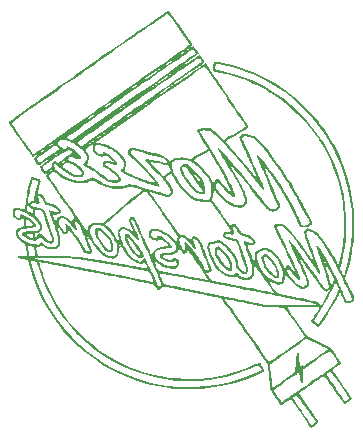
<source format=gbr>
%TF.GenerationSoftware,KiCad,Pcbnew,8.0.7*%
%TF.CreationDate,2025-03-11T17:28:54-05:00*%
%TF.ProjectId,motorboard,6d6f746f-7262-46f6-9172-642e6b696361,rev?*%
%TF.SameCoordinates,Original*%
%TF.FileFunction,Legend,Bot*%
%TF.FilePolarity,Positive*%
%FSLAX46Y46*%
G04 Gerber Fmt 4.6, Leading zero omitted, Abs format (unit mm)*
G04 Created by KiCad (PCBNEW 8.0.7) date 2025-03-11 17:28:54*
%MOMM*%
%LPD*%
G01*
G04 APERTURE LIST*
%ADD10C,0.000000*%
G04 APERTURE END LIST*
D10*
%TO.C,G\u002A\u002A\u002A*%
G36*
X125300318Y-100790219D02*
G01*
X125318086Y-100825812D01*
X125318048Y-100825927D01*
X125287306Y-100851408D01*
X125201657Y-100915182D01*
X125063913Y-101015260D01*
X124876886Y-101149658D01*
X124643387Y-101316387D01*
X124366228Y-101513463D01*
X124048220Y-101738899D01*
X123692175Y-101990707D01*
X123300903Y-102266902D01*
X122877217Y-102565498D01*
X122423928Y-102884508D01*
X121943847Y-103221944D01*
X121439785Y-103575822D01*
X120914556Y-103944155D01*
X120370969Y-104324956D01*
X119811836Y-104716238D01*
X119801774Y-104723275D01*
X119242618Y-105114445D01*
X118698820Y-105495011D01*
X118173206Y-105862989D01*
X117668601Y-106216396D01*
X117187834Y-106553246D01*
X116733729Y-106871558D01*
X116309113Y-107169346D01*
X115916812Y-107444627D01*
X115559653Y-107695417D01*
X115240462Y-107919733D01*
X114962065Y-108115590D01*
X114727287Y-108281004D01*
X114538957Y-108413993D01*
X114399899Y-108512571D01*
X114312940Y-108574756D01*
X114280906Y-108598563D01*
X114267943Y-108622053D01*
X114307866Y-108615075D01*
X114307916Y-108615057D01*
X114343128Y-108592624D01*
X114433186Y-108531765D01*
X114575248Y-108434455D01*
X114766471Y-108302674D01*
X115004011Y-108138398D01*
X115285026Y-107943605D01*
X115606672Y-107720273D01*
X115966107Y-107470379D01*
X116360487Y-107195902D01*
X116786970Y-106898818D01*
X117242713Y-106581106D01*
X117724872Y-106244742D01*
X118230604Y-105891705D01*
X118757068Y-105523973D01*
X119301419Y-105143522D01*
X119860815Y-104752331D01*
X119870387Y-104745635D01*
X120429076Y-104354954D01*
X120972410Y-103975252D01*
X121497567Y-103608493D01*
X122001722Y-103256638D01*
X122482052Y-102921651D01*
X122935734Y-102605496D01*
X123359943Y-102310134D01*
X123751856Y-102037529D01*
X124108651Y-101789643D01*
X124427502Y-101568441D01*
X124705586Y-101375884D01*
X124940080Y-101213936D01*
X125128161Y-101084559D01*
X125267004Y-100989716D01*
X125353786Y-100931372D01*
X125385683Y-100911487D01*
X125397558Y-100916813D01*
X125446487Y-100965720D01*
X125516547Y-101053345D01*
X125597244Y-101164427D01*
X125678086Y-101283703D01*
X125748577Y-101395914D01*
X125798224Y-101485797D01*
X125801151Y-101494156D01*
X125816534Y-101538090D01*
X125800513Y-101555366D01*
X125728746Y-101613257D01*
X125599821Y-101710527D01*
X125414230Y-101846828D01*
X125172463Y-102021811D01*
X124875011Y-102235128D01*
X124522366Y-102486430D01*
X124115018Y-102775368D01*
X123653459Y-103101592D01*
X123138178Y-103464755D01*
X122569668Y-103864508D01*
X121948420Y-104300501D01*
X121274923Y-104772386D01*
X120549670Y-105279814D01*
X120167669Y-105547006D01*
X119632144Y-105921899D01*
X119114635Y-106284551D01*
X118617983Y-106632955D01*
X118145028Y-106965108D01*
X117698611Y-107279003D01*
X117281572Y-107572635D01*
X116896751Y-107843998D01*
X116546990Y-108091088D01*
X116235129Y-108311899D01*
X115964007Y-108504426D01*
X115736467Y-108666663D01*
X115555347Y-108796605D01*
X115423489Y-108892247D01*
X115343733Y-108951584D01*
X115318920Y-108972609D01*
X115332205Y-108965619D01*
X115398588Y-108922782D01*
X115517955Y-108842736D01*
X115687413Y-108727487D01*
X115904066Y-108579043D01*
X116165019Y-108399411D01*
X116467378Y-108190597D01*
X116808247Y-107954608D01*
X117184733Y-107693451D01*
X117593939Y-107409134D01*
X118032972Y-107103663D01*
X118498936Y-106779045D01*
X118988936Y-106437287D01*
X119500078Y-106080395D01*
X120029466Y-105710378D01*
X120574207Y-105329242D01*
X120908091Y-105095594D01*
X121444703Y-104720411D01*
X121964566Y-104357342D01*
X122464755Y-104008413D01*
X122942348Y-103675650D01*
X123394421Y-103361078D01*
X123818051Y-103066721D01*
X124210314Y-102794606D01*
X124568287Y-102546757D01*
X124889048Y-102325200D01*
X125169671Y-102131960D01*
X125407235Y-101969062D01*
X125598816Y-101838532D01*
X125741491Y-101742395D01*
X125832336Y-101682676D01*
X125868427Y-101661400D01*
X125870579Y-101661048D01*
X125914792Y-101668578D01*
X125967711Y-101709962D01*
X126038273Y-101794199D01*
X126135414Y-101930289D01*
X126185164Y-102004205D01*
X126259240Y-102121013D01*
X126310207Y-102210494D01*
X126315736Y-102224233D01*
X126329173Y-102257623D01*
X126329077Y-102257869D01*
X126297607Y-102283035D01*
X126212192Y-102346027D01*
X126076366Y-102444353D01*
X125893664Y-102575522D01*
X125667621Y-102737044D01*
X125401769Y-102926428D01*
X125099644Y-103141182D01*
X124764780Y-103378817D01*
X124400712Y-103636841D01*
X124010973Y-103912763D01*
X123599097Y-104204093D01*
X123168620Y-104508340D01*
X122723075Y-104823013D01*
X122265997Y-105145621D01*
X121800920Y-105473673D01*
X121331378Y-105804678D01*
X120860906Y-106136147D01*
X120393037Y-106465587D01*
X119931307Y-106790508D01*
X119479249Y-107108419D01*
X119040397Y-107416829D01*
X118618287Y-107713248D01*
X118216452Y-107995185D01*
X117838427Y-108260148D01*
X117487746Y-108505648D01*
X117167942Y-108729192D01*
X116882552Y-108928291D01*
X116635108Y-109100454D01*
X116429145Y-109243189D01*
X116268197Y-109354006D01*
X116155799Y-109430414D01*
X116095486Y-109469922D01*
X116070657Y-109490616D01*
X116064627Y-109523733D01*
X116069399Y-109521849D01*
X116120645Y-109489846D01*
X116225550Y-109420159D01*
X116381180Y-109314822D01*
X116584601Y-109175865D01*
X116691853Y-109102194D01*
X117036669Y-109102194D01*
X117349772Y-109123565D01*
X117460818Y-109133419D01*
X117683801Y-109169679D01*
X117908917Y-109231647D01*
X118154257Y-109324828D01*
X118437910Y-109454727D01*
X118642175Y-109560709D01*
X118831403Y-109679006D01*
X118997222Y-109811392D01*
X119153129Y-109970215D01*
X119312618Y-110167822D01*
X119489185Y-110416561D01*
X119494257Y-110424011D01*
X119584349Y-110559493D01*
X119641265Y-110657601D01*
X119672564Y-110737330D01*
X119685801Y-110817675D01*
X119688535Y-110917629D01*
X119674893Y-111087158D01*
X119611602Y-111284319D01*
X119572825Y-111366551D01*
X119553626Y-111427871D01*
X119563895Y-111470234D01*
X119602712Y-111517856D01*
X119703587Y-111603368D01*
X119821220Y-111666754D01*
X119925125Y-111691515D01*
X119956006Y-111696790D01*
X120043436Y-111729101D01*
X120147055Y-111781061D01*
X120352651Y-111890801D01*
X120588577Y-112001479D01*
X120860931Y-112114483D01*
X121185761Y-112236855D01*
X121353777Y-112297361D01*
X121567426Y-112371759D01*
X121729332Y-112423616D01*
X121847874Y-112455032D01*
X121931430Y-112468105D01*
X121988377Y-112464935D01*
X122027095Y-112447619D01*
X122059040Y-112419513D01*
X122084096Y-112378490D01*
X122079033Y-112359000D01*
X122031992Y-112282507D01*
X121938722Y-112164101D01*
X121803061Y-112007850D01*
X121628847Y-111817819D01*
X121419920Y-111598075D01*
X121180117Y-111352683D01*
X120913279Y-111085711D01*
X120623242Y-110801225D01*
X120313847Y-110503290D01*
X120244780Y-110437290D01*
X120068757Y-110266634D01*
X119939496Y-110133284D01*
X119853464Y-110029109D01*
X119807128Y-109945975D01*
X119796957Y-109875752D01*
X119819420Y-109810306D01*
X119870983Y-109741506D01*
X119948116Y-109661221D01*
X120062240Y-109562234D01*
X120168696Y-109513985D01*
X120288555Y-109513490D01*
X120444777Y-109555880D01*
X120471336Y-109564763D01*
X120608991Y-109607340D01*
X120745400Y-109645440D01*
X120773691Y-109652860D01*
X120921498Y-109693620D01*
X121062460Y-109734938D01*
X121109867Y-109749400D01*
X121362703Y-109824621D01*
X121565415Y-109880664D01*
X121732085Y-109920983D01*
X121876798Y-109949034D01*
X122013639Y-109968272D01*
X122034056Y-109970856D01*
X122213870Y-110005562D01*
X122422302Y-110061915D01*
X122628766Y-110131784D01*
X122804866Y-110202760D01*
X122947026Y-110273516D01*
X123065589Y-110352604D01*
X123183543Y-110453351D01*
X123387408Y-110642094D01*
X123554823Y-110535659D01*
X123651215Y-110479254D01*
X123796015Y-110416336D01*
X123956527Y-110376222D01*
X124150721Y-110354912D01*
X124396569Y-110348409D01*
X124447643Y-110348554D01*
X124655210Y-110356031D01*
X124814570Y-110376231D01*
X124943513Y-110411197D01*
X125039519Y-110444005D01*
X125110260Y-110456674D01*
X125170301Y-110443093D01*
X125248858Y-110402422D01*
X125280039Y-110384875D01*
X125380014Y-110327947D01*
X125515469Y-110250276D01*
X125675675Y-110158070D01*
X125849905Y-110057537D01*
X126027428Y-109954883D01*
X126197517Y-109856316D01*
X126349442Y-109768044D01*
X126472475Y-109696274D01*
X126555887Y-109647214D01*
X126588949Y-109627070D01*
X126592128Y-109621438D01*
X126589376Y-109607941D01*
X126576505Y-109580313D01*
X126549642Y-109532027D01*
X126504913Y-109456557D01*
X126438446Y-109347375D01*
X126346368Y-109197954D01*
X126224806Y-109001769D01*
X126069889Y-108752291D01*
X126035451Y-108696547D01*
X125921463Y-108507362D01*
X125823082Y-108336993D01*
X125745893Y-108195576D01*
X125702580Y-108107653D01*
X125924041Y-108107653D01*
X125929322Y-108123148D01*
X125965262Y-108192991D01*
X126030703Y-108308507D01*
X126120360Y-108460652D01*
X126228947Y-108640382D01*
X126351179Y-108838652D01*
X126529674Y-109126362D01*
X126944773Y-109803648D01*
X127318929Y-110426791D01*
X127653038Y-110997415D01*
X127947993Y-111517147D01*
X128204692Y-111987615D01*
X128424028Y-112410443D01*
X128606897Y-112787258D01*
X128754193Y-113119686D01*
X128825554Y-113303235D01*
X128866812Y-113409355D01*
X128893285Y-113486567D01*
X128912562Y-113564094D01*
X128907063Y-113611398D01*
X128877756Y-113649708D01*
X128836663Y-113681444D01*
X128785562Y-113683945D01*
X128700299Y-113653496D01*
X128661917Y-113634405D01*
X128538902Y-113549530D01*
X128383001Y-113416735D01*
X128200770Y-113242179D01*
X127998765Y-113032020D01*
X127783544Y-112792416D01*
X127774500Y-112782054D01*
X127646559Y-112641097D01*
X127536560Y-112530105D01*
X127453226Y-112457404D01*
X127405277Y-112431321D01*
X127382023Y-112435142D01*
X127353413Y-112464957D01*
X127333385Y-112536511D01*
X127316470Y-112664143D01*
X127310412Y-112722381D01*
X127304390Y-112828997D01*
X127316831Y-112907184D01*
X127355097Y-112985624D01*
X127407827Y-113064863D01*
X127426552Y-113093001D01*
X127433248Y-113102649D01*
X127568091Y-113277873D01*
X127740302Y-113475730D01*
X127932141Y-113677510D01*
X128125868Y-113864507D01*
X128303743Y-114018015D01*
X128323798Y-114033787D01*
X128613321Y-114220859D01*
X128915580Y-114340410D01*
X129236749Y-114394936D01*
X129502161Y-114413161D01*
X129615459Y-114284122D01*
X129620390Y-114278447D01*
X129694550Y-114166787D01*
X129726914Y-114043382D01*
X129719042Y-113892184D01*
X129672493Y-113697146D01*
X129660278Y-113656291D01*
X129611934Y-113507255D01*
X129555664Y-113354669D01*
X129488727Y-113193468D01*
X129408385Y-113018583D01*
X129311897Y-112824947D01*
X129196524Y-112607492D01*
X129059527Y-112361150D01*
X128898165Y-112080854D01*
X128709700Y-111761536D01*
X128491392Y-111398129D01*
X128240502Y-110985564D01*
X127954289Y-110518775D01*
X127940301Y-110496005D01*
X127806952Y-110276394D01*
X127687158Y-110074647D01*
X127585688Y-109899134D01*
X127507307Y-109758226D01*
X127456782Y-109660295D01*
X127438881Y-109613711D01*
X127443028Y-109564496D01*
X127463538Y-109528156D01*
X127504689Y-109528541D01*
X127570324Y-109568744D01*
X127664285Y-109651856D01*
X127790413Y-109780967D01*
X127952551Y-109959169D01*
X128154540Y-110189554D01*
X128189851Y-110230317D01*
X128337204Y-110401068D01*
X128479056Y-110566718D01*
X128620367Y-110733273D01*
X128766098Y-110906737D01*
X128921210Y-111093116D01*
X129090663Y-111298413D01*
X129279418Y-111528633D01*
X129492434Y-111789781D01*
X129734674Y-112087862D01*
X130011097Y-112428879D01*
X130326664Y-112818838D01*
X130463712Y-112988182D01*
X130750768Y-113341940D01*
X130998529Y-113645674D01*
X131210095Y-113903027D01*
X131388568Y-114117639D01*
X131537047Y-114293154D01*
X131658634Y-114433213D01*
X131756427Y-114541459D01*
X131833529Y-114621533D01*
X131893038Y-114677077D01*
X131938056Y-114711733D01*
X131996360Y-114736842D01*
X132122164Y-114736009D01*
X132267291Y-114679954D01*
X132420713Y-114571871D01*
X132553922Y-114456721D01*
X132317945Y-113946032D01*
X132305752Y-113919617D01*
X132241111Y-113778376D01*
X132178807Y-113639643D01*
X132115260Y-113494937D01*
X132046886Y-113335775D01*
X131970103Y-113153671D01*
X131881329Y-112940144D01*
X131776982Y-112686711D01*
X131653479Y-112384887D01*
X131507238Y-112026189D01*
X131432974Y-111844863D01*
X131327635Y-111592196D01*
X131220905Y-111342515D01*
X131103236Y-111073581D01*
X130965083Y-110763151D01*
X130927246Y-110677428D01*
X130857210Y-110511515D01*
X130802315Y-110371538D01*
X130767401Y-110270155D01*
X130757312Y-110220023D01*
X130771151Y-110176905D01*
X130796749Y-110154744D01*
X130837176Y-110162138D01*
X130896397Y-110202883D01*
X130978377Y-110280776D01*
X131087081Y-110399616D01*
X131226472Y-110563198D01*
X131400515Y-110775321D01*
X131613175Y-111039781D01*
X131811946Y-111291708D01*
X132012816Y-111555225D01*
X132200693Y-111813280D01*
X132383182Y-112077191D01*
X132567889Y-112358274D01*
X132762420Y-112667847D01*
X132974382Y-113017226D01*
X133211380Y-113417728D01*
X133370454Y-113695205D01*
X133540056Y-114002884D01*
X133709881Y-114321669D01*
X133874804Y-114641292D01*
X134029701Y-114951484D01*
X134169446Y-115241978D01*
X134288914Y-115502504D01*
X134382982Y-115722794D01*
X134446524Y-115892579D01*
X134452196Y-115909004D01*
X134492055Y-115999014D01*
X134530686Y-116054242D01*
X134538050Y-116059809D01*
X134616102Y-116094924D01*
X134711390Y-116116029D01*
X134784096Y-116113768D01*
X134830542Y-116100448D01*
X134913489Y-116080598D01*
X134926792Y-116077251D01*
X135025978Y-116032034D01*
X135122447Y-115961080D01*
X135195505Y-115882188D01*
X135224457Y-115813156D01*
X135222408Y-115799384D01*
X135194213Y-115725231D01*
X135139844Y-115616141D01*
X135068167Y-115490421D01*
X135035447Y-115435893D01*
X134953158Y-115295660D01*
X134855309Y-115124921D01*
X134738959Y-114918404D01*
X134601165Y-114670836D01*
X134438987Y-114376944D01*
X134249483Y-114031457D01*
X134029712Y-113629101D01*
X134000547Y-113575668D01*
X133842609Y-113288545D01*
X133702398Y-113038945D01*
X133571590Y-112813276D01*
X133441856Y-112597947D01*
X133304872Y-112379368D01*
X133152311Y-112143946D01*
X132975846Y-111878092D01*
X132767151Y-111568214D01*
X132759730Y-111557248D01*
X132524613Y-111214865D01*
X132281999Y-110870495D01*
X132037651Y-110531754D01*
X131797328Y-110206259D01*
X131566794Y-109901627D01*
X131351809Y-109625474D01*
X131158135Y-109385418D01*
X130991534Y-109189074D01*
X130857767Y-109044059D01*
X130769920Y-108956388D01*
X130651383Y-108845498D01*
X130558521Y-108772328D01*
X130478404Y-108727216D01*
X130398105Y-108700496D01*
X130349382Y-108688242D01*
X130202671Y-108649172D01*
X130060334Y-108608909D01*
X130025488Y-108599187D01*
X129849639Y-108565189D01*
X129691041Y-108557468D01*
X129573108Y-108577531D01*
X129535660Y-108615477D01*
X129517383Y-108703149D01*
X129531269Y-108762763D01*
X129575356Y-108885857D01*
X129649061Y-109069511D01*
X129751767Y-109312292D01*
X129882858Y-109612767D01*
X130041716Y-109969502D01*
X130227724Y-110381065D01*
X130440264Y-110846022D01*
X130539873Y-111063490D01*
X130669955Y-111349178D01*
X130784856Y-111603443D01*
X130820910Y-111683115D01*
X130882658Y-111818461D01*
X130945714Y-111955731D01*
X131011676Y-112099635D01*
X131137990Y-112382726D01*
X131233408Y-112609984D01*
X131299346Y-112785885D01*
X131337218Y-112914904D01*
X131348441Y-113001519D01*
X131334429Y-113050206D01*
X131296599Y-113065440D01*
X131283138Y-113062664D01*
X131252019Y-113043404D01*
X131206799Y-113001662D01*
X131143441Y-112932609D01*
X131057906Y-112831412D01*
X130946158Y-112693241D01*
X130804158Y-112513265D01*
X130627868Y-112286653D01*
X130413251Y-112008574D01*
X130376611Y-111961043D01*
X130228439Y-111770453D01*
X130087096Y-111591959D01*
X129946497Y-111418480D01*
X129800556Y-111242934D01*
X129643187Y-111058241D01*
X129468306Y-110857320D01*
X129269825Y-110633090D01*
X129041661Y-110378469D01*
X128777727Y-110086378D01*
X128471937Y-109749735D01*
X128240267Y-109496481D01*
X127926114Y-109158465D01*
X127652703Y-108871707D01*
X127417878Y-108634096D01*
X127219485Y-108443521D01*
X127055367Y-108297870D01*
X126923370Y-108195033D01*
X126821338Y-108132898D01*
X126808087Y-108126641D01*
X126722890Y-108095105D01*
X126622022Y-108075607D01*
X126487274Y-108065702D01*
X126300436Y-108062943D01*
X126126311Y-108065142D01*
X126008246Y-108072649D01*
X125943669Y-108086481D01*
X125924041Y-108107653D01*
X125702580Y-108107653D01*
X125695484Y-108093248D01*
X125677439Y-108040147D01*
X125690985Y-107984923D01*
X125745581Y-107923267D01*
X125755587Y-107919388D01*
X125831796Y-107906546D01*
X125959721Y-107896205D01*
X126124703Y-107889308D01*
X126312079Y-107886799D01*
X126810436Y-107886799D01*
X127009798Y-108018907D01*
X127021895Y-108027103D01*
X127129213Y-108108398D01*
X127267323Y-108223441D01*
X127419721Y-108358106D01*
X127569901Y-108498267D01*
X127930641Y-108845519D01*
X128133929Y-108731367D01*
X128421501Y-108568378D01*
X128703025Y-108405848D01*
X128966012Y-108251127D01*
X129204317Y-108107998D01*
X129411795Y-107980245D01*
X129582303Y-107871654D01*
X129709697Y-107786007D01*
X129787833Y-107727090D01*
X129810566Y-107698686D01*
X129791930Y-107670128D01*
X129737295Y-107588322D01*
X129651769Y-107461041D01*
X129540037Y-107295234D01*
X129406785Y-107097854D01*
X129256696Y-106875850D01*
X129094455Y-106636175D01*
X128983067Y-106471598D01*
X128793773Y-106191528D01*
X128578527Y-105872700D01*
X128345207Y-105526797D01*
X128101689Y-105165502D01*
X127855849Y-104800498D01*
X127615564Y-104443467D01*
X127388710Y-104106092D01*
X127306279Y-103983556D01*
X127071972Y-103636881D01*
X126873345Y-103345851D01*
X126708472Y-103107775D01*
X126575428Y-102919964D01*
X126472288Y-102779728D01*
X126397124Y-102684377D01*
X126348011Y-102631221D01*
X126323025Y-102617571D01*
X126305845Y-102628352D01*
X126234172Y-102676744D01*
X126110009Y-102761946D01*
X125936455Y-102881800D01*
X125716610Y-103034147D01*
X125453572Y-103216828D01*
X125150441Y-103427685D01*
X124810314Y-103664559D01*
X124436292Y-103925292D01*
X124031473Y-104207725D01*
X123598956Y-104509700D01*
X123141839Y-104829058D01*
X122663223Y-105163640D01*
X122166205Y-105511289D01*
X121653885Y-105869845D01*
X117036669Y-109102194D01*
X116691853Y-109102194D01*
X116832880Y-109005323D01*
X117123081Y-108805227D01*
X117452271Y-108577610D01*
X117817515Y-108324504D01*
X118215880Y-108047943D01*
X118644431Y-107749958D01*
X119100235Y-107432582D01*
X119580356Y-107097847D01*
X120081862Y-106747786D01*
X120601817Y-106384432D01*
X121137288Y-106009818D01*
X121320313Y-105881706D01*
X121852652Y-105509120D01*
X122369236Y-105147613D01*
X122867068Y-104799279D01*
X123343151Y-104466214D01*
X123794488Y-104150513D01*
X124218082Y-103854272D01*
X124610934Y-103579585D01*
X124970049Y-103328548D01*
X125292428Y-103103256D01*
X125575075Y-102905805D01*
X125814992Y-102738290D01*
X126009182Y-102602806D01*
X126154648Y-102501448D01*
X126248393Y-102436312D01*
X126287418Y-102409493D01*
X126295031Y-102404533D01*
X126361593Y-102366553D01*
X126403578Y-102368878D01*
X126451972Y-102411974D01*
X126455727Y-102416376D01*
X126494503Y-102469339D01*
X126568617Y-102575089D01*
X126674933Y-102729021D01*
X126810318Y-102926534D01*
X126971635Y-103163025D01*
X127155749Y-103433891D01*
X127359525Y-103734528D01*
X127579829Y-104060335D01*
X127813524Y-104406709D01*
X128057476Y-104769046D01*
X128087056Y-104813024D01*
X128335498Y-105182236D01*
X128576889Y-105540692D01*
X128807646Y-105883089D01*
X129024187Y-106204123D01*
X129222929Y-106498492D01*
X129400292Y-106760892D01*
X129552692Y-106986019D01*
X129676547Y-107168572D01*
X129768275Y-107303246D01*
X129824295Y-107384738D01*
X129902182Y-107501538D01*
X129976423Y-107624682D01*
X130014155Y-107698686D01*
X130024739Y-107719445D01*
X130039241Y-107771624D01*
X130033342Y-107789649D01*
X130017327Y-107812648D01*
X129985925Y-107841844D01*
X129933432Y-107880866D01*
X129854146Y-107933345D01*
X129742362Y-108002912D01*
X129592378Y-108093196D01*
X129398491Y-108207827D01*
X129154997Y-108350436D01*
X128856193Y-108524652D01*
X128718533Y-108605028D01*
X128524757Y-108718909D01*
X128356690Y-108818568D01*
X128223148Y-108898736D01*
X128132950Y-108954143D01*
X128094913Y-108979522D01*
X128102714Y-108999966D01*
X128151321Y-109068047D01*
X128238858Y-109177590D01*
X128360373Y-109322705D01*
X128510916Y-109497504D01*
X128685536Y-109696096D01*
X128879281Y-109912591D01*
X128969943Y-110013336D01*
X129187724Y-110257312D01*
X129405858Y-110504172D01*
X129614768Y-110742938D01*
X129804876Y-110962632D01*
X129966606Y-111152274D01*
X130090379Y-111300886D01*
X130192315Y-111425586D01*
X130326225Y-111588974D01*
X130445978Y-111734625D01*
X130541460Y-111850242D01*
X130602557Y-111923528D01*
X130718937Y-112061418D01*
X130701815Y-111954416D01*
X130691710Y-111921398D01*
X130654830Y-111826049D01*
X130594582Y-111680433D01*
X130514491Y-111492550D01*
X130418077Y-111270399D01*
X130308864Y-111021980D01*
X130190375Y-110755293D01*
X130066131Y-110478338D01*
X129939655Y-110199113D01*
X129814469Y-109925619D01*
X129694097Y-109665856D01*
X129602954Y-109468533D01*
X129490859Y-109219037D01*
X129398841Y-109005676D01*
X129329707Y-108835197D01*
X129286265Y-108714346D01*
X129271321Y-108649869D01*
X129279867Y-108579955D01*
X129320930Y-108511560D01*
X129410728Y-108439611D01*
X129420904Y-108433308D01*
X129523798Y-108399311D01*
X129666243Y-108381741D01*
X129822880Y-108380928D01*
X129968347Y-108397205D01*
X130077285Y-108430902D01*
X130118142Y-108448334D01*
X130232840Y-108482079D01*
X130360759Y-108506348D01*
X130500949Y-108538981D01*
X130709749Y-108643414D01*
X130853806Y-108760640D01*
X131030551Y-108937309D01*
X131239917Y-109173530D01*
X131482173Y-109469642D01*
X131757586Y-109825982D01*
X132066426Y-110242890D01*
X132408962Y-110720703D01*
X132785461Y-111259761D01*
X132946696Y-111495100D01*
X133332644Y-112077099D01*
X133681774Y-112633638D01*
X134004348Y-113181381D01*
X134310626Y-113736994D01*
X134344959Y-113801117D01*
X134478308Y-114047302D01*
X134625923Y-114316335D01*
X134772150Y-114579796D01*
X134901332Y-114809268D01*
X134943090Y-114882728D01*
X135087197Y-115136936D01*
X135200578Y-115338586D01*
X135286794Y-115494446D01*
X135349405Y-115611286D01*
X135391973Y-115695877D01*
X135418059Y-115754987D01*
X135431225Y-115795387D01*
X135433601Y-115813156D01*
X135435030Y-115823847D01*
X135406610Y-115940756D01*
X135323702Y-116065411D01*
X135198593Y-116176703D01*
X135152789Y-116206968D01*
X135084379Y-116241349D01*
X135006221Y-116260748D01*
X134898092Y-116269330D01*
X134739772Y-116271265D01*
X134417403Y-116271265D01*
X134296973Y-116015856D01*
X134286323Y-115993141D01*
X134226374Y-115860592D01*
X134177955Y-115746123D01*
X134150709Y-115672375D01*
X134147358Y-115662552D01*
X134116790Y-115589925D01*
X134061345Y-115468000D01*
X133986099Y-115307629D01*
X133896125Y-115119664D01*
X133796498Y-114914954D01*
X133748152Y-114817078D01*
X133454255Y-114247109D01*
X133139013Y-113674398D01*
X132810825Y-113112966D01*
X132478091Y-112576834D01*
X132149210Y-112080023D01*
X131832581Y-111636554D01*
X131719243Y-111487019D01*
X131606688Y-111343398D01*
X131513468Y-111229657D01*
X131446986Y-111154806D01*
X131414643Y-111127853D01*
X131404352Y-111130060D01*
X131391109Y-111157999D01*
X131398756Y-111221672D01*
X131428926Y-111325694D01*
X131483253Y-111474679D01*
X131563370Y-111673243D01*
X131670912Y-111925999D01*
X131807511Y-112237562D01*
X131826520Y-112282496D01*
X131867313Y-112383164D01*
X131914090Y-112501778D01*
X131947355Y-112586562D01*
X132096630Y-112952556D01*
X132273360Y-113364859D01*
X132480827Y-113831166D01*
X132536503Y-113957078D01*
X132610669Y-114134015D01*
X132669807Y-114286407D01*
X132708926Y-114401187D01*
X132723034Y-114465285D01*
X132721641Y-114489312D01*
X132673768Y-114611999D01*
X132561229Y-114731173D01*
X132388815Y-114841444D01*
X132305757Y-114880933D01*
X132153062Y-114924990D01*
X132009446Y-114916817D01*
X131849838Y-114857143D01*
X131828109Y-114845863D01*
X131790299Y-114822155D01*
X131747100Y-114788905D01*
X131695520Y-114742632D01*
X131632567Y-114679854D01*
X131555248Y-114597091D01*
X131460571Y-114490860D01*
X131345544Y-114357682D01*
X131207173Y-114194075D01*
X131042467Y-113996557D01*
X130848433Y-113761648D01*
X130622079Y-113485867D01*
X130360413Y-113165732D01*
X130060442Y-112797763D01*
X129719173Y-112378477D01*
X129620663Y-112257415D01*
X129365263Y-111943932D01*
X129149695Y-111680137D01*
X128970683Y-111462208D01*
X128824952Y-111286325D01*
X128709228Y-111148667D01*
X128620233Y-111045413D01*
X128554693Y-110972741D01*
X128509332Y-110926832D01*
X128480875Y-110903863D01*
X128466046Y-110900015D01*
X128461569Y-110911466D01*
X128469244Y-110935875D01*
X128507176Y-111015266D01*
X128571441Y-111136165D01*
X128656002Y-111287328D01*
X128754820Y-111457513D01*
X128931481Y-111758381D01*
X129150812Y-112138995D01*
X129335823Y-112470509D01*
X129489168Y-112758600D01*
X129613499Y-113008949D01*
X129711470Y-113227234D01*
X129785735Y-113419134D01*
X129838946Y-113590328D01*
X129873756Y-113746497D01*
X129892820Y-113893318D01*
X129898169Y-114043294D01*
X129873150Y-114225432D01*
X129804690Y-114367991D01*
X129688458Y-114483475D01*
X129613583Y-114535631D01*
X129519318Y-114582107D01*
X129416481Y-114602680D01*
X129285060Y-114600635D01*
X129105045Y-114579257D01*
X129075737Y-114574950D01*
X128851255Y-114529579D01*
X128648175Y-114461500D01*
X128454315Y-114363588D01*
X128257492Y-114228717D01*
X128045522Y-114049761D01*
X127806223Y-113819595D01*
X127697280Y-113708812D01*
X127559544Y-113564674D01*
X127442720Y-113437778D01*
X127356602Y-113338826D01*
X127310984Y-113278518D01*
X127258071Y-113205329D01*
X127197088Y-113171739D01*
X127145388Y-113207352D01*
X127103464Y-113311743D01*
X127071808Y-113484490D01*
X127061023Y-113550085D01*
X127025866Y-113689486D01*
X126982947Y-113801549D01*
X126918313Y-113928547D01*
X127670940Y-115002740D01*
X127683898Y-115021228D01*
X127854264Y-115263383D01*
X128012277Y-115486302D01*
X128153289Y-115683553D01*
X128272652Y-115848702D01*
X128365718Y-115975315D01*
X128427840Y-116056959D01*
X128454370Y-116087200D01*
X128479645Y-116083499D01*
X128530002Y-116043451D01*
X128547466Y-116027833D01*
X128633172Y-115998764D01*
X128779492Y-115989434D01*
X128826109Y-115989584D01*
X128906756Y-115994340D01*
X128969300Y-116013001D01*
X129024173Y-116055123D01*
X129081804Y-116130262D01*
X129152623Y-116247973D01*
X129247060Y-116417813D01*
X129293192Y-116498431D01*
X129400939Y-116655075D01*
X129510420Y-116759170D01*
X129635500Y-116821860D01*
X129790043Y-116854290D01*
X129810245Y-116856902D01*
X129944929Y-116886481D01*
X130076250Y-116942486D01*
X130231317Y-117036085D01*
X130374577Y-117139076D01*
X130520548Y-117270844D01*
X130612641Y-117392131D01*
X130644707Y-117496090D01*
X130643694Y-117508292D01*
X130640551Y-117516680D01*
X130613786Y-117588121D01*
X130555320Y-117675556D01*
X130530121Y-117704957D01*
X130484024Y-117747829D01*
X130431165Y-117767892D01*
X130350416Y-117770553D01*
X130220646Y-117761222D01*
X130185948Y-117758365D01*
X130071146Y-117751295D01*
X130007855Y-117755479D01*
X129980964Y-117773893D01*
X129975358Y-117809510D01*
X129983460Y-117868910D01*
X130017550Y-117993460D01*
X130072489Y-118154015D01*
X130141978Y-118335052D01*
X130219722Y-118521047D01*
X130299421Y-118696477D01*
X130374778Y-118845820D01*
X130439495Y-118953551D01*
X130591863Y-119170945D01*
X130601824Y-118777991D01*
X130602268Y-118760480D01*
X130785622Y-118760480D01*
X130788769Y-118910004D01*
X130804103Y-119045782D01*
X130838359Y-119174459D01*
X130898219Y-119329817D01*
X130950157Y-119449586D01*
X131104683Y-119758396D01*
X131271085Y-120029748D01*
X131439740Y-120247336D01*
X131457179Y-120266219D01*
X131594126Y-120393197D01*
X131764589Y-120525072D01*
X131951699Y-120651108D01*
X132138589Y-120760564D01*
X132308389Y-120842702D01*
X132444230Y-120886785D01*
X132559170Y-120906363D01*
X132693222Y-120915896D01*
X132788749Y-120894790D01*
X132852840Y-120835095D01*
X132892586Y-120728860D01*
X132915076Y-120568136D01*
X132927401Y-120344971D01*
X132931070Y-120227952D01*
X132931216Y-120070609D01*
X132921714Y-119948733D01*
X132900361Y-119840401D01*
X132864954Y-119723692D01*
X132815389Y-119597053D01*
X132732881Y-119419196D01*
X132633410Y-119225895D01*
X132527864Y-119037323D01*
X132427133Y-118873653D01*
X132342106Y-118755057D01*
X132335884Y-118747591D01*
X132197249Y-118608018D01*
X132018831Y-118463596D01*
X131825511Y-118332841D01*
X131642170Y-118234263D01*
X131619846Y-118224277D01*
X131508870Y-118177771D01*
X131435037Y-118158360D01*
X131375647Y-118162924D01*
X131307997Y-118188344D01*
X131305429Y-118189466D01*
X131196017Y-118230981D01*
X131096590Y-118259533D01*
X131083489Y-118262857D01*
X130989448Y-118305181D01*
X130894024Y-118370503D01*
X130846493Y-118412909D01*
X130812165Y-118458728D01*
X130793998Y-118519623D01*
X130786861Y-118614054D01*
X130785622Y-118760480D01*
X130602268Y-118760480D01*
X130611785Y-118385037D01*
X130731065Y-118265757D01*
X130765414Y-118234901D01*
X130909483Y-118142000D01*
X131088204Y-118062685D01*
X131274451Y-118007591D01*
X131441097Y-117987354D01*
X131571407Y-118002181D01*
X131782209Y-118075462D01*
X132001731Y-118203703D01*
X132221539Y-118379834D01*
X132433200Y-118596790D01*
X132628282Y-118847500D01*
X132798352Y-119124898D01*
X132868424Y-119258594D01*
X132950143Y-119422152D01*
X133017505Y-119565255D01*
X133060570Y-119667339D01*
X133090834Y-119746834D01*
X133117167Y-119799291D01*
X133136137Y-119799437D01*
X133156619Y-119755412D01*
X133181293Y-119690867D01*
X133218522Y-119593758D01*
X133248527Y-119542321D01*
X133317801Y-119479391D01*
X133360681Y-119468333D01*
X133437492Y-119492094D01*
X133533468Y-119567399D01*
X133652981Y-119697944D01*
X133800401Y-119887424D01*
X133881995Y-119995680D01*
X133960121Y-120091944D01*
X134009026Y-120139869D01*
X134028235Y-120137435D01*
X134017274Y-120082619D01*
X133975666Y-119973399D01*
X133902938Y-119807753D01*
X133798615Y-119583660D01*
X133662221Y-119299099D01*
X133552076Y-119069708D01*
X133426936Y-118805924D01*
X133303430Y-118542749D01*
X133191357Y-118301069D01*
X133100513Y-118101764D01*
X133016326Y-117917799D01*
X132904323Y-117678695D01*
X132779714Y-117417047D01*
X132652449Y-117153738D01*
X132532479Y-116909652D01*
X132491156Y-116826231D01*
X132379332Y-116596588D01*
X132297107Y-116418806D01*
X132241825Y-116284996D01*
X132231730Y-116253163D01*
X132441378Y-116253163D01*
X132444322Y-116264921D01*
X132471617Y-116332754D01*
X132523875Y-116449671D01*
X132596600Y-116605946D01*
X132685297Y-116791853D01*
X132785471Y-116997667D01*
X132812962Y-117053682D01*
X132921468Y-117275890D01*
X133025129Y-117489805D01*
X133117348Y-117681711D01*
X133191526Y-117837893D01*
X133241065Y-117944635D01*
X133292269Y-118057314D01*
X133415456Y-118325341D01*
X133557070Y-118630287D01*
X133708795Y-118954420D01*
X133862314Y-119280006D01*
X134009311Y-119589313D01*
X134141471Y-119864608D01*
X134244333Y-120079907D01*
X134331361Y-120270265D01*
X134390428Y-120413384D01*
X134424076Y-120517279D01*
X134434843Y-120589966D01*
X134425271Y-120639459D01*
X134397899Y-120673776D01*
X134381814Y-120684697D01*
X134326192Y-120693884D01*
X134254684Y-120666375D01*
X134163412Y-120598522D01*
X134048501Y-120486676D01*
X133906073Y-120327191D01*
X133732253Y-120116418D01*
X133523163Y-119850711D01*
X133493249Y-119813803D01*
X133432314Y-119749244D01*
X133394151Y-119723692D01*
X133386484Y-119727471D01*
X133361294Y-119776783D01*
X133339657Y-119864940D01*
X133333978Y-119925083D01*
X133346573Y-120023384D01*
X133365927Y-120070609D01*
X133390734Y-120131140D01*
X133471804Y-120257612D01*
X133595127Y-120412057D01*
X133766048Y-120603737D01*
X133801524Y-120642118D01*
X134006977Y-120856939D01*
X134179024Y-121020959D01*
X134324774Y-121139415D01*
X134451330Y-121217543D01*
X134565799Y-121260580D01*
X134675288Y-121273762D01*
X134778455Y-121255417D01*
X134890612Y-121174827D01*
X134977020Y-121029175D01*
X134987705Y-120989570D01*
X134987622Y-120925438D01*
X134970025Y-120837918D01*
X134932303Y-120718992D01*
X134871843Y-120560641D01*
X134786034Y-120354849D01*
X134672264Y-120093595D01*
X134587006Y-119900930D01*
X134474859Y-119650217D01*
X134366357Y-119411583D01*
X134254516Y-119169983D01*
X134132355Y-118910373D01*
X133992893Y-118617710D01*
X133829147Y-118276950D01*
X133707861Y-118022446D01*
X133605309Y-117799347D01*
X133532153Y-117628496D01*
X133486490Y-117504683D01*
X133466417Y-117422696D01*
X133470030Y-117377325D01*
X133495426Y-117363359D01*
X133512716Y-117368834D01*
X133564608Y-117410094D01*
X133643076Y-117493743D01*
X133749909Y-117622097D01*
X133886898Y-117797473D01*
X134055834Y-118022188D01*
X134258507Y-118298560D01*
X134496708Y-118628904D01*
X134772228Y-119015539D01*
X134962486Y-119283295D01*
X135282713Y-119731610D01*
X135571017Y-120132027D01*
X135826434Y-120483253D01*
X136047998Y-120783993D01*
X136234744Y-121032954D01*
X136385707Y-121228843D01*
X136499923Y-121370365D01*
X136576426Y-121456227D01*
X136614252Y-121485135D01*
X136618143Y-121484895D01*
X136678279Y-121460739D01*
X136756047Y-121409064D01*
X136806900Y-121363596D01*
X136837825Y-121300271D01*
X136831759Y-121206498D01*
X136811733Y-121100010D01*
X136766589Y-120897422D01*
X136707531Y-120659916D01*
X136639398Y-120406678D01*
X136567028Y-120156894D01*
X136543808Y-120082020D01*
X136492679Y-119924168D01*
X136427856Y-119729659D01*
X136352957Y-119508837D01*
X136271600Y-119272043D01*
X136215711Y-119111130D01*
X136428229Y-119111130D01*
X136460393Y-119219388D01*
X136504691Y-119343036D01*
X136563648Y-119520250D01*
X136631644Y-119733104D01*
X136703703Y-119965341D01*
X136774846Y-120200701D01*
X136840093Y-120422925D01*
X136894468Y-120615754D01*
X136932993Y-120762930D01*
X136957150Y-120863735D01*
X136991097Y-121011079D01*
X137016353Y-121127862D01*
X137028731Y-121195184D01*
X137034202Y-121210861D01*
X137058823Y-121192918D01*
X137102691Y-121110499D01*
X137166637Y-120962199D01*
X137294532Y-120649260D01*
X136941766Y-119966296D01*
X136906180Y-119897386D01*
X136800783Y-119693109D01*
X136704979Y-119507168D01*
X136624459Y-119350625D01*
X136564915Y-119234543D01*
X136532041Y-119169985D01*
X136509921Y-119128870D01*
X136459656Y-119061277D01*
X136430204Y-119056895D01*
X136428229Y-119111130D01*
X136215711Y-119111130D01*
X136187402Y-119029623D01*
X136103982Y-118791917D01*
X136024957Y-118569270D01*
X135953946Y-118372024D01*
X135894567Y-118210522D01*
X135850438Y-118095108D01*
X135825176Y-118036124D01*
X135799930Y-117959136D01*
X135788119Y-117856296D01*
X135788687Y-117835825D01*
X135809416Y-117767297D01*
X135858583Y-117761468D01*
X135934299Y-117817733D01*
X136034678Y-117935485D01*
X136078345Y-117997099D01*
X136175579Y-118149585D01*
X136296305Y-118352747D01*
X136436242Y-118598361D01*
X136591111Y-118878200D01*
X136756631Y-119184039D01*
X136928521Y-119507652D01*
X137102501Y-119840814D01*
X137274290Y-120175298D01*
X137439609Y-120502880D01*
X137512021Y-120649260D01*
X137594176Y-120815334D01*
X137733712Y-121104433D01*
X137853935Y-121361953D01*
X137905683Y-121478543D01*
X137950566Y-121579668D01*
X138019323Y-121749351D01*
X138045741Y-121819946D01*
X138138329Y-122064814D01*
X138209233Y-122247506D01*
X138259808Y-122371466D01*
X138291411Y-122440134D01*
X138311564Y-122466625D01*
X138393686Y-122504954D01*
X138504905Y-122503975D01*
X138625660Y-122465782D01*
X138736393Y-122392472D01*
X138776064Y-122353937D01*
X138795310Y-122314032D01*
X138785878Y-122257197D01*
X138749092Y-122159161D01*
X138717471Y-122084120D01*
X138648357Y-121931877D01*
X138554101Y-121732166D01*
X138439081Y-121493706D01*
X138307675Y-121225214D01*
X138164262Y-120935408D01*
X138013220Y-120633007D01*
X137858928Y-120326728D01*
X137705764Y-120025288D01*
X137558106Y-119737407D01*
X137420333Y-119471800D01*
X137296824Y-119237188D01*
X137191956Y-119042286D01*
X137110109Y-118895814D01*
X137106130Y-118888920D01*
X136890174Y-118517194D01*
X136702828Y-118200608D01*
X136539500Y-117932317D01*
X136395596Y-117705476D01*
X136266524Y-117513241D01*
X136147689Y-117348767D01*
X136034500Y-117205209D01*
X135922362Y-117075724D01*
X135806684Y-116953465D01*
X135737715Y-116884907D01*
X135610802Y-116771367D01*
X135506231Y-116700179D01*
X135410632Y-116661483D01*
X135372944Y-116650424D01*
X135286147Y-116616994D01*
X135241480Y-116587367D01*
X135239257Y-116584468D01*
X135187064Y-116562217D01*
X135099748Y-116553096D01*
X135046110Y-116555578D01*
X134986012Y-116579428D01*
X134957105Y-116641119D01*
X134953712Y-116656082D01*
X134947350Y-116709074D01*
X134949274Y-116773076D01*
X134961153Y-116853014D01*
X134984659Y-116953818D01*
X135021464Y-117080415D01*
X135073237Y-117237734D01*
X135141650Y-117430701D01*
X135228374Y-117664245D01*
X135335079Y-117943294D01*
X135463438Y-118272776D01*
X135615120Y-118657619D01*
X135791797Y-119102751D01*
X135860816Y-119277375D01*
X135965457Y-119548949D01*
X136043865Y-119764265D01*
X136097518Y-119928601D01*
X136127894Y-120047232D01*
X136136474Y-120125436D01*
X136124734Y-120168489D01*
X136094155Y-120181667D01*
X136090272Y-120181538D01*
X136064215Y-120174087D01*
X136031342Y-120151728D01*
X135987979Y-120109665D01*
X135930450Y-120043101D01*
X135855081Y-119947240D01*
X135758197Y-119817284D01*
X135636121Y-119648438D01*
X135485180Y-119435904D01*
X135301699Y-119174885D01*
X135082002Y-118860585D01*
X134782232Y-118433762D01*
X134439972Y-117954522D01*
X134132634Y-117534045D01*
X133859511Y-117171398D01*
X133619895Y-116865642D01*
X133413079Y-116615843D01*
X133238356Y-116421065D01*
X132996082Y-116165579D01*
X132797995Y-116166060D01*
X132730809Y-116167020D01*
X132568711Y-116180029D01*
X132472885Y-116208584D01*
X132441378Y-116253163D01*
X132231730Y-116253163D01*
X132210834Y-116187271D01*
X132201477Y-116117740D01*
X132211101Y-116068516D01*
X132237051Y-116031709D01*
X132238900Y-116030031D01*
X132300276Y-116008955D01*
X132412106Y-115995422D01*
X132556029Y-115989318D01*
X132713684Y-115990530D01*
X132866711Y-115998946D01*
X132996748Y-116014452D01*
X133085436Y-116036935D01*
X133106163Y-116047390D01*
X133193321Y-116108975D01*
X133301774Y-116202937D01*
X133412850Y-116313504D01*
X133470491Y-116377955D01*
X133590249Y-116520953D01*
X133739174Y-116706459D01*
X133910270Y-116925246D01*
X134096539Y-117168089D01*
X134290984Y-117425762D01*
X134486609Y-117689037D01*
X134676415Y-117948691D01*
X134853407Y-118195495D01*
X135010587Y-118420225D01*
X135079589Y-118520053D01*
X135251017Y-118763314D01*
X135389560Y-118952179D01*
X135494450Y-119085773D01*
X135564920Y-119163218D01*
X135600202Y-119183638D01*
X135599527Y-119146157D01*
X135562129Y-119049898D01*
X135557730Y-119039832D01*
X135522237Y-118954388D01*
X135467705Y-118819327D01*
X135399403Y-118648045D01*
X135322604Y-118453939D01*
X135242577Y-118250408D01*
X135164594Y-118050847D01*
X135093925Y-117868654D01*
X135035842Y-117717227D01*
X134995615Y-117609961D01*
X134961176Y-117510695D01*
X134903276Y-117322461D01*
X134850286Y-117126192D01*
X134806776Y-116940530D01*
X134777317Y-116784116D01*
X134766482Y-116675591D01*
X134772900Y-116602851D01*
X134827728Y-116473909D01*
X134931761Y-116390639D01*
X135076720Y-116361422D01*
X135118636Y-116364833D01*
X135256987Y-116400932D01*
X135423997Y-116469078D01*
X135601110Y-116560099D01*
X135769769Y-116664820D01*
X135911420Y-116774069D01*
X136025111Y-116889818D01*
X136174242Y-117069965D01*
X136344260Y-117298369D01*
X136530021Y-117567117D01*
X136726378Y-117868300D01*
X136928186Y-118194007D01*
X137130300Y-118536328D01*
X137327574Y-118887351D01*
X137514862Y-119239165D01*
X137526790Y-119262059D01*
X137586751Y-119371132D01*
X137634165Y-119447901D01*
X137659651Y-119476960D01*
X137680550Y-119450210D01*
X137702333Y-119380211D01*
X137714067Y-119326725D01*
X137739731Y-119212130D01*
X137773608Y-119062281D01*
X137811498Y-118895814D01*
X137860468Y-118669864D01*
X137947412Y-118208670D01*
X138023214Y-117727066D01*
X138082477Y-117257673D01*
X138098414Y-117065447D01*
X138111348Y-116806279D01*
X138120023Y-116507222D01*
X138124439Y-116184013D01*
X138124593Y-115852387D01*
X138120486Y-115528080D01*
X138112117Y-115226826D01*
X138099485Y-114964363D01*
X138082590Y-114756425D01*
X138011188Y-114196859D01*
X137835215Y-113230800D01*
X137595851Y-112294201D01*
X137293387Y-111387884D01*
X136928111Y-110512672D01*
X136500313Y-109669389D01*
X136010281Y-108858856D01*
X135977567Y-108809229D01*
X135422002Y-108028246D01*
X134825045Y-107302333D01*
X134182939Y-106627807D01*
X133491929Y-106000986D01*
X132748259Y-105418187D01*
X131948174Y-104875727D01*
X131902715Y-104847475D01*
X131676720Y-104715565D01*
X131403835Y-104566843D01*
X131099082Y-104408683D01*
X130777484Y-104248459D01*
X130454062Y-104093544D01*
X130143838Y-103951313D01*
X129861834Y-103829139D01*
X129623070Y-103734395D01*
X129463377Y-103676672D01*
X128854669Y-103479129D01*
X128214056Y-103303431D01*
X127570990Y-103157854D01*
X127404819Y-103125050D01*
X127238144Y-103090751D01*
X127124571Y-103058824D01*
X127055511Y-103020470D01*
X127022376Y-102966892D01*
X127016580Y-102889292D01*
X127023773Y-102827986D01*
X127227144Y-102827986D01*
X127229070Y-102874987D01*
X127231791Y-102877724D01*
X127282311Y-102896789D01*
X127385971Y-102924910D01*
X127529679Y-102958754D01*
X127700345Y-102994987D01*
X127793334Y-103014130D01*
X128712795Y-103242624D01*
X129611740Y-103537090D01*
X130486530Y-103895233D01*
X131333526Y-104314759D01*
X132149087Y-104793375D01*
X132929575Y-105328785D01*
X133671350Y-105918695D01*
X134370773Y-106560811D01*
X135024204Y-107252840D01*
X135628004Y-107992486D01*
X135872845Y-108326500D01*
X136396284Y-109124326D01*
X136859692Y-109955301D01*
X137261765Y-110815368D01*
X137601200Y-111700465D01*
X137876695Y-112606534D01*
X138086947Y-113529515D01*
X138230653Y-114465349D01*
X138306510Y-115409976D01*
X138313215Y-116359337D01*
X138301973Y-116653681D01*
X138255516Y-117317628D01*
X138178252Y-117954318D01*
X138066478Y-118590773D01*
X137916489Y-119254018D01*
X137792496Y-119753136D01*
X137949648Y-120064281D01*
X137990899Y-120146800D01*
X138041957Y-120245820D01*
X138080766Y-120302919D01*
X138112981Y-120313909D01*
X138144256Y-120274605D01*
X138180245Y-120180820D01*
X138226605Y-120028369D01*
X138288988Y-119813063D01*
X138362875Y-119548614D01*
X138571903Y-118635772D01*
X138717171Y-117702449D01*
X138798714Y-116755906D01*
X138816566Y-115803404D01*
X138770762Y-114852204D01*
X138661338Y-113909569D01*
X138488328Y-112982757D01*
X138251768Y-112079032D01*
X138148603Y-111752731D01*
X137881468Y-111014069D01*
X137572361Y-110283165D01*
X137230240Y-109580374D01*
X136864063Y-108926050D01*
X136457954Y-108290547D01*
X135879118Y-107497556D01*
X135250252Y-106752185D01*
X134574021Y-106056317D01*
X133853086Y-105411835D01*
X133090110Y-104820623D01*
X132287756Y-104284566D01*
X131448685Y-103805546D01*
X130575560Y-103385449D01*
X129671043Y-103026156D01*
X128737797Y-102729554D01*
X127778485Y-102497524D01*
X127613409Y-102463873D01*
X127464795Y-102436936D01*
X127365492Y-102428525D01*
X127304549Y-102441492D01*
X127271017Y-102478690D01*
X127253944Y-102542972D01*
X127242379Y-102637192D01*
X127232900Y-102733522D01*
X127227144Y-102827986D01*
X127023773Y-102827986D01*
X127029535Y-102778872D01*
X127052653Y-102626834D01*
X127076520Y-102464219D01*
X127097226Y-102343236D01*
X127116939Y-102269536D01*
X127140328Y-102231401D01*
X127172065Y-102217113D01*
X127216821Y-102214954D01*
X127237814Y-102216261D01*
X127329585Y-102228673D01*
X127469034Y-102252102D01*
X127641283Y-102283964D01*
X127831456Y-102321677D01*
X128716770Y-102533202D01*
X129656000Y-102826046D01*
X130568915Y-103182829D01*
X131452653Y-103601795D01*
X132304353Y-104081190D01*
X133121154Y-104619257D01*
X133900195Y-105214241D01*
X134638615Y-105864386D01*
X135333552Y-106567937D01*
X135982147Y-107323137D01*
X136044365Y-107402518D01*
X136209805Y-107624812D01*
X136395215Y-107886421D01*
X136590317Y-108171917D01*
X136784833Y-108465876D01*
X136968485Y-108752870D01*
X137130996Y-109017474D01*
X137262089Y-109244261D01*
X137692872Y-110091235D01*
X138078660Y-111000772D01*
X138399310Y-111935015D01*
X138653818Y-112890647D01*
X138841179Y-113864347D01*
X138960388Y-114852798D01*
X138971319Y-115015504D01*
X138981503Y-115279847D01*
X138986870Y-115585325D01*
X138987392Y-115803404D01*
X138987667Y-115917998D01*
X138984138Y-116263922D01*
X138976529Y-116609156D01*
X138965086Y-116939757D01*
X138950053Y-117241785D01*
X138931676Y-117501296D01*
X138910200Y-117704350D01*
X138823879Y-118263859D01*
X138686339Y-118968109D01*
X138520791Y-119657421D01*
X138333185Y-120304968D01*
X138232250Y-120622028D01*
X138450035Y-121062389D01*
X138503253Y-121170409D01*
X138642220Y-121456908D01*
X138761822Y-121710230D01*
X138859428Y-121924509D01*
X138932404Y-122093881D01*
X138978120Y-122212481D01*
X138993944Y-122274444D01*
X138993794Y-122280587D01*
X138984746Y-122314032D01*
X138966721Y-122380661D01*
X138904526Y-122493872D01*
X138823891Y-122589331D01*
X138773501Y-122621991D01*
X138673880Y-122648701D01*
X138521742Y-122659705D01*
X138520247Y-122659741D01*
X138392324Y-122659968D01*
X138310405Y-122648172D01*
X138250418Y-122617129D01*
X138188295Y-122559615D01*
X138145469Y-122500449D01*
X138083622Y-122390387D01*
X138014656Y-122251225D01*
X137946761Y-122101144D01*
X137888126Y-121958325D01*
X137846940Y-121840950D01*
X137831392Y-121767201D01*
X137820778Y-121729035D01*
X137789367Y-121749066D01*
X137741016Y-121825785D01*
X137679608Y-121954404D01*
X137618666Y-122086544D01*
X137506631Y-122309525D01*
X137370128Y-122565336D01*
X137217577Y-122838959D01*
X137057400Y-123115370D01*
X136898016Y-123379551D01*
X136747848Y-123616480D01*
X136722770Y-123654655D01*
X136605326Y-123829705D01*
X136479866Y-124011645D01*
X136353182Y-124191156D01*
X136232064Y-124358922D01*
X136123303Y-124505625D01*
X136033690Y-124621949D01*
X135970014Y-124698576D01*
X135939066Y-124726189D01*
X135938119Y-124726090D01*
X135899326Y-124700483D01*
X135824507Y-124637853D01*
X135726360Y-124550143D01*
X135617584Y-124449298D01*
X135510876Y-124347262D01*
X135418934Y-124255978D01*
X135354458Y-124187389D01*
X135330144Y-124153440D01*
X135342057Y-124125828D01*
X135345352Y-124120473D01*
X135576745Y-124120473D01*
X135599663Y-124156615D01*
X135660511Y-124226333D01*
X135746003Y-124314274D01*
X135915261Y-124480987D01*
X136091674Y-124242492D01*
X136429337Y-123768583D01*
X136783102Y-123222905D01*
X137107793Y-122661186D01*
X137419909Y-122056274D01*
X137702909Y-121478543D01*
X137553193Y-121176665D01*
X137403477Y-120874786D01*
X137251942Y-121226495D01*
X137106590Y-121544934D01*
X137042800Y-121684686D01*
X136760305Y-122240671D01*
X136452345Y-122788778D01*
X136130606Y-123308366D01*
X135806778Y-123778794D01*
X135727866Y-123888365D01*
X135649596Y-124001110D01*
X135596379Y-124082702D01*
X135576745Y-124120473D01*
X135345352Y-124120473D01*
X135388598Y-124050191D01*
X135462141Y-123941911D01*
X135553910Y-123814288D01*
X135572212Y-123789413D01*
X135694975Y-123619990D01*
X135811199Y-123455547D01*
X135913846Y-123306443D01*
X135995878Y-123183037D01*
X136050259Y-123095687D01*
X136069949Y-123054751D01*
X136067661Y-123053621D01*
X136016865Y-123049380D01*
X135905097Y-123045496D01*
X135739911Y-123042077D01*
X135528858Y-123039231D01*
X135279491Y-123037066D01*
X134999363Y-123035687D01*
X134696024Y-123035204D01*
X134616562Y-123035236D01*
X134318447Y-123035934D01*
X134045476Y-123037471D01*
X133805200Y-123039743D01*
X133605172Y-123042646D01*
X133452944Y-123046075D01*
X133356069Y-123049928D01*
X133322099Y-123054099D01*
X133327175Y-123063393D01*
X133365658Y-123122067D01*
X133438411Y-123229175D01*
X133541224Y-123378632D01*
X133669891Y-123564356D01*
X133820203Y-123780264D01*
X133987953Y-124020274D01*
X134168933Y-124278302D01*
X135015766Y-125483609D01*
X135135766Y-125544211D01*
X136027254Y-125994427D01*
X137038743Y-126505246D01*
X137087510Y-126574956D01*
X137452682Y-127096950D01*
X137481374Y-127138112D01*
X137603704Y-127317099D01*
X137709379Y-127477265D01*
X137792308Y-127608996D01*
X137846398Y-127702674D01*
X137848198Y-127706997D01*
X137865558Y-127748684D01*
X137852436Y-127775539D01*
X137787851Y-127841335D01*
X137677099Y-127930805D01*
X137528860Y-128036529D01*
X137406453Y-128120746D01*
X137288781Y-128204204D01*
X137203811Y-128267334D01*
X137164494Y-128300745D01*
X137163989Y-128301895D01*
X137180758Y-128344112D01*
X137235569Y-128438479D01*
X137325459Y-128580493D01*
X137447464Y-128765649D01*
X137598621Y-128989442D01*
X137775965Y-129247370D01*
X137976534Y-129534927D01*
X138062851Y-129658096D01*
X138237615Y-129908762D01*
X138397123Y-130139257D01*
X138537138Y-130343354D01*
X138653425Y-130514826D01*
X138741747Y-130647445D01*
X138789573Y-130722047D01*
X138797868Y-130734986D01*
X138817553Y-130771221D01*
X138811764Y-130784967D01*
X138761776Y-130836533D01*
X138673154Y-130908275D01*
X138561292Y-130989659D01*
X138441586Y-131070154D01*
X138329430Y-131139228D01*
X138240219Y-131186350D01*
X138189349Y-131200986D01*
X138180410Y-131194783D01*
X138132908Y-131141543D01*
X138051921Y-131039034D01*
X137941992Y-130893404D01*
X137807663Y-130710799D01*
X137653479Y-130497368D01*
X137483982Y-130259257D01*
X137303716Y-130002614D01*
X137223858Y-129888370D01*
X137049262Y-129639947D01*
X136888518Y-129413064D01*
X136746005Y-129213784D01*
X136626098Y-129048171D01*
X136533174Y-128922290D01*
X136471611Y-128842204D01*
X136445785Y-128813977D01*
X136430719Y-128821980D01*
X136364861Y-128864206D01*
X136254318Y-128937866D01*
X136107011Y-129037488D01*
X135930858Y-129157605D01*
X135733779Y-129292747D01*
X135523693Y-129437444D01*
X135308520Y-129586229D01*
X135096180Y-129733631D01*
X134894591Y-129874181D01*
X134711672Y-130002411D01*
X134555344Y-130112850D01*
X134433526Y-130200031D01*
X134354137Y-130258483D01*
X134276466Y-130317594D01*
X135120364Y-131522515D01*
X135210094Y-131650873D01*
X135384838Y-131902289D01*
X135544250Y-132133550D01*
X135684113Y-132338421D01*
X135800210Y-132510668D01*
X135888325Y-132644056D01*
X135944239Y-132732353D01*
X135945414Y-132734580D01*
X135963738Y-132769323D01*
X135951636Y-132789536D01*
X135892581Y-132846050D01*
X135795564Y-132924214D01*
X135673100Y-133013513D01*
X135590280Y-133070136D01*
X135474364Y-133145269D01*
X135386886Y-133196850D01*
X135342222Y-133216079D01*
X135331951Y-133208109D01*
X135284206Y-133151899D01*
X135203070Y-133046914D01*
X135092931Y-132899135D01*
X134958175Y-132714544D01*
X134803191Y-132499122D01*
X134632364Y-132258853D01*
X134450084Y-131999716D01*
X133598711Y-130783091D01*
X133363526Y-130948955D01*
X133353920Y-130955729D01*
X133217356Y-131052037D01*
X133082665Y-131147019D01*
X132977700Y-131221033D01*
X132936900Y-131249284D01*
X132861238Y-131293906D01*
X132814229Y-131301271D01*
X132777102Y-131276579D01*
X132774582Y-131273871D01*
X132734676Y-131223279D01*
X132662475Y-131125910D01*
X132565030Y-130991482D01*
X132449392Y-130829711D01*
X132322613Y-130650312D01*
X132265811Y-130569000D01*
X132110008Y-130338822D01*
X131997681Y-130159717D01*
X131941208Y-130054919D01*
X132164844Y-130054919D01*
X132173095Y-130094443D01*
X132204094Y-130155367D01*
X132262377Y-130246684D01*
X132352481Y-130377387D01*
X132478945Y-130556471D01*
X132571826Y-130686517D01*
X132678078Y-130832500D01*
X132765480Y-130949432D01*
X132826859Y-131027747D01*
X132855041Y-131057883D01*
X132881454Y-131042526D01*
X132960844Y-130990247D01*
X133087908Y-130904430D01*
X133257420Y-130788715D01*
X133396994Y-130692866D01*
X133781210Y-130692866D01*
X133782002Y-130695502D01*
X133809070Y-130741252D01*
X133871440Y-130836863D01*
X133964741Y-130975904D01*
X134084601Y-131151947D01*
X134226647Y-131358564D01*
X134386509Y-131589326D01*
X134559815Y-131837803D01*
X134595490Y-131888779D01*
X134767343Y-132134107D01*
X134925890Y-132360075D01*
X135066625Y-132560285D01*
X135185038Y-132728336D01*
X135276623Y-132857829D01*
X135336870Y-132942365D01*
X135361271Y-132975543D01*
X135394646Y-132970285D01*
X135468585Y-132931336D01*
X135565415Y-132866771D01*
X135747843Y-132734580D01*
X134972754Y-131627957D01*
X134944237Y-131587253D01*
X134771369Y-131340997D01*
X134610789Y-131113047D01*
X134467171Y-130909982D01*
X134345186Y-130738380D01*
X134249510Y-130604819D01*
X134184817Y-130515876D01*
X134155779Y-130478129D01*
X134152351Y-130474812D01*
X134112845Y-130461667D01*
X134049707Y-130484583D01*
X133948119Y-130548586D01*
X133878433Y-130599139D01*
X133808673Y-130657807D01*
X133781210Y-130692866D01*
X133396994Y-130692866D01*
X133464155Y-130646745D01*
X133702888Y-130482159D01*
X133968393Y-130298598D01*
X134255445Y-130099705D01*
X134558819Y-129889119D01*
X134873291Y-129670483D01*
X135193633Y-129447436D01*
X135514623Y-129223619D01*
X135831033Y-129002675D01*
X136137640Y-128788244D01*
X136228393Y-128724663D01*
X136631687Y-128724663D01*
X136633778Y-128727584D01*
X136666938Y-128774632D01*
X136735029Y-128871581D01*
X136833516Y-129011960D01*
X136957861Y-129189302D01*
X137103529Y-129397137D01*
X137265984Y-129628995D01*
X137440690Y-129878408D01*
X137481873Y-129937198D01*
X137652914Y-130181087D01*
X137809894Y-130404493D01*
X137948428Y-130601207D01*
X138064132Y-130765017D01*
X138152619Y-130889714D01*
X138209506Y-130969086D01*
X138230407Y-130996924D01*
X138262765Y-130980857D01*
X138330792Y-130933801D01*
X138414818Y-130869958D01*
X138496509Y-130803762D01*
X138557532Y-130749647D01*
X138579552Y-130722047D01*
X138577475Y-130718386D01*
X138545520Y-130670382D01*
X138478636Y-130572800D01*
X138381217Y-130431969D01*
X138257660Y-130254213D01*
X138112360Y-130045862D01*
X137949712Y-129813241D01*
X137774111Y-129562677D01*
X136977930Y-128427875D01*
X136791995Y-128558655D01*
X136705034Y-128626307D01*
X136644735Y-128687827D01*
X136631687Y-128724663D01*
X136228393Y-128724663D01*
X136429217Y-128583966D01*
X136700540Y-128393483D01*
X136946384Y-128220436D01*
X137161522Y-128068467D01*
X137340731Y-127941214D01*
X137478785Y-127842321D01*
X137570458Y-127775428D01*
X137610525Y-127744176D01*
X137614140Y-127739857D01*
X137618005Y-127706997D01*
X137596161Y-127648685D01*
X137544371Y-127557266D01*
X137458398Y-127425083D01*
X137334005Y-127244479D01*
X137269634Y-127152786D01*
X137162249Y-127001447D01*
X137070697Y-126874442D01*
X137003079Y-126782963D01*
X136967496Y-126738200D01*
X136952261Y-126730930D01*
X136919886Y-126735585D01*
X136867227Y-126758055D01*
X136788999Y-126801657D01*
X136679919Y-126869708D01*
X136534703Y-126965526D01*
X136348066Y-127092429D01*
X136114724Y-127253735D01*
X135829394Y-127452760D01*
X135801498Y-127472278D01*
X135556401Y-127644309D01*
X135329571Y-127804456D01*
X135127602Y-127947996D01*
X134957091Y-128070203D01*
X134824634Y-128166352D01*
X134736826Y-128231719D01*
X134700265Y-128261579D01*
X134694436Y-128273848D01*
X134680312Y-128350563D01*
X134679526Y-128359254D01*
X134668196Y-128484485D01*
X134658814Y-128666055D01*
X134652891Y-128885715D01*
X134649635Y-129067013D01*
X134645327Y-129230486D01*
X134639215Y-129342166D01*
X134629811Y-129412271D01*
X134615623Y-129451020D01*
X134595164Y-129468634D01*
X134566942Y-129475330D01*
X134538203Y-129478728D01*
X134511169Y-129474017D01*
X134489131Y-129450214D01*
X134468360Y-129397312D01*
X134445128Y-129305305D01*
X134415704Y-129164188D01*
X134376361Y-128963954D01*
X134299222Y-128569125D01*
X134189371Y-128624916D01*
X134187543Y-128625868D01*
X134130723Y-128660830D01*
X134025685Y-128729924D01*
X133881212Y-128827068D01*
X133706088Y-128946178D01*
X133509093Y-129081171D01*
X133299011Y-129225966D01*
X133084624Y-129374478D01*
X132874714Y-129520626D01*
X132678064Y-129658326D01*
X132503456Y-129781495D01*
X132359673Y-129884051D01*
X132255497Y-129959910D01*
X132199710Y-130002991D01*
X132198432Y-130004093D01*
X132174802Y-130027800D01*
X132164844Y-130054919D01*
X131941208Y-130054919D01*
X131927477Y-130029437D01*
X131898042Y-129945735D01*
X131897718Y-129943614D01*
X131888338Y-129871510D01*
X131872756Y-129740430D01*
X131852161Y-129560859D01*
X131827743Y-129343284D01*
X131800691Y-129098190D01*
X131772193Y-128836064D01*
X131768894Y-128805578D01*
X131740496Y-128550871D01*
X131713242Y-128319194D01*
X131688345Y-128119959D01*
X131668326Y-127972219D01*
X131879031Y-127972219D01*
X131886380Y-128107202D01*
X131902177Y-128296086D01*
X131926785Y-128544175D01*
X131960562Y-128856771D01*
X131964583Y-128892867D01*
X131993292Y-129143557D01*
X132020384Y-129368576D01*
X132044692Y-129559045D01*
X132065047Y-129706086D01*
X132080281Y-129800821D01*
X132089226Y-129834372D01*
X132100290Y-129828524D01*
X132161354Y-129789066D01*
X132269192Y-129716507D01*
X132416770Y-129615665D01*
X132597051Y-129491360D01*
X132803003Y-129348410D01*
X133027589Y-129191633D01*
X133945827Y-128548893D01*
X133967622Y-128345893D01*
X134157871Y-128345893D01*
X134162658Y-128406004D01*
X134184721Y-128418843D01*
X134228997Y-128396329D01*
X134250347Y-128371163D01*
X134251620Y-128316757D01*
X134403924Y-128316757D01*
X134407244Y-128351651D01*
X134422689Y-128365600D01*
X134458973Y-128425218D01*
X134462452Y-128432500D01*
X134475273Y-128423449D01*
X134481870Y-128359254D01*
X134480831Y-128291277D01*
X134466535Y-128264271D01*
X134430140Y-128285686D01*
X134405735Y-128314611D01*
X134403924Y-128316757D01*
X134251620Y-128316757D01*
X134251670Y-128314611D01*
X134225754Y-128211917D01*
X134178720Y-128055315D01*
X134164348Y-128240288D01*
X134157871Y-128345893D01*
X133967622Y-128345893D01*
X134023384Y-127826515D01*
X134052522Y-127556187D01*
X134077243Y-127333188D01*
X134097376Y-127165102D01*
X134114401Y-127044168D01*
X134129796Y-126962625D01*
X134145042Y-126912713D01*
X134161615Y-126886670D01*
X134180996Y-126876735D01*
X134204662Y-126875149D01*
X134240754Y-126879429D01*
X134287224Y-126904442D01*
X134291776Y-126921857D01*
X134302808Y-127000237D01*
X134316696Y-127128824D01*
X134332116Y-127294892D01*
X134347743Y-127485718D01*
X134357244Y-127601961D01*
X134373730Y-127774784D01*
X134389902Y-127912931D01*
X134404303Y-128004529D01*
X134415476Y-128037701D01*
X134436595Y-128028985D01*
X134484651Y-127984857D01*
X134509728Y-127962481D01*
X134574500Y-127935953D01*
X134634433Y-127936583D01*
X134660795Y-127967243D01*
X134661727Y-127975587D01*
X134693462Y-128002472D01*
X134694528Y-128002157D01*
X134733681Y-127978285D01*
X134821639Y-127920363D01*
X134950386Y-127833905D01*
X135111908Y-127724424D01*
X135298189Y-127597435D01*
X135501214Y-127458451D01*
X135712969Y-127312985D01*
X135925439Y-127166553D01*
X136130608Y-127024666D01*
X136320462Y-126892840D01*
X136486986Y-126776587D01*
X136622165Y-126681423D01*
X136717983Y-126612859D01*
X136766426Y-126576411D01*
X136766497Y-126574956D01*
X136731535Y-126550924D01*
X136643825Y-126502975D01*
X136512929Y-126435670D01*
X136348408Y-126353570D01*
X136159823Y-126261235D01*
X135956736Y-126163227D01*
X135748707Y-126064106D01*
X135545298Y-125968434D01*
X135356070Y-125880771D01*
X135190585Y-125805678D01*
X135058402Y-125747717D01*
X134969084Y-125711447D01*
X134932192Y-125701431D01*
X134926522Y-125705036D01*
X134866869Y-125745219D01*
X134759349Y-125819259D01*
X134610563Y-125922517D01*
X134427114Y-126050354D01*
X134215601Y-126198133D01*
X133982625Y-126361213D01*
X133734789Y-126534956D01*
X133478692Y-126714724D01*
X133220936Y-126895878D01*
X132968123Y-127073779D01*
X132726852Y-127243788D01*
X132503725Y-127401267D01*
X132305344Y-127541576D01*
X132138309Y-127660078D01*
X132009221Y-127752133D01*
X131924682Y-127813102D01*
X131891292Y-127838348D01*
X131888238Y-127842745D01*
X131879771Y-127885834D01*
X131879031Y-127972219D01*
X131668326Y-127972219D01*
X131667019Y-127962576D01*
X131650480Y-127856458D01*
X131639941Y-127811016D01*
X131636929Y-127806426D01*
X131601624Y-127755101D01*
X131529562Y-127651358D01*
X131423572Y-127499247D01*
X131286484Y-127302816D01*
X131121129Y-127066113D01*
X130930336Y-126793189D01*
X130716936Y-126488091D01*
X130483760Y-126154868D01*
X130233636Y-125797569D01*
X129969395Y-125420243D01*
X129693868Y-125026938D01*
X129478112Y-124719264D01*
X129139602Y-124237776D01*
X128839206Y-123812245D01*
X128575906Y-123441261D01*
X128348682Y-123123418D01*
X128156514Y-122857305D01*
X127998382Y-122641516D01*
X127873267Y-122474641D01*
X127780148Y-122355272D01*
X127769009Y-122342138D01*
X128042554Y-122342138D01*
X128047332Y-122353676D01*
X128057225Y-122368832D01*
X128080748Y-122403291D01*
X128141874Y-122491486D01*
X128237609Y-122629114D01*
X128365034Y-122811991D01*
X128521229Y-123035934D01*
X128703273Y-123296758D01*
X128908248Y-123590281D01*
X129133232Y-123912319D01*
X129375306Y-124258688D01*
X129631551Y-124625205D01*
X129899046Y-125007687D01*
X130162242Y-125383785D01*
X130418967Y-125750284D01*
X130661749Y-126096530D01*
X130887656Y-126418357D01*
X131093754Y-126711595D01*
X131277109Y-126972078D01*
X131434786Y-127195637D01*
X131563853Y-127378105D01*
X131661375Y-127515314D01*
X131724419Y-127603095D01*
X131750051Y-127637282D01*
X131766415Y-127638214D01*
X131815811Y-127617679D01*
X131899857Y-127570523D01*
X132021753Y-127494642D01*
X132184699Y-127387933D01*
X132391893Y-127248290D01*
X132646537Y-127073609D01*
X132951828Y-126861786D01*
X133310968Y-126610718D01*
X134832291Y-125544211D01*
X133959787Y-124298515D01*
X133087284Y-123052818D01*
X132188392Y-123031775D01*
X131979803Y-123026325D01*
X131752789Y-123018999D01*
X131556910Y-123011155D01*
X131401995Y-123003243D01*
X131297872Y-122995714D01*
X131254367Y-122989017D01*
X131239791Y-122983469D01*
X131165081Y-122963556D01*
X131040605Y-122934472D01*
X130879317Y-122899186D01*
X130694175Y-122860667D01*
X130569329Y-122835261D01*
X130346870Y-122789857D01*
X130083886Y-122736067D01*
X129796991Y-122677293D01*
X129502803Y-122616939D01*
X129217938Y-122558405D01*
X128976310Y-122508690D01*
X128703819Y-122452696D01*
X128488964Y-122408897D01*
X128325180Y-122376219D01*
X128205903Y-122353592D01*
X128124567Y-122339942D01*
X128074606Y-122334198D01*
X128049457Y-122335287D01*
X128042554Y-122342138D01*
X127769009Y-122342138D01*
X127718007Y-122282001D01*
X127685823Y-122253419D01*
X127641046Y-122239026D01*
X127530182Y-122211338D01*
X127403653Y-122186133D01*
X127380753Y-122182148D01*
X127293296Y-122166339D01*
X127195788Y-122147573D01*
X127076470Y-122123440D01*
X126923587Y-122091529D01*
X126725379Y-122049429D01*
X126470088Y-121994730D01*
X126449718Y-121990361D01*
X126189671Y-121935471D01*
X125933421Y-121882867D01*
X125702618Y-121836934D01*
X125518909Y-121802056D01*
X125516721Y-121801656D01*
X125424631Y-121783854D01*
X125278312Y-121754495D01*
X125091946Y-121716471D01*
X124879716Y-121672676D01*
X124655802Y-121626001D01*
X124652539Y-121625318D01*
X124426292Y-121578332D01*
X124209678Y-121534088D01*
X124017518Y-121495559D01*
X123864634Y-121465716D01*
X123765850Y-121447533D01*
X123692078Y-121434216D01*
X123519503Y-121399400D01*
X123360718Y-121363412D01*
X123282957Y-121345570D01*
X123121549Y-121313705D01*
X122979149Y-121291246D01*
X122974122Y-121290615D01*
X122872290Y-121281267D01*
X122802587Y-121291714D01*
X122737723Y-121331990D01*
X122650408Y-121412131D01*
X122582308Y-121473527D01*
X122504956Y-121532713D01*
X122457716Y-121555592D01*
X122407092Y-121532485D01*
X122329617Y-121461594D01*
X122242666Y-121357118D01*
X122159652Y-121233551D01*
X122131451Y-121190080D01*
X122055617Y-121116850D01*
X121951479Y-121082481D01*
X121869828Y-121066927D01*
X121733656Y-121038368D01*
X121590892Y-121006317D01*
X121581173Y-121004104D01*
X121493453Y-120985385D01*
X121344526Y-120954688D01*
X121140992Y-120913338D01*
X120889447Y-120862655D01*
X120596489Y-120803963D01*
X120268717Y-120738584D01*
X119912727Y-120667841D01*
X119535118Y-120593055D01*
X119142487Y-120515550D01*
X119068294Y-120500927D01*
X118676554Y-120423705D01*
X118300122Y-120349472D01*
X117945726Y-120279556D01*
X117620094Y-120215286D01*
X117329953Y-120157990D01*
X117082031Y-120108997D01*
X116883055Y-120069636D01*
X116739754Y-120041235D01*
X116658854Y-120025121D01*
X116564363Y-120006403D01*
X116398619Y-119974061D01*
X116194932Y-119934667D01*
X115970596Y-119891563D01*
X115742904Y-119848092D01*
X115547959Y-119810802D01*
X115337984Y-119770192D01*
X115152577Y-119733880D01*
X115006627Y-119704782D01*
X114915026Y-119685819D01*
X114794220Y-119660876D01*
X114634187Y-119629737D01*
X114474665Y-119600222D01*
X114393020Y-119585435D01*
X114215133Y-119552611D01*
X114015182Y-119515165D01*
X113822931Y-119478648D01*
X113586795Y-119433409D01*
X113348372Y-119387777D01*
X113160243Y-119351852D01*
X113011949Y-119323653D01*
X112893029Y-119301197D01*
X112793023Y-119282504D01*
X112701470Y-119265592D01*
X112607911Y-119248478D01*
X112581567Y-119243734D01*
X112459285Y-119223374D01*
X112370959Y-119211391D01*
X112334205Y-119210245D01*
X112333909Y-119225458D01*
X112349158Y-119297694D01*
X112381208Y-119418331D01*
X112426535Y-119575780D01*
X112481619Y-119758453D01*
X112542937Y-119954761D01*
X112606969Y-120153116D01*
X112670191Y-120341929D01*
X112729084Y-120509613D01*
X112903253Y-120962722D01*
X113287863Y-121817074D01*
X113732397Y-122638498D01*
X114233891Y-123424102D01*
X114789382Y-124170996D01*
X115395907Y-124876288D01*
X116050502Y-125537087D01*
X116750204Y-126150501D01*
X117492051Y-126713640D01*
X118273079Y-127223612D01*
X119090324Y-127677525D01*
X119940823Y-128072489D01*
X120821613Y-128405612D01*
X121344949Y-128572235D01*
X122009924Y-128752619D01*
X122662258Y-128890745D01*
X123321176Y-128989949D01*
X124005900Y-129053567D01*
X124735653Y-129084937D01*
X124741155Y-129085055D01*
X125212072Y-129090453D01*
X125633150Y-129084287D01*
X126024049Y-129065226D01*
X126404427Y-129031942D01*
X126793944Y-128983104D01*
X127212258Y-128917382D01*
X128074215Y-128743807D01*
X128929401Y-128511969D01*
X129756559Y-128223851D01*
X130567005Y-127875940D01*
X130578663Y-127870473D01*
X130732776Y-127801178D01*
X130864725Y-127747048D01*
X130960819Y-127713384D01*
X131007365Y-127705486D01*
X131026427Y-127722323D01*
X131075384Y-127791312D01*
X131139085Y-127897613D01*
X131209013Y-128024950D01*
X131276654Y-128157043D01*
X131333490Y-128277615D01*
X131365020Y-128355585D01*
X131371006Y-128370388D01*
X131380686Y-128419082D01*
X131380548Y-128419461D01*
X131342464Y-128451130D01*
X131250184Y-128504821D01*
X131114299Y-128575476D01*
X130945400Y-128658036D01*
X130754080Y-128747444D01*
X130550929Y-128838639D01*
X130346540Y-128926564D01*
X130151503Y-129006159D01*
X129465021Y-129255486D01*
X128544650Y-129526151D01*
X127588100Y-129737926D01*
X126593389Y-129891306D01*
X126421197Y-129908720D01*
X126152159Y-129927164D01*
X125840534Y-129941328D01*
X125500430Y-129951110D01*
X125145956Y-129956411D01*
X124791218Y-129957131D01*
X124450323Y-129953169D01*
X124137381Y-129944426D01*
X123866497Y-129930800D01*
X123651780Y-129912192D01*
X123380465Y-129878518D01*
X122372262Y-129713469D01*
X121401180Y-129489280D01*
X120464794Y-129204952D01*
X119560682Y-128859485D01*
X118686419Y-128451879D01*
X117839582Y-127981135D01*
X117017748Y-127446253D01*
X116218493Y-126846233D01*
X116157899Y-126796825D01*
X115929101Y-126599639D01*
X115671483Y-126364246D01*
X115396921Y-126102515D01*
X115117292Y-125826317D01*
X114844470Y-125547522D01*
X114590331Y-125278001D01*
X114366752Y-125029624D01*
X114185608Y-124814261D01*
X114161610Y-124784199D01*
X113560512Y-123977024D01*
X113025432Y-123147640D01*
X112554683Y-122293234D01*
X112146583Y-121410996D01*
X112146196Y-121410075D01*
X112042986Y-121152037D01*
X111932600Y-120854298D01*
X111820804Y-120534294D01*
X111713366Y-120209457D01*
X111616052Y-119897220D01*
X111534629Y-119615019D01*
X111474862Y-119380285D01*
X111402722Y-119065442D01*
X111582739Y-119065442D01*
X111605890Y-119174387D01*
X111612250Y-119201508D01*
X111637933Y-119300439D01*
X111677187Y-119445016D01*
X111725955Y-119620403D01*
X111780180Y-119811764D01*
X112036844Y-120613989D01*
X112393432Y-121516649D01*
X112812012Y-122389901D01*
X113290175Y-123230416D01*
X113825508Y-124034865D01*
X114415602Y-124799919D01*
X115058045Y-125522249D01*
X115750426Y-126198525D01*
X116490334Y-126825419D01*
X117275358Y-127399601D01*
X117674370Y-127660737D01*
X118524438Y-128157465D01*
X119397034Y-128587949D01*
X120293502Y-128952652D01*
X121215186Y-129252036D01*
X122163431Y-129486564D01*
X123139583Y-129656698D01*
X124144984Y-129762902D01*
X124490153Y-129783053D01*
X125404998Y-129789751D01*
X126330420Y-129730854D01*
X127259314Y-129607697D01*
X128184574Y-129421617D01*
X129099095Y-129173949D01*
X129995772Y-128866029D01*
X130867498Y-128499193D01*
X131178362Y-128355585D01*
X131061257Y-128142108D01*
X131005315Y-128047243D01*
X130939536Y-127963901D01*
X130891309Y-127944648D01*
X130874908Y-127950615D01*
X130799068Y-127981576D01*
X130677565Y-128033061D01*
X130523104Y-128099656D01*
X130348387Y-128175950D01*
X130302828Y-128195861D01*
X129416647Y-128543592D01*
X128515899Y-128823964D01*
X127604083Y-129037640D01*
X126684701Y-129185280D01*
X125761251Y-129267546D01*
X124837234Y-129285099D01*
X123916148Y-129238600D01*
X123001495Y-129128711D01*
X122096773Y-128956093D01*
X121205482Y-128721407D01*
X120331123Y-128425314D01*
X119477195Y-128068475D01*
X118647197Y-127651553D01*
X117844630Y-127175207D01*
X117072993Y-126640100D01*
X116335786Y-126046892D01*
X115636508Y-125396246D01*
X115420577Y-125174972D01*
X114812043Y-124489183D01*
X114249750Y-123759961D01*
X113737727Y-122994126D01*
X113280004Y-122198499D01*
X112880608Y-121379903D01*
X112543567Y-120545157D01*
X112272912Y-119701083D01*
X112263650Y-119668012D01*
X112215016Y-119498527D01*
X112171562Y-119353586D01*
X112137725Y-119247669D01*
X112117941Y-119195260D01*
X112083739Y-119168008D01*
X111985140Y-119133520D01*
X111836034Y-119103929D01*
X111582739Y-119065442D01*
X111402722Y-119065442D01*
X111392141Y-119019264D01*
X111268840Y-118998811D01*
X111245956Y-118994994D01*
X111040728Y-118958922D01*
X110853451Y-118922923D01*
X110761283Y-118903359D01*
X111911332Y-118903359D01*
X111926216Y-118913812D01*
X111978067Y-118926222D01*
X111988363Y-118928225D01*
X112073360Y-118944799D01*
X112199435Y-118969409D01*
X112343320Y-118997516D01*
X112409634Y-119010472D01*
X112672000Y-119061646D01*
X112884735Y-119102948D01*
X113063806Y-119137439D01*
X113225181Y-119168183D01*
X113384828Y-119198244D01*
X113558715Y-119230685D01*
X113642459Y-119246267D01*
X113979523Y-119309193D01*
X114257071Y-119361423D01*
X114483130Y-119404497D01*
X114665726Y-119439954D01*
X114812887Y-119469333D01*
X114932640Y-119494174D01*
X115032688Y-119514614D01*
X115200328Y-119547258D01*
X115392515Y-119583455D01*
X115584374Y-119618458D01*
X115739656Y-119646817D01*
X115928967Y-119682711D01*
X116096524Y-119715823D01*
X116218493Y-119741529D01*
X116309438Y-119761017D01*
X116461937Y-119790729D01*
X116588396Y-119812110D01*
X116618803Y-119816776D01*
X116753504Y-119841104D01*
X116870227Y-119866929D01*
X116904940Y-119875199D01*
X117016382Y-119899401D01*
X117175912Y-119932454D01*
X117369682Y-119971620D01*
X117583844Y-120014157D01*
X117804550Y-120057325D01*
X118017952Y-120098384D01*
X118210202Y-120134593D01*
X118367453Y-120163212D01*
X118484411Y-120184768D01*
X118660032Y-120218609D01*
X118858229Y-120257897D01*
X119054415Y-120297815D01*
X119232665Y-120334356D01*
X119417409Y-120371690D01*
X119576602Y-120403331D01*
X119688535Y-120424925D01*
X119689915Y-120425183D01*
X119786941Y-120444091D01*
X119937995Y-120474458D01*
X120128471Y-120513305D01*
X120343760Y-120557653D01*
X120569256Y-120604524D01*
X120570915Y-120604870D01*
X120797929Y-120651709D01*
X121016129Y-120695708D01*
X121210490Y-120733915D01*
X121365986Y-120763376D01*
X121467591Y-120781136D01*
X121559504Y-120796872D01*
X121697179Y-120824519D01*
X121802033Y-120850267D01*
X121863997Y-120867820D01*
X121938450Y-120883342D01*
X121971142Y-120875279D01*
X121978410Y-120842956D01*
X121970456Y-120799983D01*
X121938316Y-120699983D01*
X121888307Y-120568297D01*
X121827788Y-120423139D01*
X121764116Y-120282725D01*
X121704651Y-120165270D01*
X121701762Y-120160007D01*
X121666779Y-120097763D01*
X121632741Y-120049957D01*
X121589610Y-120012718D01*
X121527352Y-119982171D01*
X121435929Y-119954443D01*
X121305306Y-119925662D01*
X121125447Y-119891953D01*
X120886315Y-119849444D01*
X120802343Y-119834526D01*
X120609668Y-119800113D01*
X120397792Y-119762093D01*
X120199353Y-119726314D01*
X120078381Y-119704566D01*
X119847952Y-119663592D01*
X119606207Y-119621041D01*
X119389089Y-119583259D01*
X119302010Y-119568221D01*
X119090392Y-119531638D01*
X118845279Y-119489228D01*
X118590488Y-119445113D01*
X118349838Y-119403415D01*
X118216750Y-119380401D01*
X117634280Y-119281254D01*
X117110036Y-119194838D01*
X116635181Y-119119719D01*
X116200879Y-119054462D01*
X116171829Y-119050215D01*
X115954951Y-119017981D01*
X115735474Y-118984564D01*
X115537514Y-118953673D01*
X115385189Y-118929017D01*
X115290159Y-118916020D01*
X115165554Y-118904802D01*
X115007967Y-118895660D01*
X114811154Y-118888414D01*
X114568868Y-118882883D01*
X114274866Y-118878887D01*
X113922903Y-118876245D01*
X113506734Y-118874779D01*
X113160383Y-118874311D01*
X112810446Y-118874626D01*
X112523989Y-118876007D01*
X112297223Y-118878581D01*
X112126362Y-118882476D01*
X112007618Y-118887819D01*
X111937204Y-118894737D01*
X111911332Y-118903359D01*
X110761283Y-118903359D01*
X110697038Y-118889722D01*
X110584399Y-118862042D01*
X110528447Y-118842609D01*
X110508638Y-118820606D01*
X110505180Y-118758454D01*
X110516567Y-118740556D01*
X110553078Y-118721214D01*
X110623650Y-118709460D01*
X110740401Y-118703629D01*
X110915446Y-118702056D01*
X110954747Y-118702083D01*
X111118794Y-118701284D01*
X111224651Y-118693342D01*
X111282577Y-118670642D01*
X111302830Y-118625568D01*
X111295667Y-118550506D01*
X111271346Y-118437839D01*
X111267275Y-118418486D01*
X111246309Y-118303580D01*
X111221992Y-118152791D01*
X111198796Y-117993499D01*
X111198035Y-117987944D01*
X111185153Y-117899360D01*
X111377897Y-117899360D01*
X111380024Y-117932507D01*
X111392554Y-118043146D01*
X111413428Y-118189777D01*
X111439548Y-118349767D01*
X111497827Y-118684441D01*
X111753236Y-118694792D01*
X111770797Y-118695444D01*
X111891292Y-118696358D01*
X111976396Y-118690845D01*
X112008646Y-118679923D01*
X112005263Y-118652681D01*
X111991931Y-118569354D01*
X111971521Y-118449374D01*
X111947314Y-118311379D01*
X111922589Y-118174004D01*
X111900627Y-118055886D01*
X111886951Y-117986971D01*
X112085027Y-117986971D01*
X112088781Y-118063303D01*
X112108358Y-118186360D01*
X112142457Y-118367382D01*
X112202298Y-118679923D01*
X112203163Y-118684441D01*
X113823311Y-118704722D01*
X113824414Y-118704736D01*
X114232369Y-118710729D01*
X114599824Y-118717912D01*
X114921784Y-118726117D01*
X115193257Y-118735177D01*
X115409252Y-118744926D01*
X115564774Y-118755197D01*
X115654831Y-118765824D01*
X115661386Y-118767081D01*
X115782620Y-118788755D01*
X115950652Y-118816880D01*
X116144153Y-118847961D01*
X116341794Y-118878496D01*
X116546931Y-118909938D01*
X116763590Y-118943930D01*
X116962158Y-118975801D01*
X117116829Y-119001458D01*
X117156295Y-119008175D01*
X117319211Y-119035689D01*
X117522582Y-119069809D01*
X117744316Y-119106834D01*
X117962321Y-119143065D01*
X118007769Y-119150610D01*
X118244678Y-119190262D01*
X118492473Y-119232181D01*
X118724349Y-119271814D01*
X118913500Y-119304609D01*
X119017125Y-119322766D01*
X119256003Y-119364540D01*
X119504762Y-119407957D01*
X119723763Y-119446096D01*
X119846782Y-119467545D01*
X120058452Y-119504664D01*
X120262627Y-119540691D01*
X120428340Y-119570171D01*
X120430359Y-119570532D01*
X120621930Y-119604227D01*
X120836225Y-119641012D01*
X121027231Y-119672989D01*
X121207412Y-119700720D01*
X121363331Y-119719033D01*
X121455134Y-119721095D01*
X121485206Y-119707082D01*
X121480362Y-119687025D01*
X121451291Y-119614347D01*
X121404864Y-119512949D01*
X121351423Y-119404252D01*
X121301310Y-119309679D01*
X121264866Y-119250653D01*
X121256730Y-119240109D01*
X121220841Y-119204363D01*
X121182871Y-119210038D01*
X121116433Y-119258534D01*
X121001564Y-119326151D01*
X120835218Y-119359304D01*
X120666742Y-119324764D01*
X120636213Y-119311108D01*
X120491859Y-119231698D01*
X120322089Y-119121356D01*
X120146976Y-118994441D01*
X119986595Y-118865317D01*
X119861022Y-118748344D01*
X119822176Y-118705650D01*
X119684107Y-118527014D01*
X119539837Y-118306053D01*
X119399850Y-118061869D01*
X119274632Y-117813560D01*
X119174666Y-117580229D01*
X119110437Y-117380974D01*
X119077292Y-117248247D01*
X119035326Y-117086651D01*
X118999527Y-116955131D01*
X118982554Y-116892428D01*
X118949860Y-116720815D01*
X118953411Y-116617874D01*
X119117133Y-116617874D01*
X119229097Y-117052267D01*
X119277520Y-117235442D01*
X119332670Y-117423407D01*
X119389319Y-117583236D01*
X119456342Y-117736951D01*
X119542615Y-117906578D01*
X119657014Y-118114141D01*
X119754477Y-118283588D01*
X119860289Y-118450714D01*
X119961363Y-118582898D01*
X120071808Y-118696115D01*
X120205738Y-118806342D01*
X120377262Y-118929555D01*
X120385276Y-118935093D01*
X120580961Y-119061034D01*
X120735886Y-119137039D01*
X120858504Y-119163291D01*
X120957266Y-119139968D01*
X121040623Y-119067251D01*
X121117029Y-118945320D01*
X121128939Y-118923230D01*
X121183065Y-118856206D01*
X121239949Y-118856395D01*
X121312849Y-118922236D01*
X121335638Y-118954874D01*
X121392499Y-119055805D01*
X121471983Y-119211327D01*
X121571091Y-119415124D01*
X121686822Y-119660884D01*
X121816176Y-119942293D01*
X121956153Y-120253036D01*
X122103754Y-120586799D01*
X122103848Y-120587013D01*
X122141782Y-120672975D01*
X122196593Y-120796496D01*
X122217281Y-120842956D01*
X122256447Y-120930911D01*
X122259056Y-120936750D01*
X122318706Y-121064537D01*
X122373940Y-121173689D01*
X122413106Y-121241137D01*
X122420987Y-121252336D01*
X122454609Y-121289652D01*
X122486039Y-121279646D01*
X122537963Y-121218140D01*
X122590527Y-121121744D01*
X122612529Y-121022224D01*
X122612020Y-121010194D01*
X122595645Y-120929105D01*
X122555070Y-120804533D01*
X122488746Y-120632614D01*
X122395124Y-120409486D01*
X122342359Y-120289628D01*
X122554415Y-120289628D01*
X122585005Y-120365286D01*
X122623707Y-120444265D01*
X122684279Y-120584649D01*
X122737120Y-120725136D01*
X122774496Y-120844589D01*
X122788673Y-120921873D01*
X122788675Y-120922662D01*
X122793847Y-120954963D01*
X122812694Y-120984849D01*
X122850774Y-121013853D01*
X122868521Y-121022224D01*
X122913648Y-121043510D01*
X123006873Y-121075354D01*
X123136008Y-121110919D01*
X123306611Y-121151738D01*
X123524242Y-121199346D01*
X123794460Y-121255277D01*
X124122821Y-121321064D01*
X124514887Y-121398242D01*
X124581161Y-121411362D01*
X124742955Y-121443979D01*
X124929987Y-121482219D01*
X125113777Y-121520277D01*
X125206965Y-121539627D01*
X125400572Y-121579355D01*
X125584965Y-121616658D01*
X125730282Y-121645470D01*
X125840390Y-121667390D01*
X126005913Y-121701008D01*
X126208941Y-121742670D01*
X126433558Y-121789110D01*
X126663847Y-121837061D01*
X126685418Y-121841569D01*
X126902117Y-121886657D01*
X127100144Y-121927538D01*
X127266929Y-121961640D01*
X127389903Y-121986392D01*
X127456496Y-121999223D01*
X127529492Y-122013250D01*
X127654185Y-122039133D01*
X127791170Y-122068991D01*
X127903402Y-122093317D01*
X128072878Y-122128798D01*
X128266487Y-122168423D01*
X128460518Y-122207294D01*
X128607320Y-122236609D01*
X128854505Y-122286794D01*
X129105424Y-122338531D01*
X129323625Y-122384343D01*
X129484778Y-122418321D01*
X129663621Y-122455370D01*
X129816723Y-122486414D01*
X129922515Y-122507034D01*
X129924888Y-122507477D01*
X130017090Y-122525718D01*
X130163421Y-122555827D01*
X130349724Y-122594839D01*
X130561843Y-122639791D01*
X130785622Y-122687720D01*
X131472585Y-122835654D01*
X133665580Y-122849307D01*
X133943594Y-122850840D01*
X134359932Y-122852306D01*
X134733664Y-122852560D01*
X135060812Y-122851638D01*
X135337400Y-122849573D01*
X135559447Y-122846400D01*
X135722978Y-122842152D01*
X135824014Y-122836863D01*
X135858576Y-122830567D01*
X135844510Y-122809019D01*
X135769056Y-122768515D01*
X135633645Y-122721363D01*
X135444249Y-122669536D01*
X135206843Y-122615013D01*
X135130197Y-122598682D01*
X134943209Y-122558725D01*
X134764970Y-122520502D01*
X134625567Y-122490458D01*
X134511181Y-122466203D01*
X134374455Y-122438374D01*
X134273278Y-122419071D01*
X134182895Y-122401998D01*
X134047790Y-122374971D01*
X133903375Y-122344969D01*
X133830775Y-122329982D01*
X133688224Y-122301245D01*
X133494576Y-122262635D01*
X133259687Y-122216103D01*
X132993414Y-122163601D01*
X132705616Y-122107082D01*
X132406149Y-122048496D01*
X132158831Y-122000157D01*
X131866548Y-121942901D01*
X131593313Y-121889242D01*
X131349151Y-121841153D01*
X131144081Y-121800611D01*
X130988127Y-121769588D01*
X130891309Y-121750060D01*
X130805656Y-121732604D01*
X130600099Y-121691328D01*
X130350184Y-121641722D01*
X130068516Y-121586240D01*
X129767702Y-121527334D01*
X129460350Y-121467458D01*
X129159067Y-121409065D01*
X128876460Y-121354608D01*
X128625134Y-121306539D01*
X128417699Y-121267313D01*
X128266759Y-121239381D01*
X128103060Y-121209079D01*
X127937897Y-121177198D01*
X127804112Y-121150003D01*
X127720712Y-121131258D01*
X127654220Y-121116041D01*
X127526943Y-121089727D01*
X127366400Y-121058326D01*
X127192279Y-121025768D01*
X127060834Y-121001613D01*
X126863339Y-120964838D01*
X126680855Y-120930352D01*
X126540546Y-120903263D01*
X126526788Y-120900562D01*
X126389791Y-120874056D01*
X126208453Y-120839443D01*
X126004770Y-120800905D01*
X125800740Y-120762622D01*
X125774236Y-120757671D01*
X125568984Y-120719168D01*
X125367020Y-120681042D01*
X125190338Y-120647456D01*
X125060934Y-120622574D01*
X124800217Y-120572158D01*
X124323594Y-120481753D01*
X123845539Y-120393587D01*
X123716630Y-120370025D01*
X123514432Y-120332759D01*
X123324828Y-120297492D01*
X123176191Y-120269484D01*
X123038614Y-120244075D01*
X122836541Y-120212107D01*
X122693169Y-120199693D01*
X122602413Y-120207817D01*
X122558190Y-120237467D01*
X122554415Y-120289628D01*
X122342359Y-120289628D01*
X122272652Y-120131285D01*
X122119781Y-119794150D01*
X122046062Y-119632275D01*
X121930024Y-119373727D01*
X121822090Y-119129546D01*
X122060930Y-119129546D01*
X122084173Y-119210042D01*
X122127636Y-119324946D01*
X122184383Y-119458706D01*
X122247476Y-119595771D01*
X122309978Y-119720593D01*
X122364953Y-119817619D01*
X122405464Y-119871299D01*
X122441464Y-119895496D01*
X122499589Y-119920490D01*
X122586747Y-119947219D01*
X122711032Y-119977658D01*
X122880535Y-120013782D01*
X123103348Y-120057567D01*
X123387564Y-120110987D01*
X123519209Y-120135488D01*
X123716637Y-120172506D01*
X123899045Y-120206992D01*
X124039297Y-120233832D01*
X124050991Y-120236092D01*
X124215151Y-120267414D01*
X124406265Y-120303345D01*
X124585345Y-120336550D01*
X124800556Y-120376090D01*
X125104905Y-120432084D01*
X125351631Y-120477612D01*
X125548018Y-120514039D01*
X125701346Y-120542730D01*
X125818899Y-120565053D01*
X125907959Y-120582373D01*
X125975808Y-120596055D01*
X126029727Y-120607467D01*
X126053563Y-120612625D01*
X126241324Y-120651762D01*
X126408210Y-120684062D01*
X126542245Y-120707420D01*
X126631450Y-120719731D01*
X126663847Y-120718890D01*
X126662004Y-120715394D01*
X126631343Y-120668835D01*
X126566861Y-120574116D01*
X126473647Y-120438543D01*
X126356794Y-120269422D01*
X126221392Y-120074056D01*
X126072531Y-119859753D01*
X125915303Y-119633816D01*
X125754799Y-119403551D01*
X125596108Y-119176264D01*
X125463152Y-118986180D01*
X125686076Y-118986180D01*
X125695053Y-119019115D01*
X125702291Y-119029544D01*
X125734440Y-119054344D01*
X125739259Y-119052050D01*
X125730282Y-119019115D01*
X125723044Y-119008687D01*
X125690895Y-118983886D01*
X125686076Y-118986180D01*
X125463152Y-118986180D01*
X125444323Y-118959260D01*
X125389109Y-118880494D01*
X125615619Y-118880494D01*
X125624596Y-118913429D01*
X125631833Y-118923857D01*
X125663983Y-118948658D01*
X125668802Y-118946364D01*
X125659825Y-118913429D01*
X125652587Y-118903000D01*
X125620437Y-118878200D01*
X125615619Y-118880494D01*
X125389109Y-118880494D01*
X125315023Y-118774807D01*
X125545161Y-118774807D01*
X125554138Y-118807742D01*
X125561376Y-118818171D01*
X125593525Y-118842971D01*
X125598344Y-118840677D01*
X125589367Y-118807742D01*
X125582129Y-118797314D01*
X125549980Y-118772513D01*
X125545161Y-118774807D01*
X125315023Y-118774807D01*
X125304534Y-118759844D01*
X125215990Y-118633906D01*
X125431105Y-118633906D01*
X125461572Y-118675634D01*
X125472555Y-118689273D01*
X125519387Y-118734529D01*
X125536524Y-118723984D01*
X125523664Y-118705791D01*
X125474873Y-118662333D01*
X125449348Y-118642654D01*
X125431105Y-118633906D01*
X125215990Y-118633906D01*
X125181832Y-118585322D01*
X125141490Y-118528205D01*
X125369017Y-118528205D01*
X125377994Y-118561140D01*
X125385231Y-118571569D01*
X125417381Y-118596369D01*
X125422200Y-118594075D01*
X125413223Y-118561140D01*
X125405985Y-118550712D01*
X125373836Y-118525911D01*
X125369017Y-118528205D01*
X125141490Y-118528205D01*
X125081307Y-118442998D01*
X125066717Y-118422519D01*
X125298559Y-118422519D01*
X125307536Y-118455454D01*
X125314774Y-118465882D01*
X125346923Y-118490683D01*
X125351742Y-118488389D01*
X125342765Y-118455454D01*
X125335527Y-118445025D01*
X125303378Y-118420225D01*
X125298559Y-118422519D01*
X125066717Y-118422519D01*
X125008052Y-118340177D01*
X124967155Y-118284167D01*
X124965209Y-118281617D01*
X125184503Y-118281617D01*
X125214970Y-118323346D01*
X125225953Y-118336985D01*
X125272785Y-118382240D01*
X125289922Y-118371695D01*
X125277062Y-118353503D01*
X125228271Y-118310045D01*
X125202746Y-118290365D01*
X125184503Y-118281617D01*
X124965209Y-118281617D01*
X124903664Y-118200952D01*
X124869319Y-118291286D01*
X124854611Y-118319793D01*
X124778090Y-118400528D01*
X124674633Y-118464593D01*
X124575621Y-118490683D01*
X124547373Y-118484583D01*
X124469910Y-118425554D01*
X124381481Y-118310078D01*
X124288531Y-118145897D01*
X124277931Y-118124986D01*
X124217770Y-118022486D01*
X124173673Y-117985795D01*
X124140870Y-118013802D01*
X124114593Y-118105397D01*
X124105537Y-118144009D01*
X124031969Y-118302620D01*
X123904566Y-118427903D01*
X123720543Y-118521374D01*
X123477118Y-118584547D01*
X123171508Y-118618939D01*
X123040431Y-118628910D01*
X122903537Y-118644406D01*
X122806349Y-118661478D01*
X122764213Y-118677904D01*
X122764539Y-118709231D01*
X122812694Y-118766970D01*
X122903881Y-118834210D01*
X123024322Y-118903282D01*
X123160240Y-118966517D01*
X123297857Y-119016246D01*
X123423395Y-119044801D01*
X123436682Y-119046547D01*
X123520331Y-119051357D01*
X123561402Y-119029458D01*
X123583599Y-118969743D01*
X123597495Y-118929896D01*
X123666776Y-118849594D01*
X123769053Y-118818958D01*
X123890030Y-118839830D01*
X124015409Y-118914056D01*
X124045384Y-118942922D01*
X124116685Y-119067645D01*
X124145978Y-119221987D01*
X124134108Y-119384020D01*
X124133977Y-119385802D01*
X124081395Y-119538945D01*
X123988945Y-119661271D01*
X123967719Y-119679670D01*
X123892133Y-119729800D01*
X123805209Y-119753073D01*
X123677646Y-119758655D01*
X123570193Y-119755727D01*
X123192451Y-119701602D01*
X122827901Y-119582475D01*
X122487285Y-119402596D01*
X122181343Y-119166220D01*
X122164119Y-119151003D01*
X122099475Y-119106508D01*
X122061561Y-119100365D01*
X122060930Y-119129546D01*
X121822090Y-119129546D01*
X121802060Y-119084232D01*
X121658424Y-118755247D01*
X121495372Y-118378229D01*
X121309161Y-117944635D01*
X121217747Y-117731216D01*
X121049034Y-117337531D01*
X120904730Y-117001285D01*
X120782621Y-116717533D01*
X120680494Y-116481331D01*
X120596138Y-116287733D01*
X120527339Y-116131795D01*
X120471884Y-116008571D01*
X120427561Y-115913117D01*
X120392157Y-115840487D01*
X120363459Y-115785738D01*
X120339254Y-115743923D01*
X120317330Y-115710098D01*
X120295474Y-115679318D01*
X120262212Y-115637995D01*
X120192801Y-115583210D01*
X120143774Y-115586156D01*
X120120660Y-115638623D01*
X120128987Y-115732402D01*
X120174284Y-115859283D01*
X120237570Y-115995339D01*
X120358710Y-116257883D01*
X120471357Y-116504694D01*
X120571940Y-116727764D01*
X120656886Y-116919083D01*
X120722625Y-117070643D01*
X120765584Y-117174433D01*
X120782191Y-117222444D01*
X120786936Y-117269357D01*
X120783338Y-117333249D01*
X120758323Y-117357167D01*
X120706818Y-117338569D01*
X120623749Y-117274914D01*
X120504042Y-117163659D01*
X120342624Y-117002264D01*
X120170608Y-116833936D01*
X119972485Y-116663195D01*
X119795856Y-116542227D01*
X119631976Y-116465246D01*
X119472099Y-116426469D01*
X119454952Y-116424238D01*
X119358038Y-116419852D01*
X119290502Y-116445201D01*
X119217882Y-116511862D01*
X119117133Y-116617874D01*
X118953411Y-116617874D01*
X118954425Y-116588484D01*
X118998791Y-116478220D01*
X119085500Y-116372807D01*
X119138621Y-116321471D01*
X119214529Y-116265077D01*
X119294761Y-116241186D01*
X119411366Y-116236380D01*
X119478298Y-116240076D01*
X119684512Y-116285758D01*
X119899595Y-116376316D01*
X120099867Y-116502594D01*
X120121350Y-116518755D01*
X120197073Y-116568924D01*
X120240545Y-116580332D01*
X120251623Y-116548277D01*
X120230166Y-116468055D01*
X120176034Y-116334964D01*
X120089083Y-116144303D01*
X119997948Y-115934732D01*
X119940588Y-115760564D01*
X119922677Y-115628189D01*
X119943213Y-115529772D01*
X120001194Y-115457481D01*
X120045913Y-115426739D01*
X120174209Y-115388504D01*
X120299551Y-115415229D01*
X120405966Y-115505038D01*
X120447947Y-115567411D01*
X120527101Y-115708013D01*
X120627507Y-115907953D01*
X120749794Y-116168582D01*
X120894593Y-116491254D01*
X121062531Y-116877319D01*
X121254238Y-117328131D01*
X121377455Y-117620212D01*
X121493638Y-117894487D01*
X121587617Y-118114441D01*
X121662001Y-118285758D01*
X121719398Y-118414123D01*
X121762418Y-118505220D01*
X121793671Y-118564735D01*
X121815766Y-118598351D01*
X121831313Y-118611755D01*
X121842920Y-118610631D01*
X121862085Y-118577971D01*
X121872723Y-118503902D01*
X121872732Y-118500825D01*
X121884000Y-118412738D01*
X121923825Y-118333564D01*
X122002902Y-118248379D01*
X122131932Y-118142258D01*
X122167675Y-118115990D01*
X122402008Y-117989610D01*
X122695218Y-117896677D01*
X123044082Y-117838264D01*
X123132179Y-117824814D01*
X123214764Y-117801773D01*
X123246648Y-117777497D01*
X123238524Y-117759396D01*
X123190702Y-117696764D01*
X123109559Y-117605431D01*
X123006120Y-117498201D01*
X122887993Y-117386301D01*
X122769754Y-117296404D01*
X122675651Y-117258826D01*
X122596836Y-117270443D01*
X122524457Y-117328131D01*
X122451733Y-117377730D01*
X122319910Y-117398294D01*
X122153340Y-117370466D01*
X121960795Y-117294764D01*
X121863458Y-117246548D01*
X121748023Y-117182856D01*
X121677819Y-117124551D01*
X121641600Y-117055797D01*
X121628116Y-116960761D01*
X121626121Y-116823608D01*
X121626346Y-116811391D01*
X121802266Y-116811391D01*
X121806302Y-116892719D01*
X121837412Y-116994737D01*
X121910967Y-117067471D01*
X122040773Y-117129324D01*
X122156484Y-117169757D01*
X122240321Y-117184454D01*
X122280328Y-117164135D01*
X122286247Y-117107950D01*
X122285363Y-117098306D01*
X122292439Y-117052259D01*
X122334644Y-117029111D01*
X122429639Y-117017752D01*
X122522189Y-117015979D01*
X122648270Y-117035088D01*
X122772734Y-117085629D01*
X122906476Y-117173894D01*
X123060392Y-117306173D01*
X123245378Y-117488757D01*
X123278103Y-117522653D01*
X123406492Y-117661330D01*
X123508083Y-117780391D01*
X123574893Y-117870081D01*
X123598937Y-117920650D01*
X123597307Y-117939414D01*
X123579578Y-117967082D01*
X123531448Y-117986002D01*
X123439593Y-118000198D01*
X123290684Y-118013690D01*
X123211032Y-118020635D01*
X122881056Y-118064368D01*
X122603344Y-118127166D01*
X122381345Y-118207529D01*
X122218505Y-118303955D01*
X122118273Y-118414944D01*
X122084096Y-118538994D01*
X122113658Y-118704489D01*
X122209420Y-118883925D01*
X122367382Y-119059586D01*
X122583352Y-119226880D01*
X122853136Y-119381214D01*
X122858748Y-119383994D01*
X122999603Y-119451389D01*
X123109659Y-119494658D01*
X123214230Y-119520005D01*
X123338629Y-119533633D01*
X123508169Y-119541747D01*
X123667768Y-119545829D01*
X123802610Y-119539779D01*
X123886957Y-119515361D01*
X123931541Y-119465725D01*
X123947097Y-119384020D01*
X123944358Y-119263398D01*
X123940810Y-119217687D01*
X123914945Y-119092502D01*
X123868444Y-119034422D01*
X123800670Y-119043051D01*
X123710985Y-119117992D01*
X123705440Y-119123893D01*
X123628808Y-119192200D01*
X123549540Y-119223188D01*
X123434086Y-119230488D01*
X123385762Y-119227973D01*
X123234609Y-119197095D01*
X123069201Y-119137388D01*
X122903210Y-119056868D01*
X122750307Y-118963547D01*
X122624163Y-118865442D01*
X122538451Y-118770566D01*
X122506843Y-118686933D01*
X122530010Y-118610645D01*
X122588378Y-118532052D01*
X122617226Y-118507536D01*
X122667885Y-118480221D01*
X122739127Y-118464449D01*
X122847563Y-118457199D01*
X123009803Y-118455454D01*
X123055564Y-118455021D01*
X123316528Y-118434335D01*
X123540741Y-118385107D01*
X123721650Y-118310753D01*
X123852701Y-118214689D01*
X123927339Y-118100332D01*
X123939013Y-117971097D01*
X123938280Y-117966841D01*
X123897279Y-117847956D01*
X123817637Y-117698974D01*
X123711094Y-117537735D01*
X123589394Y-117382076D01*
X123464276Y-117249836D01*
X123272326Y-117087182D01*
X123047977Y-116929173D01*
X122816059Y-116793890D01*
X122586531Y-116685435D01*
X122369352Y-116607910D01*
X122174480Y-116565418D01*
X122011874Y-116562061D01*
X121891494Y-116601942D01*
X121845963Y-116638510D01*
X121811187Y-116704510D01*
X121802266Y-116811391D01*
X121626346Y-116811391D01*
X121628661Y-116685394D01*
X121639530Y-116591875D01*
X121663134Y-116530964D01*
X121703872Y-116483405D01*
X121809607Y-116413909D01*
X121980580Y-116369942D01*
X122185465Y-116372999D01*
X122416662Y-116420271D01*
X122666571Y-116508949D01*
X122927589Y-116636224D01*
X123192115Y-116799287D01*
X123452550Y-116995329D01*
X123701292Y-117221542D01*
X123943952Y-117464202D01*
X123968334Y-117299287D01*
X123974573Y-117264796D01*
X124176772Y-117264796D01*
X124179943Y-117352464D01*
X124211565Y-117472141D01*
X124273520Y-117633709D01*
X124367692Y-117847050D01*
X124443129Y-118006188D01*
X124512126Y-118133153D01*
X124567447Y-118207127D01*
X124614572Y-118235209D01*
X124658981Y-118224501D01*
X124680659Y-118179167D01*
X124680978Y-118175917D01*
X125122415Y-118175917D01*
X125131392Y-118208852D01*
X125138630Y-118219280D01*
X125170779Y-118244081D01*
X125175598Y-118241787D01*
X125166621Y-118208852D01*
X125159383Y-118198423D01*
X125127234Y-118173623D01*
X125122415Y-118175917D01*
X124680978Y-118175917D01*
X124689943Y-118084513D01*
X124686032Y-117962957D01*
X124669677Y-117836064D01*
X124641628Y-117725398D01*
X124624431Y-117670005D01*
X124614540Y-117567122D01*
X124651991Y-117515963D01*
X124736606Y-117516917D01*
X124802525Y-117550243D01*
X124910032Y-117639611D01*
X125040967Y-117774400D01*
X125188821Y-117946035D01*
X125347084Y-118145940D01*
X125417863Y-118241787D01*
X125509249Y-118365540D01*
X125513506Y-118371695D01*
X125594207Y-118488389D01*
X125667295Y-118594075D01*
X125668806Y-118596260D01*
X125751180Y-118723984D01*
X125819246Y-118829524D01*
X125825863Y-118840677D01*
X125888566Y-118946364D01*
X125951269Y-119052050D01*
X125954062Y-119056758D01*
X126066744Y-119269386D01*
X126156429Y-119451811D01*
X126236560Y-119614083D01*
X126293854Y-119728728D01*
X126332681Y-119804208D01*
X126357405Y-119848983D01*
X126372394Y-119871516D01*
X126382016Y-119880268D01*
X126390407Y-119884401D01*
X126465780Y-119905047D01*
X126555941Y-119915627D01*
X126619811Y-119910858D01*
X126647059Y-119877483D01*
X126657681Y-119788551D01*
X126644664Y-119660150D01*
X126610503Y-119506231D01*
X126557693Y-119340746D01*
X126488726Y-119177645D01*
X126407628Y-119001254D01*
X126308971Y-118770691D01*
X126206364Y-118517766D01*
X126109099Y-118265413D01*
X126026465Y-118036566D01*
X125970849Y-117884085D01*
X125901657Y-117712780D01*
X125835916Y-117567212D01*
X125782520Y-117468102D01*
X125726759Y-117394075D01*
X125631423Y-117301904D01*
X125532250Y-117235262D01*
X125445045Y-117204095D01*
X125385614Y-117218347D01*
X125376542Y-117249946D01*
X125381516Y-117336983D01*
X125402677Y-117457160D01*
X125435750Y-117591270D01*
X125476459Y-117720109D01*
X125520529Y-117824467D01*
X125555137Y-117915822D01*
X125571752Y-118015927D01*
X125567226Y-118061884D01*
X125535610Y-118098504D01*
X125474993Y-118073177D01*
X125386763Y-117986718D01*
X125272307Y-117839944D01*
X125266353Y-117831685D01*
X125085718Y-117596972D01*
X124910281Y-117398050D01*
X124745924Y-117240034D01*
X124598533Y-117128040D01*
X124473989Y-117067183D01*
X124378178Y-117062579D01*
X124314019Y-117096237D01*
X124236148Y-117156667D01*
X124200167Y-117199254D01*
X124176772Y-117264796D01*
X123974573Y-117264796D01*
X123977034Y-117251190D01*
X124006662Y-117146950D01*
X124040618Y-117080755D01*
X124041441Y-117079768D01*
X124045989Y-117062114D01*
X124038796Y-117031044D01*
X124017233Y-116982548D01*
X123978671Y-116912612D01*
X123920483Y-116817226D01*
X123840039Y-116692377D01*
X123734712Y-116534053D01*
X123601873Y-116338242D01*
X123438894Y-116100933D01*
X123243145Y-115818114D01*
X123011999Y-115485773D01*
X122742827Y-115099898D01*
X122684932Y-115017024D01*
X122381377Y-114584041D01*
X122116837Y-114209528D01*
X121891228Y-113893370D01*
X121704468Y-113635454D01*
X121556473Y-113435665D01*
X121447159Y-113293889D01*
X121440005Y-113285403D01*
X121711475Y-113285403D01*
X121711680Y-113286657D01*
X121735707Y-113326439D01*
X121796230Y-113418110D01*
X121889859Y-113556738D01*
X122013205Y-113737390D01*
X122162879Y-113955134D01*
X122335493Y-114205036D01*
X122527656Y-114482164D01*
X122735981Y-114781585D01*
X122957077Y-115098366D01*
X124215442Y-116898566D01*
X124358872Y-116880435D01*
X124384260Y-116878044D01*
X124559740Y-116901878D01*
X124749832Y-116994127D01*
X124836341Y-117062114D01*
X124953882Y-117154489D01*
X125011343Y-117205383D01*
X125108041Y-117275301D01*
X125165348Y-117288334D01*
X125184235Y-117244862D01*
X125184468Y-117239998D01*
X125216788Y-117171695D01*
X125287082Y-117096616D01*
X125371542Y-117035997D01*
X125446358Y-117011071D01*
X125496520Y-117018340D01*
X125615602Y-117070439D01*
X125746255Y-117161448D01*
X125870688Y-117277956D01*
X125971109Y-117406557D01*
X126013033Y-117481663D01*
X126081415Y-117628141D01*
X126152301Y-117802021D01*
X126215694Y-117979864D01*
X126248612Y-118077061D01*
X126330606Y-118302503D01*
X126421171Y-118535014D01*
X126506004Y-118737285D01*
X126550720Y-118841011D01*
X126634005Y-119044847D01*
X126712187Y-119247971D01*
X126772906Y-119418821D01*
X126795563Y-119486127D01*
X126844374Y-119625176D01*
X126885888Y-119735875D01*
X126908537Y-119788551D01*
X126912970Y-119798862D01*
X126913526Y-119799906D01*
X126937995Y-119903402D01*
X126896143Y-119990708D01*
X126790851Y-120058766D01*
X126624998Y-120104519D01*
X126483743Y-120128824D01*
X126697655Y-120435343D01*
X126766322Y-120532325D01*
X126849378Y-120645541D01*
X126906384Y-120718890D01*
X126912566Y-120726844D01*
X126945940Y-120763106D01*
X126952483Y-120766209D01*
X126973176Y-120772846D01*
X127010377Y-120782360D01*
X127068472Y-120795633D01*
X127151850Y-120813546D01*
X127264899Y-120836981D01*
X127412006Y-120866818D01*
X127597560Y-120903938D01*
X127825949Y-120949222D01*
X128101560Y-121003552D01*
X128428781Y-121067808D01*
X128812000Y-121142872D01*
X129255606Y-121229624D01*
X129763985Y-121328946D01*
X129992512Y-121373655D01*
X130312614Y-121436487D01*
X130638078Y-121500575D01*
X130950271Y-121562243D01*
X131230563Y-121617815D01*
X131460323Y-121663616D01*
X131593466Y-121690286D01*
X131806904Y-121732951D01*
X131963623Y-121763669D01*
X132071849Y-121783530D01*
X132139805Y-121793626D01*
X132175719Y-121795046D01*
X132187815Y-121788881D01*
X132184320Y-121776222D01*
X132173458Y-121758158D01*
X132167182Y-121748352D01*
X132126362Y-121688218D01*
X132053314Y-121582312D01*
X131953216Y-121438033D01*
X131831249Y-121262778D01*
X131692591Y-121063947D01*
X131542421Y-120848939D01*
X131460937Y-120732423D01*
X131708510Y-120732423D01*
X131723156Y-120763962D01*
X131772033Y-120842993D01*
X131849872Y-120961458D01*
X131951402Y-121111295D01*
X132071354Y-121284446D01*
X132424241Y-121788881D01*
X132475823Y-121862615D01*
X132872540Y-121939081D01*
X132997416Y-121963424D01*
X133189377Y-122001717D01*
X133365163Y-122037712D01*
X133498243Y-122066026D01*
X133621500Y-122092194D01*
X133793025Y-122127214D01*
X133988530Y-122166165D01*
X134185206Y-122204449D01*
X134207925Y-122208820D01*
X134558598Y-122278463D01*
X134887618Y-122347772D01*
X135187018Y-122414836D01*
X135448827Y-122477746D01*
X135665079Y-122534592D01*
X135827804Y-122583462D01*
X135929034Y-122622448D01*
X135983428Y-122651525D01*
X136075629Y-122725063D01*
X136125384Y-122817539D01*
X136129595Y-122830567D01*
X136163204Y-122934547D01*
X136323227Y-122659009D01*
X136349070Y-122614176D01*
X136431367Y-122468219D01*
X136522733Y-122302536D01*
X136616989Y-122128747D01*
X136707960Y-121958473D01*
X136789468Y-121803335D01*
X136855335Y-121674952D01*
X136899386Y-121584945D01*
X136915442Y-121544934D01*
X136909700Y-121542201D01*
X136863876Y-121561963D01*
X136787225Y-121609497D01*
X136754478Y-121630622D01*
X136666135Y-121677716D01*
X136605042Y-121696508D01*
X136587197Y-121693556D01*
X136535108Y-121664879D01*
X136464007Y-121603368D01*
X136371645Y-121506169D01*
X136255772Y-121370432D01*
X136114136Y-121193302D01*
X135944489Y-120971930D01*
X135744580Y-120703461D01*
X135512158Y-120385045D01*
X135244975Y-120013829D01*
X134940779Y-119586960D01*
X134815624Y-119411862D01*
X134656170Y-119193300D01*
X134528109Y-119023843D01*
X134433326Y-118905895D01*
X134373706Y-118841863D01*
X134351131Y-118834151D01*
X134361257Y-118888613D01*
X134396861Y-118991847D01*
X134452336Y-119128678D01*
X134522029Y-119284215D01*
X134568229Y-119383607D01*
X134826117Y-119965302D01*
X135089826Y-120604414D01*
X135104175Y-120641205D01*
X135163632Y-120834109D01*
X135177236Y-120991263D01*
X135144381Y-121128388D01*
X135064459Y-121261204D01*
X135014978Y-121320049D01*
X134880434Y-121423639D01*
X134723516Y-121465236D01*
X134532695Y-121448909D01*
X134505587Y-121442714D01*
X134390244Y-121402516D01*
X134269519Y-121335496D01*
X134136088Y-121235705D01*
X133982627Y-121097193D01*
X133801811Y-120914011D01*
X133586315Y-120680209D01*
X133526715Y-120614735D01*
X133405740Y-120486078D01*
X133303174Y-120382615D01*
X133228365Y-120313605D01*
X133190662Y-120288308D01*
X133175655Y-120290614D01*
X133150758Y-120315775D01*
X133130821Y-120377686D01*
X133112907Y-120487546D01*
X133094078Y-120656557D01*
X133077878Y-120770566D01*
X133025854Y-120931234D01*
X132938857Y-121036296D01*
X132809853Y-121092604D01*
X132631811Y-121107013D01*
X132598272Y-121106011D01*
X132377335Y-121079132D01*
X132174977Y-121011302D01*
X131962742Y-120893436D01*
X131961625Y-120892717D01*
X131851134Y-120821817D01*
X131761003Y-120764387D01*
X131710650Y-120732801D01*
X131708510Y-120732423D01*
X131460937Y-120732423D01*
X131385919Y-120625152D01*
X131228263Y-120399984D01*
X131074632Y-120180835D01*
X130930206Y-119975104D01*
X130800163Y-119790188D01*
X130689683Y-119633486D01*
X130603945Y-119512398D01*
X130548127Y-119434322D01*
X130527409Y-119406656D01*
X130527057Y-119407429D01*
X130524849Y-119449812D01*
X130523054Y-119547479D01*
X130521847Y-119687219D01*
X130521406Y-119855824D01*
X130521393Y-119878672D01*
X130519604Y-120066389D01*
X130513501Y-120200020D01*
X130501247Y-120294385D01*
X130481008Y-120364301D01*
X130450948Y-120424587D01*
X130360886Y-120550101D01*
X130252903Y-120634625D01*
X130111968Y-120683008D01*
X129920433Y-120704564D01*
X129784099Y-120709217D01*
X129613804Y-120702551D01*
X129479551Y-120674305D01*
X129361070Y-120619371D01*
X129238089Y-120532641D01*
X129188375Y-120493873D01*
X129090837Y-120426796D01*
X129016267Y-120400123D01*
X128943372Y-120409295D01*
X128850859Y-120449755D01*
X128801394Y-120471430D01*
X128726290Y-120488223D01*
X128629499Y-120487126D01*
X128487480Y-120469411D01*
X128440908Y-120461794D01*
X128134325Y-120373119D01*
X127847357Y-120219296D01*
X127575707Y-119998103D01*
X127411395Y-119826928D01*
X127220070Y-119583787D01*
X127045022Y-119303516D01*
X126874992Y-118969590D01*
X126804405Y-118813689D01*
X126676737Y-118490963D01*
X126596175Y-118213405D01*
X126561940Y-117976697D01*
X126565876Y-117907058D01*
X126734304Y-117907058D01*
X126734316Y-117909887D01*
X126752672Y-118051217D01*
X126802039Y-118238419D01*
X126876630Y-118457713D01*
X126970661Y-118695320D01*
X127078345Y-118937459D01*
X127193898Y-119170350D01*
X127311533Y-119380212D01*
X127425465Y-119553267D01*
X127531779Y-119687165D01*
X127763911Y-119918851D01*
X128015269Y-120098620D01*
X128276625Y-120220460D01*
X128538750Y-120278363D01*
X128646774Y-120286135D01*
X128722481Y-120279362D01*
X128777376Y-120248784D01*
X128837233Y-120186467D01*
X128860083Y-120161586D01*
X128927499Y-120100449D01*
X128973700Y-120075981D01*
X128979045Y-120076997D01*
X129031630Y-120107301D01*
X129117279Y-120171211D01*
X129220312Y-120257204D01*
X129230391Y-120265964D01*
X129347419Y-120360451D01*
X129458818Y-120439291D01*
X129541721Y-120486192D01*
X129571491Y-120497430D01*
X129732690Y-120527593D01*
X129905869Y-120520153D01*
X130071128Y-120479564D01*
X130208565Y-120410284D01*
X130298278Y-120316770D01*
X130298864Y-120315725D01*
X130324427Y-120226719D01*
X130339203Y-120070962D01*
X130343333Y-119846993D01*
X130343211Y-119823020D01*
X130340056Y-119649301D01*
X130329799Y-119516928D01*
X130307710Y-119399831D01*
X130269058Y-119271941D01*
X130209114Y-119107187D01*
X130154978Y-118961249D01*
X130077513Y-118748242D01*
X129996825Y-118522788D01*
X129923595Y-118314538D01*
X129858491Y-118128542D01*
X129791890Y-117940666D01*
X129732592Y-117775647D01*
X129688406Y-117655369D01*
X129658812Y-117570497D01*
X129632240Y-117458572D01*
X129641075Y-117403572D01*
X129681136Y-117397014D01*
X129778723Y-117419017D01*
X129922515Y-117471631D01*
X130023400Y-117509877D01*
X130187289Y-117556357D01*
X130314501Y-117571880D01*
X130399030Y-117558102D01*
X130434869Y-117516680D01*
X130416013Y-117449268D01*
X130336454Y-117357522D01*
X130198781Y-117242508D01*
X129953480Y-117095925D01*
X129699816Y-117017313D01*
X129537856Y-116981844D01*
X129400376Y-116926928D01*
X129291357Y-116843157D01*
X129194538Y-116717661D01*
X129093658Y-116537571D01*
X129046040Y-116447246D01*
X128968786Y-116318700D01*
X128902824Y-116239171D01*
X128839727Y-116197366D01*
X128836797Y-116196161D01*
X128741616Y-116172431D01*
X128693649Y-116199089D01*
X128692355Y-116277246D01*
X128737196Y-116408011D01*
X128777568Y-116518506D01*
X128808175Y-116669769D01*
X128802868Y-116791809D01*
X128760867Y-116869405D01*
X128758422Y-116871383D01*
X128711223Y-116891240D01*
X128638337Y-116885611D01*
X128520305Y-116853182D01*
X128468056Y-116837864D01*
X128297222Y-116807765D01*
X128171200Y-116820883D01*
X128095649Y-116876901D01*
X128081000Y-116931989D01*
X128121491Y-117000563D01*
X128226384Y-117064007D01*
X128392278Y-117120902D01*
X128615770Y-117169832D01*
X128893458Y-117209378D01*
X129011691Y-117228230D01*
X129102857Y-117262378D01*
X129164715Y-117318035D01*
X129178235Y-117339592D01*
X129219587Y-117429016D01*
X129272975Y-117565180D01*
X129332973Y-117733832D01*
X129394153Y-117920719D01*
X129420320Y-118003804D01*
X129479809Y-118190040D01*
X129533691Y-118355306D01*
X129576897Y-118484156D01*
X129604356Y-118561140D01*
X129708805Y-118833966D01*
X129835554Y-119183922D01*
X129930870Y-119474078D01*
X129994543Y-119703727D01*
X130026361Y-119872161D01*
X130026115Y-119978672D01*
X130020223Y-120000238D01*
X129953566Y-120107682D01*
X129846003Y-120186362D01*
X129722256Y-120216896D01*
X129706120Y-120216601D01*
X129602559Y-120198050D01*
X129495586Y-120145128D01*
X129372790Y-120050107D01*
X129221762Y-119905259D01*
X129014214Y-119693964D01*
X128989759Y-119418190D01*
X128967502Y-119255941D01*
X128907695Y-119035451D01*
X128809770Y-118816822D01*
X128668259Y-118590352D01*
X128477692Y-118346339D01*
X128232600Y-118075081D01*
X128206719Y-118048123D01*
X128004106Y-117854274D01*
X127817910Y-117706486D01*
X127653538Y-117608069D01*
X127516396Y-117562335D01*
X127411893Y-117572594D01*
X127346729Y-117593371D01*
X127227924Y-117617444D01*
X127092844Y-117635057D01*
X126925597Y-117662267D01*
X126813477Y-117712461D01*
X126752636Y-117791841D01*
X126734304Y-117907058D01*
X126565876Y-117907058D01*
X126573253Y-117776520D01*
X126629334Y-117608558D01*
X126639400Y-117588888D01*
X126679727Y-117519814D01*
X126723440Y-117484213D01*
X126792895Y-117470988D01*
X126910452Y-117469046D01*
X126997635Y-117465020D01*
X127145021Y-117444264D01*
X127263547Y-117411768D01*
X127389710Y-117375963D01*
X127549081Y-117376759D01*
X127720925Y-117431245D01*
X127918339Y-117542024D01*
X128044877Y-117636924D01*
X128211683Y-117785851D01*
X128391624Y-117965780D01*
X128570895Y-118162177D01*
X128735691Y-118360509D01*
X128872208Y-118546242D01*
X128873659Y-118548397D01*
X129019399Y-118814903D01*
X129127003Y-119113772D01*
X129184658Y-119412260D01*
X129186556Y-119430698D01*
X129202668Y-119535037D01*
X129232960Y-119614036D01*
X129290265Y-119691741D01*
X129387413Y-119792194D01*
X129407134Y-119811384D01*
X129549224Y-119930623D01*
X129667393Y-119995429D01*
X129757258Y-120005167D01*
X129814433Y-119959205D01*
X129834536Y-119856906D01*
X129828485Y-119812939D01*
X129801007Y-119703869D01*
X129755173Y-119552490D01*
X129695204Y-119372512D01*
X129625325Y-119177645D01*
X129605520Y-119123971D01*
X129512329Y-118864606D01*
X129412072Y-118576644D01*
X129315567Y-118291496D01*
X129233635Y-118040571D01*
X129207484Y-117959427D01*
X129136384Y-117750811D01*
X129075228Y-117589670D01*
X129026749Y-117482873D01*
X128993679Y-117437290D01*
X128948921Y-117422229D01*
X128848326Y-117400979D01*
X128724734Y-117382963D01*
X128573011Y-117359932D01*
X128381612Y-117317294D01*
X128206026Y-117264585D01*
X128064360Y-117207400D01*
X127974725Y-117151329D01*
X127930811Y-117092016D01*
X127897676Y-116970659D01*
X127908547Y-116838854D01*
X127964112Y-116724336D01*
X128004974Y-116683561D01*
X128064508Y-116654169D01*
X128157076Y-116636030D01*
X128301391Y-116623554D01*
X128571414Y-116605939D01*
X127680040Y-115332150D01*
X126788666Y-114058362D01*
X126683018Y-114112995D01*
X126676559Y-114116290D01*
X126613541Y-114141278D01*
X126542443Y-114150473D01*
X126442949Y-114144434D01*
X126294741Y-114123725D01*
X126088189Y-114090420D01*
X125844064Y-114044573D01*
X125636814Y-113993084D01*
X125456276Y-113929822D01*
X125292286Y-113848657D01*
X125134680Y-113743460D01*
X124973295Y-113608101D01*
X124797969Y-113436450D01*
X124598536Y-113222377D01*
X124364835Y-112959753D01*
X124189538Y-112757343D01*
X124034768Y-112568874D01*
X123912844Y-112405611D01*
X123814802Y-112254661D01*
X123731676Y-112103128D01*
X123654500Y-111938117D01*
X123650644Y-111929332D01*
X123600103Y-111816026D01*
X123561293Y-111732222D01*
X123542338Y-111695500D01*
X123538407Y-111695107D01*
X123491971Y-111716233D01*
X123406010Y-111766126D01*
X123295204Y-111836416D01*
X123267524Y-111854590D01*
X123155987Y-111927808D01*
X123069816Y-111984354D01*
X123025775Y-112013227D01*
X123022649Y-112018842D01*
X123038191Y-112068199D01*
X123087864Y-112153351D01*
X123163583Y-112259829D01*
X123244840Y-112371638D01*
X123365333Y-112558557D01*
X123471886Y-112748153D01*
X123557126Y-112925890D01*
X123613677Y-113077228D01*
X123634166Y-113187629D01*
X123633669Y-113215402D01*
X123628826Y-113244971D01*
X123613162Y-113340603D01*
X123554559Y-113456058D01*
X123446883Y-113585065D01*
X123394892Y-113635232D01*
X123308055Y-113686132D01*
X123201137Y-113699559D01*
X123188144Y-113699338D01*
X123069622Y-113682445D01*
X122970253Y-113646893D01*
X122916616Y-113623087D01*
X122803194Y-113582432D01*
X122654648Y-113534985D01*
X122489228Y-113486819D01*
X122363685Y-113451972D01*
X122185141Y-113402265D01*
X122026983Y-113358072D01*
X121912975Y-113326025D01*
X121834008Y-113305154D01*
X121749442Y-113287181D01*
X121711475Y-113285403D01*
X121440005Y-113285403D01*
X121376443Y-113210011D01*
X121344242Y-113183918D01*
X121339906Y-113185466D01*
X121287229Y-113217574D01*
X121189028Y-113285702D01*
X121053554Y-113383609D01*
X120889059Y-113505053D01*
X120703794Y-113643791D01*
X120506008Y-113793581D01*
X120303955Y-113948180D01*
X120105884Y-114101347D01*
X119920047Y-114246840D01*
X119754694Y-114378415D01*
X119618077Y-114489831D01*
X119527402Y-114565968D01*
X119348236Y-114719227D01*
X119139046Y-114900673D01*
X118913355Y-115098386D01*
X118684686Y-115300451D01*
X118466561Y-115494948D01*
X118272506Y-115669959D01*
X118116042Y-115813568D01*
X117899859Y-116014772D01*
X118069996Y-116149539D01*
X118098348Y-116172366D01*
X118289138Y-116350674D01*
X118457403Y-116559137D01*
X118619421Y-116817547D01*
X118706552Y-116963473D01*
X118817958Y-117137124D01*
X118922055Y-117288056D01*
X118998607Y-117398320D01*
X119056880Y-117504558D01*
X119089946Y-117609525D01*
X119094029Y-117637155D01*
X119109423Y-117741331D01*
X119119730Y-117879283D01*
X119112742Y-118149246D01*
X119070252Y-118391675D01*
X118995308Y-118596830D01*
X118890961Y-118754972D01*
X118760260Y-118856360D01*
X118758451Y-118857242D01*
X118679094Y-118890930D01*
X118605147Y-118905098D01*
X118511838Y-118901344D01*
X118374399Y-118881267D01*
X118165547Y-118837623D01*
X117977062Y-118769894D01*
X117807497Y-118669262D01*
X117630033Y-118522814D01*
X117495770Y-118392867D01*
X117333809Y-118221618D01*
X117167550Y-118033537D01*
X117007948Y-117841822D01*
X116865960Y-117659667D01*
X116752542Y-117500272D01*
X116678649Y-117376831D01*
X116636799Y-117299452D01*
X116573819Y-117194309D01*
X116502553Y-117082969D01*
X116430637Y-116976404D01*
X116365707Y-116885585D01*
X116315399Y-116821483D01*
X116287351Y-116795068D01*
X116289197Y-116817312D01*
X116307331Y-116870510D01*
X116341703Y-116978574D01*
X116386255Y-117122732D01*
X116435847Y-117286538D01*
X116481193Y-117428406D01*
X116541854Y-117596645D01*
X116600259Y-117738273D01*
X116648351Y-117832585D01*
X116673932Y-117877736D01*
X116736843Y-118049642D01*
X116756528Y-118182217D01*
X116764352Y-118234906D01*
X116750553Y-118400700D01*
X116748111Y-118410159D01*
X116729853Y-118454765D01*
X116693785Y-118478887D01*
X116622365Y-118488776D01*
X116498051Y-118490683D01*
X116412977Y-118488920D01*
X116307490Y-118474572D01*
X116223914Y-118437181D01*
X116149151Y-118366627D01*
X116070103Y-118252790D01*
X115973669Y-118085551D01*
X115971397Y-118081460D01*
X115861301Y-117891160D01*
X115734778Y-117685205D01*
X115597758Y-117471999D01*
X115456171Y-117259950D01*
X115315947Y-117057462D01*
X115183018Y-116872940D01*
X115063311Y-116714792D01*
X114962759Y-116591421D01*
X114887290Y-116511235D01*
X114842834Y-116482638D01*
X114813331Y-116495424D01*
X114791725Y-116551870D01*
X114786873Y-116577605D01*
X114747258Y-116657848D01*
X114680774Y-116747468D01*
X114613083Y-116816765D01*
X114541640Y-116858378D01*
X114460593Y-116863188D01*
X114412195Y-116853082D01*
X114361536Y-116823939D01*
X114304205Y-116765885D01*
X114230139Y-116668540D01*
X114129274Y-116521528D01*
X114054365Y-116405856D01*
X113973399Y-116270411D01*
X113914557Y-116159630D01*
X113887075Y-116089975D01*
X113863117Y-116019798D01*
X113832221Y-115989434D01*
X113826787Y-115990279D01*
X113811621Y-116031400D01*
X113826922Y-116132129D01*
X113872009Y-116289426D01*
X113946205Y-116500253D01*
X113947225Y-116502979D01*
X113989014Y-116619305D01*
X114017895Y-116717760D01*
X114036239Y-116816007D01*
X114046422Y-116931710D01*
X114050814Y-117082535D01*
X114051791Y-117286145D01*
X114051919Y-117790207D01*
X113900802Y-117950148D01*
X113886137Y-117965618D01*
X113803410Y-118046511D01*
X113732573Y-118092161D01*
X113646199Y-118115330D01*
X113516860Y-118128778D01*
X113465270Y-118132542D01*
X113248710Y-118135899D01*
X113076356Y-118111208D01*
X112929585Y-118054160D01*
X112789774Y-117960441D01*
X112674923Y-117876884D01*
X112577564Y-117832587D01*
X112490915Y-117833059D01*
X112396163Y-117874178D01*
X112305361Y-117908796D01*
X112193597Y-117925773D01*
X112181724Y-117925912D01*
X112130197Y-117929516D01*
X112098398Y-117946122D01*
X112085027Y-117986971D01*
X111886951Y-117986971D01*
X111884706Y-117975660D01*
X111884150Y-117973162D01*
X111859065Y-117926577D01*
X111798904Y-117897377D01*
X111685976Y-117876759D01*
X111620642Y-117866570D01*
X111510416Y-117842601D01*
X111438890Y-117818073D01*
X111401522Y-117803194D01*
X111380466Y-117823288D01*
X111377897Y-117899360D01*
X111185153Y-117899360D01*
X111177001Y-117843303D01*
X111156932Y-117750809D01*
X111129853Y-117693290D01*
X111087787Y-117653574D01*
X111022760Y-117614488D01*
X110964275Y-117578573D01*
X110820469Y-117471914D01*
X110674211Y-117343609D01*
X110546517Y-117212857D01*
X110458401Y-117098860D01*
X110369082Y-116908115D01*
X110340752Y-116720599D01*
X110377033Y-116552817D01*
X110475135Y-116411029D01*
X110632268Y-116301491D01*
X110845640Y-116230463D01*
X111057467Y-116186710D01*
X111057467Y-115823856D01*
X111056567Y-115711915D01*
X111052776Y-115582315D01*
X111051580Y-115564879D01*
X111233611Y-115564879D01*
X111233611Y-115847614D01*
X111233611Y-116130350D01*
X111453791Y-116126263D01*
X111468713Y-116125969D01*
X111628446Y-116119121D01*
X111729345Y-116104954D01*
X111782067Y-116080931D01*
X111797272Y-116044515D01*
X111783159Y-116011550D01*
X111725660Y-115940181D01*
X111637874Y-115851396D01*
X111535005Y-115759380D01*
X111432258Y-115678318D01*
X111344836Y-115622395D01*
X111233611Y-115564879D01*
X111051580Y-115564879D01*
X111046705Y-115493779D01*
X111039097Y-115461002D01*
X111027393Y-115465112D01*
X110969788Y-115497126D01*
X110885505Y-115550487D01*
X110854901Y-115569418D01*
X110736117Y-115626923D01*
X110627989Y-115659818D01*
X110594349Y-115664311D01*
X110534961Y-115661649D01*
X110475166Y-115635660D01*
X110398470Y-115577535D01*
X110288377Y-115478466D01*
X110071059Y-115277268D01*
X110071059Y-115117411D01*
X110252474Y-115117411D01*
X110264120Y-115179888D01*
X110307431Y-115239224D01*
X110392856Y-115320450D01*
X110457825Y-115377417D01*
X110553351Y-115443177D01*
X110619764Y-115452367D01*
X110666384Y-115404321D01*
X110702535Y-115298376D01*
X110719339Y-115234843D01*
X110745856Y-115169792D01*
X110782530Y-115148796D01*
X110845167Y-115156087D01*
X110847326Y-115156527D01*
X110971639Y-115199715D01*
X111131156Y-115280298D01*
X111311852Y-115388421D01*
X111499701Y-115514228D01*
X111680677Y-115647863D01*
X111840754Y-115779470D01*
X111965906Y-115899193D01*
X112042108Y-115997176D01*
X112064160Y-116044515D01*
X112073031Y-116063559D01*
X112065700Y-116114340D01*
X112012311Y-116179292D01*
X111967934Y-116218583D01*
X111872549Y-116263401D01*
X111731363Y-116288639D01*
X111572221Y-116307244D01*
X111341477Y-116339218D01*
X111130268Y-116374117D01*
X110951249Y-116409590D01*
X110817077Y-116443283D01*
X110740407Y-116472843D01*
X110724574Y-116482765D01*
X110597105Y-116592625D01*
X110539046Y-116714307D01*
X110550194Y-116848771D01*
X110630347Y-116996978D01*
X110735377Y-117127047D01*
X110988193Y-117361581D01*
X111278585Y-117536940D01*
X111604435Y-117651997D01*
X111963621Y-117705626D01*
X112288500Y-117725145D01*
X112385405Y-117614710D01*
X112408189Y-117589913D01*
X112475802Y-117528755D01*
X112522349Y-117504275D01*
X112562083Y-117522046D01*
X112639567Y-117575387D01*
X112734684Y-117651869D01*
X112818674Y-117723696D01*
X112910023Y-117801537D01*
X112969734Y-117852085D01*
X113049023Y-117890774D01*
X113181463Y-117920706D01*
X113343123Y-117936128D01*
X113513036Y-117933883D01*
X113638235Y-117907486D01*
X113768445Y-117822869D01*
X113875775Y-117722608D01*
X113875775Y-117304004D01*
X113875784Y-117292862D01*
X113876543Y-117192102D01*
X113877052Y-117109419D01*
X113875231Y-117037120D01*
X113869001Y-116967513D01*
X113856279Y-116892903D01*
X113834985Y-116805597D01*
X113803040Y-116697901D01*
X113758362Y-116562122D01*
X113698870Y-116390566D01*
X113622485Y-116175540D01*
X113527125Y-115909350D01*
X113410710Y-115584303D01*
X113335820Y-115374508D01*
X113270419Y-115189513D01*
X113224128Y-115054589D01*
X113194435Y-114961079D01*
X113178830Y-114900321D01*
X113174804Y-114863657D01*
X113179844Y-114842428D01*
X113191442Y-114827973D01*
X113235625Y-114823163D01*
X113332586Y-114847408D01*
X113469627Y-114899299D01*
X113479675Y-114903515D01*
X113664368Y-114969347D01*
X113812593Y-114999353D01*
X113916745Y-114992779D01*
X113969225Y-114948871D01*
X113964032Y-114887660D01*
X113906587Y-114803912D01*
X113806775Y-114711942D01*
X113677025Y-114620414D01*
X113529766Y-114537996D01*
X113377428Y-114473354D01*
X113232440Y-114435154D01*
X113059766Y-114398364D01*
X112927649Y-114343433D01*
X112821480Y-114258112D01*
X112725882Y-114130029D01*
X112625477Y-113946812D01*
X112557072Y-113815349D01*
X112487998Y-113702240D01*
X112426958Y-113634830D01*
X112363607Y-113602311D01*
X112287595Y-113593873D01*
X112276096Y-113594175D01*
X112235618Y-113607712D01*
X112224441Y-113649909D01*
X112242692Y-113732514D01*
X112290494Y-113867274D01*
X112333846Y-114001083D01*
X112334416Y-114002841D01*
X112355454Y-114154101D01*
X112328507Y-114254976D01*
X112254550Y-114304322D01*
X112134559Y-114300993D01*
X111969510Y-114243845D01*
X111854632Y-114207156D01*
X111742882Y-114207487D01*
X111666825Y-114251067D01*
X111638743Y-114334527D01*
X111654793Y-114394548D01*
X111718930Y-114456471D01*
X111837170Y-114510160D01*
X112014962Y-114557972D01*
X112257754Y-114602263D01*
X112445908Y-114634994D01*
X112583563Y-114673535D01*
X112680138Y-114729718D01*
X112750289Y-114816191D01*
X112808673Y-114945604D01*
X112869947Y-115130605D01*
X112877431Y-115154536D01*
X112948719Y-115376569D01*
X113036974Y-115643482D01*
X113135772Y-115936377D01*
X113238689Y-116236354D01*
X113339303Y-116524513D01*
X113431190Y-116781956D01*
X113473705Y-116906493D01*
X113537711Y-117149875D01*
X113555905Y-117316329D01*
X113558896Y-117343691D01*
X113536831Y-117485082D01*
X113535954Y-117487220D01*
X113488763Y-117542775D01*
X113409251Y-117596768D01*
X113375897Y-117612559D01*
X113279804Y-117637594D01*
X113180973Y-117625950D01*
X113068857Y-117573226D01*
X112932912Y-117475022D01*
X112762590Y-117326939D01*
X112643512Y-117220874D01*
X112535752Y-117130205D01*
X112455886Y-117068855D01*
X112415630Y-117046300D01*
X112414263Y-117046392D01*
X112369160Y-117072728D01*
X112292857Y-117136836D01*
X112201080Y-117225575D01*
X112144389Y-117283256D01*
X112069236Y-117352227D01*
X112009065Y-117385931D01*
X111942132Y-117394285D01*
X111846695Y-117387206D01*
X111759018Y-117371721D01*
X111578992Y-117313804D01*
X111371503Y-117220924D01*
X111279422Y-117173841D01*
X111084488Y-117065493D01*
X110951171Y-116973826D01*
X110875922Y-116894138D01*
X110873433Y-116885446D01*
X111268840Y-116885446D01*
X111273867Y-116917822D01*
X111306759Y-116963466D01*
X111381136Y-117013006D01*
X111509444Y-117076313D01*
X111528492Y-117085053D01*
X111645390Y-117136851D01*
X111734658Y-117173385D01*
X111778270Y-117187215D01*
X111783341Y-117184690D01*
X111792055Y-117139336D01*
X111784655Y-117055107D01*
X111782470Y-117041546D01*
X111768421Y-116934403D01*
X111762511Y-116852541D01*
X111762304Y-116843378D01*
X111753028Y-116810521D01*
X111718896Y-116793704D01*
X111644772Y-116789324D01*
X111515521Y-116793781D01*
X111476725Y-116795694D01*
X111362938Y-116804084D01*
X111300511Y-116818068D01*
X111274220Y-116843303D01*
X111268840Y-116885446D01*
X110873433Y-116885446D01*
X110855191Y-116821728D01*
X110885427Y-116751893D01*
X110963082Y-116679931D01*
X111006282Y-116652116D01*
X111059569Y-116631059D01*
X111133640Y-116616381D01*
X111240915Y-116606419D01*
X111393810Y-116599512D01*
X111604744Y-116593994D01*
X112147032Y-116582049D01*
X112271597Y-116444170D01*
X112345688Y-116349141D01*
X112389472Y-116237508D01*
X112379751Y-116116179D01*
X112318505Y-115964957D01*
X112254191Y-115862848D01*
X112117641Y-115706027D01*
X111937056Y-115539083D01*
X111724929Y-115371090D01*
X111574857Y-115267243D01*
X111943371Y-115267243D01*
X112183833Y-115499485D01*
X112291479Y-115609842D01*
X112460005Y-115824621D01*
X112561320Y-116026282D01*
X112594975Y-116213773D01*
X112560525Y-116386041D01*
X112532852Y-116440114D01*
X112441645Y-116557987D01*
X112324632Y-116662018D01*
X112201630Y-116736186D01*
X112092456Y-116764469D01*
X112086019Y-116764510D01*
X112004775Y-116772726D01*
X111963347Y-116790891D01*
X111959487Y-116817682D01*
X111961250Y-116899474D01*
X111970914Y-117011071D01*
X111985343Y-117139336D01*
X111992710Y-117204830D01*
X112052953Y-117099143D01*
X112076139Y-117061732D01*
X112149753Y-116958676D01*
X112234038Y-116854459D01*
X112354879Y-116715461D01*
X112503765Y-116818640D01*
X112542567Y-116847283D01*
X112661809Y-116951033D01*
X112761892Y-117057754D01*
X112806275Y-117108437D01*
X112918083Y-117217525D01*
X113034693Y-117313754D01*
X113041103Y-117318430D01*
X113179613Y-117402609D01*
X113287543Y-117433819D01*
X113359085Y-117410331D01*
X113372458Y-117389944D01*
X113381346Y-117316329D01*
X113362335Y-117197096D01*
X113314255Y-117026430D01*
X113235933Y-116798513D01*
X113215939Y-116743195D01*
X113119727Y-116472060D01*
X113012442Y-116163220D01*
X112902265Y-115840592D01*
X112797381Y-115528089D01*
X112705971Y-115249628D01*
X112684379Y-115182860D01*
X112630737Y-115026577D01*
X112581112Y-114921468D01*
X112521624Y-114855924D01*
X112438388Y-114818331D01*
X112317522Y-114797080D01*
X112145142Y-114780557D01*
X111982194Y-114766069D01*
X111962783Y-115016656D01*
X111943371Y-115267243D01*
X111574857Y-115267243D01*
X111493752Y-115211120D01*
X111256020Y-115068247D01*
X111024227Y-114951544D01*
X110810865Y-114870083D01*
X110774716Y-114859709D01*
X110636902Y-114829052D01*
X110502511Y-114810358D01*
X110393023Y-114805947D01*
X110329922Y-114818140D01*
X110315925Y-114834897D01*
X110286924Y-114908089D01*
X110264217Y-115012197D01*
X110262048Y-115026760D01*
X110252474Y-115117411D01*
X110071059Y-115117411D01*
X110071059Y-115016846D01*
X110072856Y-114902765D01*
X110082976Y-114800102D01*
X110105998Y-114732823D01*
X110146364Y-114681119D01*
X110157452Y-114670326D01*
X110203065Y-114636625D01*
X110260809Y-114620145D01*
X110349973Y-114617826D01*
X110489846Y-114626606D01*
X110645522Y-114644472D01*
X110797546Y-114671554D01*
X110912173Y-114701911D01*
X110959007Y-114718055D01*
X111046145Y-114745552D01*
X111092576Y-114756425D01*
X111097241Y-114752449D01*
X111098760Y-114747344D01*
X111305116Y-114747344D01*
X111305812Y-114779340D01*
X111315525Y-114840392D01*
X111347329Y-114888446D01*
X111414584Y-114938888D01*
X111530646Y-115007104D01*
X111755128Y-115134482D01*
X111776200Y-115029122D01*
X111797651Y-114891926D01*
X111793474Y-114787036D01*
X111755578Y-114719114D01*
X111679886Y-114673094D01*
X111631859Y-114649218D01*
X111520168Y-114561875D01*
X111440283Y-114454346D01*
X111409755Y-114347768D01*
X111414420Y-114318978D01*
X111454085Y-114231815D01*
X111521038Y-114138929D01*
X111523503Y-114136126D01*
X111601952Y-114058059D01*
X111670695Y-114024923D01*
X111757761Y-114022992D01*
X111812051Y-114026609D01*
X111864105Y-114016629D01*
X111886667Y-113979311D01*
X112079103Y-113979311D01*
X112085986Y-114022253D01*
X112114332Y-114051848D01*
X112129864Y-114046615D01*
X112149561Y-114001083D01*
X112146747Y-113979518D01*
X112114332Y-113928547D01*
X112092665Y-113930599D01*
X112079103Y-113979311D01*
X111886667Y-113979311D01*
X111891034Y-113972087D01*
X111911019Y-113875486D01*
X112004430Y-113388113D01*
X112152502Y-112751460D01*
X112191317Y-112596681D01*
X112222408Y-112466094D01*
X112241873Y-112376363D01*
X112246585Y-112341133D01*
X112246514Y-112341071D01*
X112210144Y-112327192D01*
X112124788Y-112299151D01*
X112008705Y-112262950D01*
X111779776Y-112193043D01*
X111735885Y-112338603D01*
X111734861Y-112342007D01*
X111682789Y-112532856D01*
X111626745Y-112768261D01*
X111568976Y-113035653D01*
X111511731Y-113322466D01*
X111457257Y-113616130D01*
X111407801Y-113904077D01*
X111365611Y-114173741D01*
X111332936Y-114412552D01*
X111312021Y-114607942D01*
X111305116Y-114747344D01*
X111098760Y-114747344D01*
X111112911Y-114699801D01*
X111129299Y-114598790D01*
X111143535Y-114465787D01*
X111163677Y-114274314D01*
X111204992Y-113976477D01*
X111259721Y-113646147D01*
X111324263Y-113303336D01*
X111395019Y-112968053D01*
X111468386Y-112660308D01*
X111484587Y-112596874D01*
X111529753Y-112419096D01*
X111568406Y-112265630D01*
X111596873Y-112151119D01*
X111611477Y-112090206D01*
X111630555Y-112041090D01*
X111674234Y-111995734D01*
X111709088Y-111996256D01*
X111801064Y-112013912D01*
X111931512Y-112047155D01*
X112084518Y-112092239D01*
X112208062Y-112130109D01*
X112316946Y-112166862D01*
X112389040Y-112205514D01*
X112428124Y-112257252D01*
X112437977Y-112333264D01*
X112436876Y-112341133D01*
X112422377Y-112444740D01*
X112385105Y-112602869D01*
X112329939Y-112818838D01*
X112325973Y-112834531D01*
X112282575Y-113007056D01*
X112244644Y-113159199D01*
X112216141Y-113274991D01*
X112201030Y-113338463D01*
X112195668Y-113369941D01*
X112206134Y-113401910D01*
X112254836Y-113415129D01*
X112357864Y-113417728D01*
X112368060Y-113417753D01*
X112452141Y-113422485D01*
X112518437Y-113442199D01*
X112576503Y-113486650D01*
X112635892Y-113565595D01*
X112706159Y-113688787D01*
X112796856Y-113865983D01*
X112842073Y-113951947D01*
X112930604Y-114084780D01*
X113030087Y-114171557D01*
X113160344Y-114226809D01*
X113341194Y-114265068D01*
X113344175Y-114265562D01*
X113490779Y-114308537D01*
X113650747Y-114384943D01*
X113810988Y-114484754D01*
X113958408Y-114597940D01*
X114079917Y-114714473D01*
X114162423Y-114824322D01*
X114192834Y-114917461D01*
X114191173Y-114927968D01*
X114180821Y-114948871D01*
X114159938Y-114991039D01*
X114101630Y-115070781D01*
X114093526Y-115080347D01*
X114040412Y-115134681D01*
X113984222Y-115164330D01*
X113902509Y-115176694D01*
X113772828Y-115179171D01*
X113651191Y-115181900D01*
X113558026Y-115189161D01*
X113515034Y-115199366D01*
X113513309Y-115217193D01*
X113527487Y-115288470D01*
X113557656Y-115396821D01*
X113597967Y-115524764D01*
X113642572Y-115654816D01*
X113685622Y-115769496D01*
X113721270Y-115851321D01*
X113743666Y-115882808D01*
X113751132Y-115876765D01*
X113764707Y-115822327D01*
X113770088Y-115729502D01*
X113770127Y-115718810D01*
X113981974Y-115718810D01*
X113986970Y-115773479D01*
X114029826Y-115927733D01*
X114112555Y-116117467D01*
X114230356Y-116330848D01*
X114326121Y-116483201D01*
X114398077Y-116579595D01*
X114454241Y-116626714D01*
X114502682Y-116631325D01*
X114551469Y-116600196D01*
X114579800Y-116564233D01*
X114611833Y-116451861D01*
X114606351Y-116302309D01*
X114562976Y-116131028D01*
X114549191Y-116088565D01*
X114528858Y-116000153D01*
X114529827Y-115950454D01*
X114537344Y-115940356D01*
X114597876Y-115919286D01*
X114682851Y-115951717D01*
X114779693Y-116033470D01*
X114849687Y-116112333D01*
X114982324Y-116275669D01*
X115137513Y-116479029D01*
X115306675Y-116710213D01*
X115481232Y-116957025D01*
X115652605Y-117207264D01*
X115812215Y-117448732D01*
X115951483Y-117669232D01*
X116061830Y-117856563D01*
X116122943Y-117964468D01*
X116200008Y-118096008D01*
X116262436Y-118197437D01*
X116300664Y-118252888D01*
X116325880Y-118274516D01*
X116408709Y-118307270D01*
X116499919Y-118314448D01*
X116564910Y-118291052D01*
X116579883Y-118266099D01*
X116588148Y-118182217D01*
X116567696Y-118081308D01*
X116522780Y-117993422D01*
X116464079Y-117909135D01*
X116346342Y-117668244D01*
X116253447Y-117363359D01*
X116227167Y-117261642D01*
X116156618Y-117031688D01*
X116069397Y-116787047D01*
X115972324Y-116544308D01*
X115872222Y-116320063D01*
X115775911Y-116130903D01*
X115690213Y-115993419D01*
X115681759Y-115981984D01*
X115555619Y-115825434D01*
X115454871Y-115728848D01*
X115381036Y-115692996D01*
X115335634Y-115718645D01*
X115320186Y-115806562D01*
X115327662Y-115867406D01*
X115354863Y-115976429D01*
X115393712Y-116095368D01*
X115435420Y-116197950D01*
X115471196Y-116257903D01*
X115487355Y-116291713D01*
X115495693Y-116369973D01*
X115487385Y-116450915D01*
X115463567Y-116498711D01*
X115459961Y-116499713D01*
X115417158Y-116476128D01*
X115346403Y-116411193D01*
X115261001Y-116316854D01*
X115045570Y-116069595D01*
X114825408Y-115839517D01*
X114632772Y-115664463D01*
X114469537Y-115545962D01*
X114337581Y-115485539D01*
X114238778Y-115484722D01*
X114203451Y-115498985D01*
X114092128Y-115564887D01*
X114012292Y-115643641D01*
X113981974Y-115718810D01*
X113770127Y-115718810D01*
X113770146Y-115713562D01*
X113776083Y-115632683D01*
X113800868Y-115572079D01*
X113857329Y-115511341D01*
X113958294Y-115430057D01*
X113992272Y-115404558D01*
X114118569Y-115327098D01*
X114237498Y-115290689D01*
X114360192Y-115297381D01*
X114497783Y-115349224D01*
X114661402Y-115448270D01*
X114862182Y-115596568D01*
X115091170Y-115774781D01*
X115118388Y-115671548D01*
X115123138Y-115655836D01*
X115178001Y-115565648D01*
X115257714Y-115511773D01*
X115340525Y-115510026D01*
X115364403Y-115516838D01*
X115390615Y-115509930D01*
X115389831Y-115508128D01*
X115362575Y-115465850D01*
X115298938Y-115371819D01*
X115202345Y-115230976D01*
X115076217Y-115048260D01*
X114923978Y-114828612D01*
X114749052Y-114576973D01*
X114554861Y-114298284D01*
X114344828Y-113997484D01*
X114122377Y-113679515D01*
X114078592Y-113616970D01*
X113858172Y-113301546D01*
X113650847Y-113003938D01*
X113460043Y-112729125D01*
X113289188Y-112482085D01*
X113141711Y-112267796D01*
X113021040Y-112091237D01*
X112930602Y-111957385D01*
X112877582Y-111876921D01*
X113101859Y-111876921D01*
X113107151Y-111886771D01*
X113146565Y-111947309D01*
X113221933Y-112058936D01*
X113330265Y-112217329D01*
X113468568Y-112418167D01*
X113633850Y-112657128D01*
X113823119Y-112929888D01*
X114033383Y-113232126D01*
X114261648Y-113559519D01*
X114504925Y-113907746D01*
X114760219Y-114272483D01*
X114891743Y-114460180D01*
X115142285Y-114817523D01*
X115379964Y-115156256D01*
X115601722Y-115472034D01*
X115804497Y-115760510D01*
X115985232Y-116017338D01*
X116140866Y-116238171D01*
X116268339Y-116418664D01*
X116364593Y-116554470D01*
X116426568Y-116641242D01*
X116451204Y-116674635D01*
X116452649Y-116675959D01*
X116468403Y-116656625D01*
X116478896Y-116577869D01*
X116480553Y-116522207D01*
X116647956Y-116522207D01*
X116655169Y-116708905D01*
X116682494Y-116862535D01*
X116753154Y-117064467D01*
X116858660Y-117284869D01*
X116991093Y-117507382D01*
X117142532Y-117715648D01*
X117286018Y-117884735D01*
X117459489Y-118072364D01*
X117635986Y-118248377D01*
X117803946Y-118401770D01*
X117951807Y-118521535D01*
X118068008Y-118596665D01*
X118078591Y-118601912D01*
X118253808Y-118662143D01*
X118460862Y-118694205D01*
X118695187Y-118711026D01*
X118804343Y-118560340D01*
X118832993Y-118520142D01*
X118871376Y-118457657D01*
X118895094Y-118394082D01*
X118907670Y-118312076D01*
X118912630Y-118194297D01*
X118913500Y-118023404D01*
X118913500Y-117637155D01*
X118693320Y-117296508D01*
X118618713Y-117179409D01*
X118526925Y-117030887D01*
X118451252Y-116903524D01*
X118403059Y-116816129D01*
X118397112Y-116804669D01*
X118306482Y-116670783D01*
X118175845Y-116521470D01*
X118024145Y-116375144D01*
X117870326Y-116250222D01*
X117733334Y-116165117D01*
X117659675Y-116132956D01*
X117545766Y-116099087D01*
X117407743Y-116078802D01*
X117222515Y-116067698D01*
X117175357Y-116065983D01*
X117034727Y-116062476D01*
X116942014Y-116066547D01*
X116879414Y-116081905D01*
X116829126Y-116112261D01*
X116773347Y-116161327D01*
X116717399Y-116220742D01*
X116675610Y-116294159D01*
X116653616Y-116389303D01*
X116647956Y-116522207D01*
X116480553Y-116522207D01*
X116482709Y-116449820D01*
X116482709Y-116191537D01*
X116640182Y-116034064D01*
X116797655Y-115876591D01*
X117272104Y-115888838D01*
X117746553Y-115901085D01*
X118197918Y-115493664D01*
X118202917Y-115489152D01*
X118529470Y-115195387D01*
X118814462Y-114941503D01*
X119067629Y-114719343D01*
X119298709Y-114520750D01*
X119517437Y-114337570D01*
X119733550Y-114161646D01*
X119956786Y-113984822D01*
X120196880Y-113798944D01*
X120463569Y-113595854D01*
X120541990Y-113536331D01*
X120714897Y-113403910D01*
X120864420Y-113287775D01*
X120982313Y-113194423D01*
X121060331Y-113130351D01*
X121090229Y-113102057D01*
X121082419Y-113093548D01*
X121022237Y-113067452D01*
X120913885Y-113030772D01*
X120770468Y-112987269D01*
X120605090Y-112940703D01*
X120430856Y-112894835D01*
X120260869Y-112853426D01*
X120108234Y-112820237D01*
X120019322Y-112804130D01*
X119927138Y-112799174D01*
X119844901Y-112819565D01*
X119738331Y-112869905D01*
X119692788Y-112891197D01*
X119486198Y-112954496D01*
X119233999Y-112992106D01*
X118952018Y-113003903D01*
X118656077Y-112989757D01*
X118362004Y-112949543D01*
X118085622Y-112883135D01*
X117941889Y-112833660D01*
X117671389Y-112716582D01*
X117386820Y-112567488D01*
X117110678Y-112397580D01*
X117103895Y-112393060D01*
X116994952Y-112323115D01*
X116907108Y-112271280D01*
X116858826Y-112248486D01*
X116853297Y-112248246D01*
X116793473Y-112264642D01*
X116693341Y-112304994D01*
X116571311Y-112362031D01*
X116325238Y-112484164D01*
X115778662Y-112482121D01*
X115721410Y-112481874D01*
X115523101Y-112479780D01*
X115375301Y-112474465D01*
X115261943Y-112463923D01*
X115166963Y-112446148D01*
X115074293Y-112419134D01*
X114967869Y-112380874D01*
X114950395Y-112374263D01*
X114606150Y-112224365D01*
X114274023Y-112044513D01*
X113973410Y-111846240D01*
X113723706Y-111641079D01*
X113589252Y-111514665D01*
X113346115Y-111682355D01*
X113305699Y-111710592D01*
X113201968Y-111786871D01*
X113129448Y-111845957D01*
X113101859Y-111876921D01*
X112877582Y-111876921D01*
X112873825Y-111871220D01*
X112854138Y-111837718D01*
X112874137Y-111813124D01*
X112941811Y-111755521D01*
X113046019Y-111675761D01*
X113174979Y-111583190D01*
X113287939Y-111501910D01*
X113386922Y-111425040D01*
X113447682Y-111370767D01*
X113460102Y-111347456D01*
X113441724Y-111350948D01*
X113373226Y-111385240D01*
X113270643Y-111448121D01*
X113148312Y-111531147D01*
X113078902Y-111579048D01*
X112960172Y-111654949D01*
X112866362Y-111707257D01*
X112813278Y-111726744D01*
X112805128Y-111724622D01*
X112754800Y-111683815D01*
X112681313Y-111602584D01*
X112595952Y-111496074D01*
X112509999Y-111379432D01*
X112434737Y-111267804D01*
X112381451Y-111176337D01*
X112380040Y-111172380D01*
X112603019Y-111172380D01*
X112633462Y-111232659D01*
X112701370Y-111333198D01*
X112764407Y-111419285D01*
X112820630Y-111487701D01*
X112850325Y-111513057D01*
X112860198Y-111508706D01*
X112917338Y-111473437D01*
X113011084Y-111410606D01*
X113127162Y-111329670D01*
X113239489Y-111247022D01*
X113325832Y-111172325D01*
X113370179Y-111113252D01*
X113382767Y-111058960D01*
X113385532Y-111002703D01*
X113386457Y-110998116D01*
X113590519Y-110998116D01*
X113601846Y-111103018D01*
X113632402Y-111213135D01*
X113680293Y-111309030D01*
X113748029Y-111390898D01*
X113874782Y-111512473D01*
X114035466Y-111645769D01*
X114214890Y-111778326D01*
X114397865Y-111897683D01*
X114605968Y-112012785D01*
X114939173Y-112156757D01*
X115274005Y-112256153D01*
X115601659Y-112310332D01*
X115913334Y-112318658D01*
X116200224Y-112280491D01*
X116453527Y-112195192D01*
X116664440Y-112062123D01*
X116682969Y-112047088D01*
X116760867Y-111994567D01*
X116815672Y-111973346D01*
X116831658Y-111977816D01*
X116899801Y-112014135D01*
X117001458Y-112079052D01*
X117121221Y-112163005D01*
X117438793Y-112376832D01*
X117787340Y-112565168D01*
X118127561Y-112697089D01*
X118202387Y-112719431D01*
X118313069Y-112746975D01*
X118425402Y-112765302D01*
X118556582Y-112776221D01*
X118723803Y-112781544D01*
X118944259Y-112783080D01*
X119485837Y-112783609D01*
X119690709Y-112670980D01*
X119895580Y-112558352D01*
X120294068Y-112659630D01*
X120319627Y-112666142D01*
X120501953Y-112713589D01*
X120693530Y-112765368D01*
X120905974Y-112824767D01*
X121150898Y-112895075D01*
X121439919Y-112979579D01*
X121784651Y-113081567D01*
X121853788Y-113102057D01*
X121903672Y-113116841D01*
X122103360Y-113175821D01*
X122319145Y-113239381D01*
X122521301Y-113298756D01*
X122689346Y-113349704D01*
X122845016Y-113400060D01*
X122967381Y-113442953D01*
X123039177Y-113472590D01*
X123113222Y-113507742D01*
X123169254Y-113515796D01*
X123231404Y-113492016D01*
X123325913Y-113432757D01*
X123359947Y-113408892D01*
X123431483Y-113334099D01*
X123456272Y-113244971D01*
X123435664Y-113127602D01*
X123371009Y-112968092D01*
X123325346Y-112873768D01*
X123253089Y-112740532D01*
X123170176Y-112608887D01*
X123070758Y-112471755D01*
X122948984Y-112322056D01*
X122799001Y-112152710D01*
X122614961Y-111956638D01*
X122391010Y-111726762D01*
X122121299Y-111456000D01*
X121976791Y-111311133D01*
X121783128Y-111114086D01*
X121613611Y-110938126D01*
X121473497Y-110788878D01*
X121444685Y-110756937D01*
X121748625Y-110756937D01*
X121750891Y-110778537D01*
X121780211Y-110821433D01*
X121841177Y-110891292D01*
X121938377Y-110993782D01*
X122076401Y-111134574D01*
X122259840Y-111319334D01*
X122361836Y-111421484D01*
X122517470Y-111576056D01*
X122652105Y-111708171D01*
X122758612Y-111810911D01*
X122829863Y-111877359D01*
X122858731Y-111900597D01*
X122875636Y-111891943D01*
X122941198Y-111851222D01*
X123042895Y-111784883D01*
X123167383Y-111701533D01*
X123263885Y-111635253D01*
X123373113Y-111551241D01*
X123433365Y-111480652D01*
X123451117Y-111408567D01*
X123432848Y-111320068D01*
X123385034Y-111200237D01*
X123348514Y-111119866D01*
X123304546Y-111056548D01*
X123243823Y-111025624D01*
X123142301Y-111008055D01*
X123130153Y-111006336D01*
X123005877Y-110982498D01*
X122849463Y-110945118D01*
X122758597Y-110919981D01*
X123533405Y-110919981D01*
X123545857Y-111021405D01*
X123586228Y-111167844D01*
X123662781Y-111408567D01*
X123683454Y-111473574D01*
X123774561Y-111729020D01*
X123863770Y-111941241D01*
X123957128Y-112123275D01*
X124060684Y-112288160D01*
X124180487Y-112448935D01*
X124214870Y-112491552D01*
X124354821Y-112657562D01*
X124516696Y-112840668D01*
X124689311Y-113029009D01*
X124861483Y-113210725D01*
X125022027Y-113373955D01*
X125159761Y-113506839D01*
X125263501Y-113597515D01*
X125336903Y-113649336D01*
X125552646Y-113757797D01*
X125812709Y-113840637D01*
X126100185Y-113891906D01*
X126171181Y-113900046D01*
X126308733Y-113916224D01*
X126417245Y-113929474D01*
X126469834Y-113934143D01*
X126608904Y-113919754D01*
X126717404Y-113858881D01*
X126797690Y-113747240D01*
X126852119Y-113580547D01*
X126883048Y-113354516D01*
X126892834Y-113064863D01*
X126892248Y-112898894D01*
X126888354Y-112760264D01*
X126878092Y-112658506D01*
X126858409Y-112575725D01*
X126826248Y-112494026D01*
X126778554Y-112395514D01*
X126777980Y-112394369D01*
X126653999Y-112174354D01*
X126493392Y-111929363D01*
X126312056Y-111681163D01*
X126125887Y-111451516D01*
X125950782Y-111262187D01*
X125688713Y-111031618D01*
X125374019Y-110817924D01*
X125050269Y-110660154D01*
X124733856Y-110564768D01*
X125360664Y-110564768D01*
X125387636Y-110590073D01*
X125459961Y-110639983D01*
X125561787Y-110703427D01*
X125577514Y-110712968D01*
X125808309Y-110880332D01*
X126051376Y-111102521D01*
X126297112Y-111368408D01*
X126535912Y-111666864D01*
X126758173Y-111986760D01*
X126954290Y-112316968D01*
X126974904Y-112354304D01*
X127053112Y-112479685D01*
X127110198Y-112541073D01*
X127145173Y-112537727D01*
X127157051Y-112468908D01*
X127159821Y-112448575D01*
X127186120Y-112372524D01*
X127231023Y-112276176D01*
X127283192Y-112180898D01*
X127331284Y-112108060D01*
X127363959Y-112079032D01*
X127393281Y-112090572D01*
X127471576Y-112153337D01*
X127587120Y-112268164D01*
X127737127Y-112432226D01*
X127918813Y-112642694D01*
X127930415Y-112656406D01*
X128061312Y-112808565D01*
X128190119Y-112954223D01*
X128302561Y-113077451D01*
X128384366Y-113162319D01*
X128426411Y-113202314D01*
X128518278Y-113279623D01*
X128579317Y-113315019D01*
X128601416Y-113303235D01*
X128597354Y-113278952D01*
X128566105Y-113187946D01*
X128507597Y-113048204D01*
X128426123Y-112868530D01*
X128325974Y-112657728D01*
X128211444Y-112424600D01*
X128086824Y-112177952D01*
X127956407Y-111926585D01*
X127824485Y-111679304D01*
X127695350Y-111444913D01*
X127637383Y-111342909D01*
X127548526Y-111189087D01*
X127443568Y-111009269D01*
X127328248Y-110813102D01*
X127208301Y-110610234D01*
X127089467Y-110410316D01*
X126977482Y-110222994D01*
X126878085Y-110057917D01*
X126797013Y-109924733D01*
X126740003Y-109833092D01*
X126712793Y-109792641D01*
X126705576Y-109793961D01*
X126650162Y-109819951D01*
X126549356Y-109873044D01*
X126413831Y-109947145D01*
X126254262Y-110036158D01*
X126081322Y-110133988D01*
X125905686Y-110234539D01*
X125738028Y-110331715D01*
X125589023Y-110419422D01*
X125469345Y-110491563D01*
X125389667Y-110542044D01*
X125360664Y-110564768D01*
X124733856Y-110564768D01*
X124726170Y-110562451D01*
X124410431Y-110528963D01*
X124165832Y-110541545D01*
X123934315Y-110582807D01*
X123750982Y-110650299D01*
X123625358Y-110741442D01*
X123599769Y-110770374D01*
X123550751Y-110843122D01*
X123533405Y-110919981D01*
X122758597Y-110919981D01*
X122691776Y-110901496D01*
X122686539Y-110899938D01*
X122512853Y-110855129D01*
X122326981Y-110817509D01*
X122168282Y-110795078D01*
X122041066Y-110782529D01*
X121902692Y-110767205D01*
X121802266Y-110754240D01*
X121768824Y-110750963D01*
X121748625Y-110756937D01*
X121444685Y-110756937D01*
X121368039Y-110671969D01*
X121302493Y-110593022D01*
X121282113Y-110557665D01*
X121304841Y-110535379D01*
X121390698Y-110516741D01*
X121531066Y-110517115D01*
X121717907Y-110536302D01*
X121943181Y-110574102D01*
X122163997Y-110617348D01*
X122484079Y-110681285D01*
X122750825Y-110736266D01*
X122956208Y-110780654D01*
X123030156Y-110795133D01*
X123119220Y-110805565D01*
X123162792Y-110800706D01*
X123165686Y-110791807D01*
X123150284Y-110736483D01*
X123107254Y-110654724D01*
X123066101Y-110602284D01*
X122942644Y-110501600D01*
X122775146Y-110408276D01*
X122580800Y-110331154D01*
X122376798Y-110279076D01*
X122371857Y-110278180D01*
X122216798Y-110246920D01*
X122026195Y-110204179D01*
X121826219Y-110156227D01*
X121643037Y-110109331D01*
X121502820Y-110069758D01*
X121443103Y-110051311D01*
X121324999Y-110014695D01*
X121173489Y-109967641D01*
X121007019Y-109915875D01*
X120878452Y-109876939D01*
X120693676Y-109824094D01*
X120526153Y-109779457D01*
X120400750Y-109749838D01*
X120289549Y-109728669D01*
X120210571Y-109722246D01*
X120158870Y-109735593D01*
X120112710Y-109770249D01*
X120065642Y-109829423D01*
X120040823Y-109902773D01*
X120049958Y-109922795D01*
X120104238Y-109993005D01*
X120204662Y-110106494D01*
X120348148Y-110259989D01*
X120531609Y-110450214D01*
X120751964Y-110673895D01*
X121006127Y-110927757D01*
X121241626Y-111162874D01*
X121535809Y-111462414D01*
X121783783Y-111723212D01*
X121989516Y-111949820D01*
X122156977Y-112146787D01*
X122290135Y-112318663D01*
X122392959Y-112469998D01*
X122469417Y-112605341D01*
X122502301Y-112678116D01*
X122519771Y-112749503D01*
X122503555Y-112794416D01*
X122448323Y-112813013D01*
X122348743Y-112805454D01*
X122199483Y-112771898D01*
X121995211Y-112712505D01*
X121730598Y-112627435D01*
X121532041Y-112560767D01*
X121180371Y-112436672D01*
X120860854Y-112316019D01*
X120582495Y-112202403D01*
X120354297Y-112099416D01*
X120185264Y-112010653D01*
X120106124Y-111968144D01*
X119964484Y-111905889D01*
X119840923Y-111866283D01*
X119753509Y-111835476D01*
X119615080Y-111762955D01*
X119466933Y-111666840D01*
X119331426Y-111561913D01*
X119230915Y-111462955D01*
X119219459Y-111448072D01*
X119207037Y-111408535D01*
X119234051Y-111362615D01*
X119308789Y-111292131D01*
X119400838Y-111203072D01*
X119484607Y-111084520D01*
X119516304Y-110962681D01*
X119495782Y-110826675D01*
X119422891Y-110665624D01*
X119297482Y-110468651D01*
X119280247Y-110443884D01*
X119133391Y-110240635D01*
X119004762Y-110083616D01*
X118879106Y-109959385D01*
X118741172Y-109854498D01*
X118575705Y-109755514D01*
X118367453Y-109648989D01*
X118268509Y-109601727D01*
X117968689Y-109472795D01*
X117694794Y-109376702D01*
X117456909Y-109316679D01*
X117265116Y-109295953D01*
X117183179Y-109304243D01*
X117077853Y-109357839D01*
X117023824Y-109458732D01*
X117023338Y-109604062D01*
X117067894Y-109749795D01*
X117168808Y-109883419D01*
X117330328Y-109990271D01*
X117415721Y-110028462D01*
X117551038Y-110065718D01*
X117647208Y-110057555D01*
X117697095Y-110003711D01*
X117706945Y-109974865D01*
X117742069Y-109909348D01*
X117791280Y-109883263D01*
X117864781Y-109897794D01*
X117972773Y-109954126D01*
X118125458Y-110053443D01*
X118417856Y-110262973D01*
X118649223Y-110453384D01*
X118814965Y-110621457D01*
X118914785Y-110766892D01*
X118948387Y-110889387D01*
X118947613Y-110907409D01*
X118913707Y-110980174D01*
X118828760Y-111010281D01*
X118691573Y-110997651D01*
X118500949Y-110942205D01*
X118255687Y-110843866D01*
X118159210Y-110803267D01*
X118089682Y-110784080D01*
X118038812Y-110791383D01*
X117982664Y-110823381D01*
X117915576Y-110879568D01*
X117900260Y-110936663D01*
X117950396Y-110992936D01*
X118068091Y-111054072D01*
X118177254Y-111112679D01*
X118328347Y-111212655D01*
X118499304Y-111338869D01*
X118674720Y-111478984D01*
X118839189Y-111620664D01*
X118977306Y-111751570D01*
X119073665Y-111859366D01*
X119110756Y-111909089D01*
X119188092Y-112031650D01*
X119217947Y-112129949D01*
X119213915Y-112155020D01*
X119203137Y-112222027D01*
X119146477Y-112325924D01*
X119088397Y-112402435D01*
X119014994Y-112460952D01*
X118920051Y-112491394D01*
X118787732Y-112498439D01*
X118602203Y-112486768D01*
X118579262Y-112484543D01*
X118401369Y-112453765D01*
X118226398Y-112395730D01*
X118041690Y-112304294D01*
X117834584Y-112173311D01*
X117592418Y-111996636D01*
X117443989Y-111883423D01*
X117243328Y-111731241D01*
X117087204Y-111614458D01*
X116968736Y-111528228D01*
X116881047Y-111467705D01*
X116817257Y-111428046D01*
X116770487Y-111404406D01*
X116733859Y-111391938D01*
X116707293Y-111384116D01*
X116653840Y-111362468D01*
X116580001Y-111325300D01*
X116475892Y-111267223D01*
X116331631Y-111182853D01*
X116137335Y-111066801D01*
X116081267Y-111027039D01*
X116039295Y-110960850D01*
X116058564Y-110882943D01*
X116139147Y-110781887D01*
X116207833Y-110706452D01*
X116289492Y-110592842D01*
X116330528Y-110484079D01*
X116341794Y-110357428D01*
X116341247Y-110319717D01*
X116330278Y-110216385D01*
X116299107Y-110122563D01*
X116239759Y-110024017D01*
X116144256Y-109906513D01*
X116004622Y-109755820D01*
X115896015Y-109650529D01*
X116259312Y-109650529D01*
X116260818Y-109685607D01*
X116295550Y-109761756D01*
X116356696Y-109860474D01*
X116415013Y-109950925D01*
X116474085Y-110056713D01*
X116505409Y-110131550D01*
X116514239Y-110182828D01*
X116516963Y-110332181D01*
X116499080Y-110504622D01*
X116464457Y-110670848D01*
X116416964Y-110801556D01*
X116341858Y-110948776D01*
X116499278Y-111041031D01*
X116529869Y-111058179D01*
X116645188Y-111106383D01*
X116725540Y-111111436D01*
X116744647Y-111107645D01*
X116818476Y-111128455D01*
X116914677Y-111205599D01*
X116954125Y-111241881D01*
X117063382Y-111335610D01*
X117207620Y-111454265D01*
X117372803Y-111586760D01*
X117544900Y-111722004D01*
X117709874Y-111848910D01*
X117853693Y-111956390D01*
X117962321Y-112033354D01*
X118013009Y-112066414D01*
X118147352Y-112147990D01*
X118269170Y-112215127D01*
X118309241Y-112233136D01*
X118449338Y-112273048D01*
X118605272Y-112292614D01*
X118756323Y-112291508D01*
X118881767Y-112269406D01*
X118960883Y-112225981D01*
X118972044Y-112213309D01*
X119008901Y-112155020D01*
X119007609Y-112097012D01*
X118963572Y-112023322D01*
X118872192Y-111917987D01*
X118805212Y-111851049D01*
X118701797Y-111756342D01*
X118578590Y-111648872D01*
X118447636Y-111538602D01*
X118320981Y-111435494D01*
X118210669Y-111349510D01*
X118128747Y-111290614D01*
X118087258Y-111268769D01*
X118064620Y-111262972D01*
X117990984Y-111235827D01*
X117889587Y-111193973D01*
X117715719Y-111119177D01*
X117715719Y-110932630D01*
X117717014Y-110853637D01*
X117729377Y-110773577D01*
X117764609Y-110721795D01*
X117834371Y-110672751D01*
X117835832Y-110671853D01*
X118000810Y-110610269D01*
X118183819Y-110609580D01*
X118367453Y-110669878D01*
X118419835Y-110694707D01*
X118528602Y-110732146D01*
X118603673Y-110737270D01*
X118631669Y-110708140D01*
X118615080Y-110683503D01*
X118552408Y-110622934D01*
X118454580Y-110539037D01*
X118333862Y-110441905D01*
X118202522Y-110341632D01*
X118072826Y-110248309D01*
X118037692Y-110224283D01*
X117972362Y-110188900D01*
X117920551Y-110190906D01*
X117850841Y-110227336D01*
X117765677Y-110261353D01*
X117607051Y-110273606D01*
X117429930Y-110242225D01*
X117251437Y-110172703D01*
X117088697Y-110070534D01*
X116958835Y-109941209D01*
X116928329Y-109900301D01*
X116868411Y-109802424D01*
X116841334Y-109707693D01*
X116834998Y-109580896D01*
X116840154Y-109468876D01*
X116868149Y-109353831D01*
X116929672Y-109243441D01*
X117024346Y-109104115D01*
X116841600Y-109235263D01*
X116763749Y-109290911D01*
X116612522Y-109398239D01*
X116473902Y-109495827D01*
X116383948Y-109559302D01*
X116302078Y-109618234D01*
X116259312Y-109650529D01*
X115896015Y-109650529D01*
X115845652Y-109601703D01*
X115543468Y-109359114D01*
X115215514Y-109149439D01*
X115090953Y-109087907D01*
X115559533Y-109087907D01*
X115567927Y-109120304D01*
X115617826Y-109165487D01*
X115717892Y-109236449D01*
X115811814Y-109299590D01*
X115887177Y-109347132D01*
X115921626Y-109364667D01*
X115921861Y-109364557D01*
X115955354Y-109341859D01*
X116042730Y-109281399D01*
X116180424Y-109185672D01*
X116364869Y-109057175D01*
X116592497Y-108898404D01*
X116859743Y-108711855D01*
X117163040Y-108500026D01*
X117498821Y-108265411D01*
X117863519Y-108010508D01*
X118253569Y-107737813D01*
X118665403Y-107449822D01*
X119095455Y-107149032D01*
X119540158Y-106837939D01*
X119995947Y-106519038D01*
X120459253Y-106194828D01*
X120926511Y-105867804D01*
X121394154Y-105540461D01*
X121858615Y-105215298D01*
X122316328Y-104894810D01*
X122763727Y-104581492D01*
X123197244Y-104277843D01*
X123613314Y-103986358D01*
X124008369Y-103709533D01*
X124378843Y-103449865D01*
X124721169Y-103209850D01*
X125031781Y-102991984D01*
X125307112Y-102798765D01*
X125543596Y-102632687D01*
X125737667Y-102496248D01*
X125885756Y-102391944D01*
X125984299Y-102322271D01*
X126029727Y-102289725D01*
X126117800Y-102224233D01*
X125997197Y-102052256D01*
X125942716Y-101974686D01*
X125890575Y-101900742D01*
X125866506Y-101867019D01*
X125858894Y-101871295D01*
X125802163Y-101908947D01*
X125693039Y-101983346D01*
X125535056Y-102092022D01*
X125331751Y-102232504D01*
X125086659Y-102402321D01*
X124803314Y-102599003D01*
X124485254Y-102820078D01*
X124136012Y-103063075D01*
X123759125Y-103325525D01*
X123358128Y-103604955D01*
X122936556Y-103898896D01*
X122497944Y-104204876D01*
X122045829Y-104520424D01*
X121583746Y-104843070D01*
X121115229Y-105170343D01*
X120643815Y-105499772D01*
X120173038Y-105828886D01*
X119706435Y-106155214D01*
X119247540Y-106476286D01*
X118799890Y-106789630D01*
X118367019Y-107092777D01*
X117952463Y-107383254D01*
X117559757Y-107658591D01*
X117192437Y-107916318D01*
X116854038Y-108153963D01*
X116548095Y-108369056D01*
X116278145Y-108559126D01*
X116047722Y-108721702D01*
X115860362Y-108854313D01*
X115719600Y-108954489D01*
X115628972Y-109019758D01*
X115592013Y-109047649D01*
X115583982Y-109055303D01*
X115559533Y-109087907D01*
X115090953Y-109087907D01*
X114879389Y-108983396D01*
X114552695Y-108871702D01*
X114436118Y-108847106D01*
X114323917Y-108843875D01*
X114200407Y-108868236D01*
X114173757Y-108875574D01*
X114010998Y-108935409D01*
X113910277Y-109003519D01*
X113875775Y-109077214D01*
X113883099Y-109126075D01*
X113939822Y-109239432D01*
X114039980Y-109357022D01*
X114168334Y-109465021D01*
X114309647Y-109549604D01*
X114448681Y-109596949D01*
X114468817Y-109600525D01*
X114497770Y-109602993D01*
X114547476Y-109607230D01*
X114588859Y-109581926D01*
X114619464Y-109511329D01*
X114643320Y-109458020D01*
X114686508Y-109416072D01*
X114750149Y-109410488D01*
X114842857Y-109443216D01*
X114973241Y-109516206D01*
X115149914Y-109631407D01*
X115317918Y-109751963D01*
X115484354Y-109886866D01*
X115498509Y-109898339D01*
X115632593Y-110022528D01*
X115654069Y-110042419D01*
X115775924Y-110175434D01*
X115827729Y-110249211D01*
X115855399Y-110288616D01*
X115883819Y-110373196D01*
X115878269Y-110423767D01*
X115836177Y-110487456D01*
X115748758Y-110511343D01*
X115611276Y-110496134D01*
X115418995Y-110442535D01*
X115374202Y-110427765D01*
X115230257Y-110379296D01*
X115108187Y-110336782D01*
X115030586Y-110308046D01*
X115002384Y-110297604D01*
X114930030Y-110291172D01*
X114863249Y-110334239D01*
X114815967Y-110389614D01*
X114791725Y-110449061D01*
X114792048Y-110455934D01*
X114828129Y-110533225D01*
X114848559Y-110553115D01*
X114909974Y-110612906D01*
X115017644Y-110679264D01*
X115131199Y-110716586D01*
X115174319Y-110726404D01*
X115326109Y-110793228D01*
X115504875Y-110911434D01*
X115702343Y-111075059D01*
X115910241Y-111278138D01*
X115957321Y-111328021D01*
X116047587Y-111430159D01*
X116100065Y-111506327D01*
X116124447Y-111572685D01*
X116129390Y-111632853D01*
X116130421Y-111645398D01*
X116111942Y-111778326D01*
X116043318Y-111892474D01*
X115921713Y-111965935D01*
X115744719Y-112000071D01*
X115509930Y-111996242D01*
X115358807Y-111977605D01*
X115128524Y-111921713D01*
X114905882Y-111828805D01*
X114680023Y-111692960D01*
X114440088Y-111508263D01*
X114175220Y-111268793D01*
X114099567Y-111198432D01*
X113951977Y-111072287D01*
X113901867Y-111034638D01*
X114278872Y-111034638D01*
X114296094Y-111080636D01*
X114357691Y-111162119D01*
X114457051Y-111269997D01*
X114460712Y-111273707D01*
X114667591Y-111448681D01*
X114913535Y-111603186D01*
X115173765Y-111723713D01*
X115423499Y-111796757D01*
X115495175Y-111809381D01*
X115610919Y-111825945D01*
X115690118Y-111832430D01*
X115763426Y-111815213D01*
X115853000Y-111763990D01*
X115924844Y-111696987D01*
X115954277Y-111632853D01*
X115946402Y-111609322D01*
X115896451Y-111538290D01*
X115810738Y-111441054D01*
X115701280Y-111329614D01*
X115580095Y-111215969D01*
X115459201Y-111112120D01*
X115350615Y-111030067D01*
X115288934Y-110991778D01*
X115155954Y-110925801D01*
X115037095Y-110884897D01*
X115005979Y-110876822D01*
X114895744Y-110833220D01*
X114816242Y-110780510D01*
X114745607Y-110709876D01*
X114532224Y-110857214D01*
X114521796Y-110864414D01*
X114413577Y-110939130D01*
X114327811Y-110998332D01*
X114282259Y-111029758D01*
X114278872Y-111034638D01*
X113901867Y-111034638D01*
X113818186Y-110971766D01*
X113709847Y-110905282D01*
X113703118Y-110903012D01*
X114060184Y-110903012D01*
X114088909Y-110915123D01*
X114089370Y-110915106D01*
X114140571Y-110895455D01*
X114224335Y-110846682D01*
X114325266Y-110779847D01*
X114427970Y-110706011D01*
X114517051Y-110636237D01*
X114577113Y-110581584D01*
X114592761Y-110553115D01*
X114590677Y-110552274D01*
X114548533Y-110568322D01*
X114467549Y-110613796D01*
X114363530Y-110678565D01*
X114252279Y-110752500D01*
X114149599Y-110825473D01*
X114071295Y-110887353D01*
X114060184Y-110903012D01*
X113703118Y-110903012D01*
X113638609Y-110881251D01*
X113633127Y-110881705D01*
X113600314Y-110917866D01*
X113590519Y-110998116D01*
X113386457Y-110998116D01*
X113415207Y-110855598D01*
X113469882Y-110729759D01*
X113540151Y-110649646D01*
X113571167Y-110630587D01*
X113620436Y-110615838D01*
X113676803Y-110633701D01*
X113765281Y-110688493D01*
X113906784Y-110782135D01*
X114146689Y-110613538D01*
X114295364Y-110506732D01*
X114460215Y-110384655D01*
X114602961Y-110275578D01*
X114627199Y-110256722D01*
X114681194Y-110216130D01*
X115439243Y-110216130D01*
X115466119Y-110250996D01*
X115480312Y-110259548D01*
X115543910Y-110280153D01*
X115566759Y-110249211D01*
X115561908Y-110226687D01*
X115517674Y-110189794D01*
X115457312Y-110196613D01*
X115439243Y-110216130D01*
X114681194Y-110216130D01*
X114728977Y-110180208D01*
X114806018Y-110126490D01*
X114806926Y-110125995D01*
X115167642Y-110125995D01*
X115181316Y-110141213D01*
X115231984Y-110129742D01*
X115297622Y-110095302D01*
X115346323Y-110054019D01*
X115353899Y-110022528D01*
X115350456Y-110020615D01*
X115304266Y-110031634D01*
X115230653Y-110072259D01*
X115211460Y-110085431D01*
X115167642Y-110125995D01*
X114806926Y-110125995D01*
X114843216Y-110106217D01*
X114866013Y-110097080D01*
X114934250Y-110057252D01*
X115026510Y-109996541D01*
X115185917Y-109886866D01*
X115032857Y-109785319D01*
X114936258Y-109724803D01*
X114857399Y-109690661D01*
X114802985Y-109695475D01*
X114756496Y-109736314D01*
X114704344Y-109770835D01*
X114616494Y-109789157D01*
X114614842Y-109789193D01*
X114559903Y-109806589D01*
X114463815Y-109857057D01*
X114323577Y-109942498D01*
X114136191Y-110064808D01*
X113898658Y-110225888D01*
X113607978Y-110427636D01*
X113496827Y-110505418D01*
X113277558Y-110658854D01*
X113078527Y-110798120D01*
X112907230Y-110917971D01*
X112771166Y-111013160D01*
X112677831Y-111078441D01*
X112634725Y-111108570D01*
X112605258Y-111136236D01*
X112603019Y-111172380D01*
X112380040Y-111172380D01*
X112361422Y-111120177D01*
X112373409Y-111104737D01*
X112435458Y-111051226D01*
X112544361Y-110966148D01*
X112693324Y-110854566D01*
X112875549Y-110721545D01*
X113084240Y-110572148D01*
X113312601Y-110411439D01*
X113464950Y-110304912D01*
X113680730Y-110153345D01*
X113872431Y-110017868D01*
X114033296Y-109903303D01*
X114156566Y-109814470D01*
X114235484Y-109756190D01*
X114263292Y-109733283D01*
X114262249Y-109727517D01*
X114248523Y-109722856D01*
X114214663Y-109735212D01*
X114155350Y-109768001D01*
X114065268Y-109824637D01*
X113939101Y-109908538D01*
X113771531Y-110023118D01*
X113557243Y-110171793D01*
X113290918Y-110357980D01*
X113176901Y-110437680D01*
X112958539Y-110589221D01*
X112760624Y-110725151D01*
X112590576Y-110840457D01*
X112455812Y-110930131D01*
X112363751Y-110989161D01*
X112321810Y-111012538D01*
X112305898Y-111010004D01*
X112249810Y-110966931D01*
X112174029Y-110884259D01*
X112089268Y-110776786D01*
X112006239Y-110659310D01*
X111935654Y-110546630D01*
X111888227Y-110453544D01*
X111886426Y-110445748D01*
X112103424Y-110445748D01*
X112125299Y-110505278D01*
X112188346Y-110601629D01*
X112233045Y-110663792D01*
X112290059Y-110740711D01*
X112321405Y-110779764D01*
X112322234Y-110780142D01*
X112360612Y-110762668D01*
X112447957Y-110709586D01*
X112576718Y-110625891D01*
X112739341Y-110516577D01*
X112928275Y-110386638D01*
X113135969Y-110241069D01*
X113148116Y-110232480D01*
X113357448Y-110084676D01*
X113549261Y-109949623D01*
X113715562Y-109832918D01*
X113848357Y-109740161D01*
X113939655Y-109676949D01*
X113981461Y-109648881D01*
X113996352Y-109636485D01*
X113998601Y-109602993D01*
X113960824Y-109546751D01*
X113876566Y-109455884D01*
X113796353Y-109380548D01*
X113722836Y-109325088D01*
X113679994Y-109309469D01*
X113678601Y-109310085D01*
X113634322Y-109337614D01*
X113542997Y-109398782D01*
X113414081Y-109486960D01*
X113257028Y-109595516D01*
X113081292Y-109717821D01*
X112896327Y-109847243D01*
X112711589Y-109977154D01*
X112536530Y-110100921D01*
X112380607Y-110211916D01*
X112253273Y-110303507D01*
X112163982Y-110369064D01*
X112122189Y-110401958D01*
X112117388Y-110406935D01*
X112103424Y-110445748D01*
X111886426Y-110445748D01*
X111874669Y-110394850D01*
X111877942Y-110388653D01*
X111924180Y-110343398D01*
X112019037Y-110265346D01*
X112155222Y-110160055D01*
X112325442Y-110033081D01*
X112522405Y-109889982D01*
X112738820Y-109736314D01*
X112800764Y-109692778D01*
X113014489Y-109542008D01*
X113208484Y-109404312D01*
X113375145Y-109285147D01*
X113506867Y-109189966D01*
X113596042Y-109124228D01*
X113635066Y-109093387D01*
X113659140Y-109067290D01*
X113667546Y-109047475D01*
X113631636Y-109061310D01*
X113549325Y-109110129D01*
X113418526Y-109195265D01*
X113237154Y-109318051D01*
X113003124Y-109479820D01*
X112714349Y-109681905D01*
X112650988Y-109726323D01*
X112418600Y-109887144D01*
X112212582Y-110026404D01*
X112039069Y-110140142D01*
X111904194Y-110224398D01*
X111814090Y-110275211D01*
X111774889Y-110288620D01*
X111760713Y-110272601D01*
X111709262Y-110205030D01*
X111625582Y-110091075D01*
X111514458Y-109937509D01*
X111380672Y-109751109D01*
X111229009Y-109538648D01*
X111064250Y-109306901D01*
X110891181Y-109062642D01*
X110714583Y-108812647D01*
X110539241Y-108563690D01*
X110369938Y-108322544D01*
X110211457Y-108095986D01*
X110068581Y-107890790D01*
X109946094Y-107713729D01*
X109848780Y-107571579D01*
X109781421Y-107471115D01*
X109748801Y-107419111D01*
X109746844Y-107413353D01*
X109974872Y-107413353D01*
X109989071Y-107437955D01*
X110040050Y-107515857D01*
X110124161Y-107640672D01*
X110237326Y-107806454D01*
X110375464Y-108007257D01*
X110534498Y-108237135D01*
X110710349Y-108490142D01*
X110898937Y-108760334D01*
X111054357Y-108982178D01*
X111233025Y-109236236D01*
X111396023Y-109466959D01*
X111539252Y-109668599D01*
X111658613Y-109835409D01*
X111750007Y-109961640D01*
X111809337Y-110041546D01*
X111832501Y-110069380D01*
X111840194Y-110064366D01*
X111897335Y-110025108D01*
X112007588Y-109948670D01*
X112167879Y-109837201D01*
X112375133Y-109692850D01*
X112626277Y-109517767D01*
X112918236Y-109314101D01*
X113247936Y-109084002D01*
X113612303Y-108829620D01*
X113875604Y-108645745D01*
X114655928Y-108645745D01*
X114684047Y-108676208D01*
X114761411Y-108721347D01*
X114872391Y-108771935D01*
X115100742Y-108865522D01*
X120302685Y-105226109D01*
X120620114Y-105004015D01*
X121155905Y-104629087D01*
X121674782Y-104265926D01*
X122173827Y-103916577D01*
X122650126Y-103583084D01*
X123100761Y-103267489D01*
X123522818Y-102971838D01*
X123913380Y-102698173D01*
X124269530Y-102448538D01*
X124588354Y-102224977D01*
X124866935Y-102029533D01*
X125102357Y-101864251D01*
X125291704Y-101731173D01*
X125432061Y-101632344D01*
X125520510Y-101569808D01*
X125554137Y-101545607D01*
X125567577Y-101532026D01*
X125576730Y-101494156D01*
X125552754Y-101432890D01*
X125490820Y-101331937D01*
X125438831Y-101257095D01*
X125381372Y-101186310D01*
X125346775Y-101158722D01*
X125344828Y-101159520D01*
X125301503Y-101187142D01*
X125204717Y-101252368D01*
X125057948Y-101352764D01*
X124864671Y-101485896D01*
X124628364Y-101649329D01*
X124352502Y-101840629D01*
X124040563Y-102057362D01*
X123696022Y-102297093D01*
X123322358Y-102557387D01*
X122923045Y-102835812D01*
X122501561Y-103129931D01*
X122061383Y-103437311D01*
X121605987Y-103755518D01*
X121138849Y-104082117D01*
X120663446Y-104414674D01*
X120183255Y-104750754D01*
X119701753Y-105087923D01*
X119222415Y-105423747D01*
X118748719Y-105755792D01*
X118284142Y-106081622D01*
X117832159Y-106398805D01*
X117396247Y-106704905D01*
X116979883Y-106997488D01*
X116586544Y-107274119D01*
X116219706Y-107532365D01*
X115882845Y-107769792D01*
X115579439Y-107983963D01*
X115312964Y-108172447D01*
X115086896Y-108332807D01*
X114904712Y-108462610D01*
X114769890Y-108559421D01*
X114685904Y-108620807D01*
X114656232Y-108644332D01*
X114655928Y-108645745D01*
X113875604Y-108645745D01*
X114008262Y-108553104D01*
X114432740Y-108256603D01*
X114882662Y-107942267D01*
X115354954Y-107612245D01*
X115846542Y-107268688D01*
X116354351Y-106913744D01*
X116875308Y-106549563D01*
X117406339Y-106178294D01*
X117944368Y-105802088D01*
X118486322Y-105423093D01*
X119029127Y-105043459D01*
X119569708Y-104665335D01*
X120104992Y-104290872D01*
X120631904Y-103922218D01*
X121147370Y-103561523D01*
X121648315Y-103210936D01*
X122131666Y-102872608D01*
X122594349Y-102548687D01*
X123033288Y-102241323D01*
X123445410Y-101952666D01*
X123827642Y-101684865D01*
X124176907Y-101440069D01*
X124490134Y-101220428D01*
X124764246Y-101028092D01*
X124996170Y-100865211D01*
X125107551Y-100786939D01*
X124183052Y-99466481D01*
X124021617Y-99236891D01*
X123840621Y-98981932D01*
X123674430Y-98750443D01*
X123527263Y-98548165D01*
X123403337Y-98380841D01*
X123306870Y-98254215D01*
X123242080Y-98174028D01*
X123213186Y-98146022D01*
X123179808Y-98165560D01*
X123092002Y-98223380D01*
X122952931Y-98317303D01*
X122765710Y-98445147D01*
X122533456Y-98604730D01*
X122259287Y-98793871D01*
X121946319Y-99010386D01*
X121597668Y-99252095D01*
X121216452Y-99516816D01*
X120805787Y-99802366D01*
X120368790Y-100106564D01*
X119908578Y-100427228D01*
X119428267Y-100762177D01*
X118930975Y-101109227D01*
X118419818Y-101466198D01*
X117897912Y-101830908D01*
X117368376Y-102201174D01*
X116834324Y-102574816D01*
X116298875Y-102949650D01*
X115765145Y-103323495D01*
X115236250Y-103694170D01*
X114715308Y-104059492D01*
X114205435Y-104417280D01*
X113709749Y-104765351D01*
X113231364Y-105101524D01*
X112773400Y-105423618D01*
X112338971Y-105729449D01*
X111931196Y-106016837D01*
X111553191Y-106283599D01*
X111208072Y-106527554D01*
X110898956Y-106746519D01*
X110628961Y-106938314D01*
X110401202Y-107100755D01*
X110218797Y-107231661D01*
X110084863Y-107328851D01*
X110002516Y-107390142D01*
X109974872Y-107413353D01*
X109746844Y-107413353D01*
X109732778Y-107371977D01*
X109741928Y-107322338D01*
X109742052Y-107322230D01*
X109774758Y-107298764D01*
X109861988Y-107237169D01*
X110000641Y-107139615D01*
X110187616Y-107008274D01*
X110419810Y-106845314D01*
X110694124Y-106652908D01*
X111007457Y-106433224D01*
X111356707Y-106188434D01*
X111738772Y-105920708D01*
X112150554Y-105632217D01*
X112588949Y-105325130D01*
X113050857Y-105001619D01*
X113533177Y-104663853D01*
X114032808Y-104314004D01*
X114546648Y-103954241D01*
X115071598Y-103586735D01*
X115604555Y-103213656D01*
X116142419Y-102837175D01*
X116682088Y-102459463D01*
X117220461Y-102082689D01*
X117754439Y-101709025D01*
X118280918Y-101340639D01*
X118796799Y-100979704D01*
X119298980Y-100628390D01*
X119784360Y-100288866D01*
X120249838Y-99963303D01*
X120692313Y-99653872D01*
X121108684Y-99362744D01*
X121495850Y-99092087D01*
X121850710Y-98844074D01*
X122170162Y-98620874D01*
X122451106Y-98424658D01*
X122690441Y-98257597D01*
X122885066Y-98121860D01*
X123031878Y-98019618D01*
X123127779Y-97953041D01*
X123169665Y-97924301D01*
X123212834Y-97898486D01*
X123262565Y-97893243D01*
X123317211Y-97937910D01*
X123341394Y-97966144D01*
X123406321Y-98050739D01*
X123500982Y-98179522D01*
X123620680Y-98345712D01*
X123760719Y-98542531D01*
X123916402Y-98763200D01*
X124083032Y-99000940D01*
X124255911Y-99248971D01*
X124430344Y-99500515D01*
X124601633Y-99748792D01*
X124765081Y-99987023D01*
X124915991Y-100208428D01*
X125049667Y-100406230D01*
X125161411Y-100573649D01*
X125246527Y-100703904D01*
X125298274Y-100786939D01*
X125300318Y-100790219D01*
G37*
G36*
X121168146Y-118621053D02*
G01*
X121150781Y-118691525D01*
X121097689Y-118772513D01*
X121083217Y-118785762D01*
X120994139Y-118829719D01*
X120859894Y-118843034D01*
X120836112Y-118842971D01*
X120772837Y-118839542D01*
X120718389Y-118825074D01*
X120661218Y-118791636D01*
X120589776Y-118731292D01*
X120492514Y-118636108D01*
X120357883Y-118498149D01*
X120187907Y-118316226D01*
X120021739Y-118114882D01*
X119888321Y-117917117D01*
X119774109Y-117702430D01*
X119665556Y-117450318D01*
X119613416Y-117312083D01*
X119566589Y-117154389D01*
X119556218Y-117064193D01*
X119761812Y-117064193D01*
X119772832Y-117153937D01*
X119773201Y-117156214D01*
X119821547Y-117332423D01*
X119909058Y-117537577D01*
X120026666Y-117758093D01*
X120165304Y-117980390D01*
X120315903Y-118190884D01*
X120469394Y-118375995D01*
X120616711Y-118522139D01*
X120748786Y-118615734D01*
X120751538Y-118617154D01*
X120824444Y-118652285D01*
X120864016Y-118666827D01*
X120889058Y-118644693D01*
X120897815Y-118579562D01*
X120881869Y-118498805D01*
X120881371Y-118497475D01*
X120841080Y-118417752D01*
X120767663Y-118297673D01*
X120668355Y-118147126D01*
X120550387Y-117976002D01*
X120420992Y-117794191D01*
X120287404Y-117611583D01*
X120156855Y-117438068D01*
X120036578Y-117283536D01*
X119933805Y-117157878D01*
X119855771Y-117070984D01*
X119809707Y-117032743D01*
X119804105Y-117030666D01*
X119770706Y-117028133D01*
X119761812Y-117064193D01*
X119556218Y-117064193D01*
X119552867Y-117035053D01*
X119571224Y-116940535D01*
X119620634Y-116857292D01*
X119656255Y-116816085D01*
X119713667Y-116772548D01*
X119774819Y-116762683D01*
X119845627Y-116790629D01*
X119932010Y-116860529D01*
X120039885Y-116976524D01*
X120175168Y-117142753D01*
X120343777Y-117363359D01*
X120388242Y-117422773D01*
X120566215Y-117665535D01*
X120730041Y-117896702D01*
X120874897Y-118108915D01*
X120995959Y-118294815D01*
X121088403Y-118447044D01*
X121147407Y-118558243D01*
X121154446Y-118579562D01*
X121168146Y-118621053D01*
G37*
G36*
X132619288Y-120299906D02*
G01*
X132583165Y-120478819D01*
X132529697Y-120546501D01*
X132433010Y-120570440D01*
X132303885Y-120543280D01*
X132150408Y-120465275D01*
X132077728Y-120415242D01*
X131923379Y-120289819D01*
X131763798Y-120140014D01*
X131614737Y-119982004D01*
X131491947Y-119831966D01*
X131411181Y-119706078D01*
X131367645Y-119610325D01*
X131310986Y-119468934D01*
X131251550Y-119307766D01*
X131195169Y-119143842D01*
X131147675Y-118994184D01*
X131114902Y-118875814D01*
X131112424Y-118861608D01*
X131325070Y-118861608D01*
X131353082Y-118996872D01*
X131411915Y-119185861D01*
X131500399Y-119424247D01*
X131541354Y-119523666D01*
X131598739Y-119639205D01*
X131667447Y-119741881D01*
X131761323Y-119851510D01*
X131894211Y-119987909D01*
X131991643Y-120082267D01*
X132114352Y-120194085D01*
X132219178Y-120282080D01*
X132290635Y-120332779D01*
X132404109Y-120395819D01*
X132428444Y-120298862D01*
X132431058Y-120287144D01*
X132433910Y-120152171D01*
X132402011Y-119975141D01*
X132339008Y-119771133D01*
X132248549Y-119555227D01*
X132179687Y-119428652D01*
X132067971Y-119263624D01*
X131938838Y-119103725D01*
X131802960Y-118960048D01*
X131671011Y-118843686D01*
X131553665Y-118765734D01*
X131461594Y-118737285D01*
X131374468Y-118751295D01*
X131328211Y-118786435D01*
X131325070Y-118861608D01*
X131112424Y-118861608D01*
X131102682Y-118805753D01*
X131102812Y-118802352D01*
X131133935Y-118735712D01*
X131206061Y-118654140D01*
X131299296Y-118574720D01*
X131393747Y-118514540D01*
X131469523Y-118490683D01*
X131549892Y-118512455D01*
X131668639Y-118583623D01*
X131807040Y-118694635D01*
X131954756Y-118835542D01*
X132101449Y-118996398D01*
X132236780Y-119167257D01*
X132350409Y-119338171D01*
X132358323Y-119351650D01*
X132478343Y-119594005D01*
X132563857Y-119842699D01*
X132611845Y-120082932D01*
X132614220Y-120152171D01*
X132619288Y-120299906D01*
G37*
G36*
X128666139Y-119720318D02*
G01*
X128653166Y-119834787D01*
X128635423Y-119902153D01*
X128592178Y-119951165D01*
X128499294Y-119971140D01*
X128371167Y-119933111D01*
X128209392Y-119837875D01*
X128015560Y-119686232D01*
X127791264Y-119478979D01*
X127718187Y-119405861D01*
X127604693Y-119281585D01*
X127514132Y-119160494D01*
X127430299Y-119019657D01*
X127336989Y-118836141D01*
X127300624Y-118761047D01*
X127233514Y-118616583D01*
X127191424Y-118509715D01*
X127169238Y-118422735D01*
X127161843Y-118337939D01*
X127163963Y-118244747D01*
X127336933Y-118244747D01*
X127350726Y-118358765D01*
X127404932Y-118517907D01*
X127500532Y-118727758D01*
X127702331Y-119069430D01*
X127956434Y-119378786D01*
X128248991Y-119635507D01*
X128366874Y-119717743D01*
X128442603Y-119752801D01*
X128482003Y-119733839D01*
X128494075Y-119656345D01*
X128487819Y-119515809D01*
X128480218Y-119437091D01*
X128428335Y-119198925D01*
X128329617Y-118975347D01*
X128177477Y-118753824D01*
X127965328Y-118521827D01*
X127910826Y-118468366D01*
X127748953Y-118316354D01*
X127623585Y-118212289D01*
X127527833Y-118151555D01*
X127454805Y-118129540D01*
X127397611Y-118141627D01*
X127362572Y-118170271D01*
X127336933Y-118244747D01*
X127163963Y-118244747D01*
X127164125Y-118237620D01*
X127174665Y-118015831D01*
X127328863Y-117935244D01*
X127381416Y-117910413D01*
X127477883Y-117877880D01*
X127542259Y-117873445D01*
X127571569Y-117892659D01*
X127645985Y-117956078D01*
X127752690Y-118054857D01*
X127882309Y-118180265D01*
X128025467Y-118323566D01*
X128064444Y-118363281D01*
X128214553Y-118518589D01*
X128325338Y-118639708D01*
X128406073Y-118738796D01*
X128466027Y-118828014D01*
X128514474Y-118919520D01*
X128560684Y-119025473D01*
X128596732Y-119116726D01*
X128643248Y-119263229D01*
X128665921Y-119401113D01*
X128671891Y-119565029D01*
X128671819Y-119582063D01*
X128668767Y-119656345D01*
X128666139Y-119720318D01*
G37*
G36*
X118594560Y-118133918D02*
G01*
X118582674Y-118200067D01*
X118555887Y-118248621D01*
X118510601Y-118297894D01*
X118455537Y-118346997D01*
X118384017Y-118376349D01*
X118286235Y-118368330D01*
X118144020Y-118323932D01*
X117982908Y-118227576D01*
X117817717Y-118078504D01*
X117644859Y-117872893D01*
X117460747Y-117606921D01*
X117261795Y-117276766D01*
X117232648Y-117225574D01*
X117160959Y-117094783D01*
X117116502Y-116996802D01*
X117092784Y-116910400D01*
X117083314Y-116814343D01*
X117082417Y-116747881D01*
X117275382Y-116747881D01*
X117276888Y-116829068D01*
X117285872Y-116905611D01*
X117308562Y-116980499D01*
X117351174Y-117068884D01*
X117419923Y-117185924D01*
X117521025Y-117346772D01*
X117579409Y-117437072D01*
X117753958Y-117687450D01*
X117915235Y-117888978D01*
X118058658Y-118036249D01*
X118179643Y-118123856D01*
X118260159Y-118158192D01*
X118326705Y-118173623D01*
X118341645Y-118172133D01*
X118393304Y-118129789D01*
X118418002Y-118038212D01*
X118417488Y-117909681D01*
X118393510Y-117756472D01*
X118347816Y-117590862D01*
X118282153Y-117425128D01*
X118198270Y-117271548D01*
X118141982Y-117197258D01*
X118045949Y-117086257D01*
X117925627Y-116956510D01*
X117794748Y-116823273D01*
X117775211Y-116804016D01*
X117644560Y-116677996D01*
X117550158Y-116594643D01*
X117481308Y-116546281D01*
X117427317Y-116525234D01*
X117377488Y-116523828D01*
X117366004Y-116525171D01*
X117314386Y-116536393D01*
X117287391Y-116565590D01*
X117277048Y-116630255D01*
X117275382Y-116747881D01*
X117082417Y-116747881D01*
X117081600Y-116687398D01*
X117081600Y-116413612D01*
X117221112Y-116342439D01*
X117255863Y-116325668D01*
X117355346Y-116286795D01*
X117427150Y-116271265D01*
X117448528Y-116279045D01*
X117519627Y-116327707D01*
X117624988Y-116414064D01*
X117754984Y-116530047D01*
X117899991Y-116667590D01*
X117920647Y-116687771D01*
X118085275Y-116852420D01*
X118208693Y-116985540D01*
X118301725Y-117100371D01*
X118375192Y-117210155D01*
X118439919Y-117328131D01*
X118446054Y-117340297D01*
X118513448Y-117483887D01*
X118554288Y-117603788D01*
X118576790Y-117731372D01*
X118589172Y-117898015D01*
X118595142Y-118031865D01*
X118595106Y-118038212D01*
X118594560Y-118133918D01*
G37*
G36*
X126329030Y-112839207D02*
G01*
X126339197Y-113003338D01*
X126342472Y-113079571D01*
X126343755Y-113229969D01*
X126343847Y-113240749D01*
X126333871Y-113344475D01*
X126311933Y-113399662D01*
X126288926Y-113419483D01*
X126193448Y-113449137D01*
X126060119Y-113449054D01*
X125907119Y-113420382D01*
X125752629Y-113364274D01*
X125719855Y-113348685D01*
X125545224Y-113250586D01*
X125388937Y-113130957D01*
X125234774Y-112975774D01*
X125066515Y-112771013D01*
X125014682Y-112703494D01*
X124767553Y-112369664D01*
X124569823Y-112079414D01*
X124419500Y-111829188D01*
X124314592Y-111615431D01*
X124253108Y-111434586D01*
X124233056Y-111283099D01*
X124236558Y-111246236D01*
X124409200Y-111246236D01*
X124424880Y-111364250D01*
X124476731Y-111513916D01*
X124567841Y-111696489D01*
X124701266Y-111918060D01*
X124880061Y-112184719D01*
X125016221Y-112378038D01*
X125181544Y-112602511D01*
X125323612Y-112779654D01*
X125449744Y-112917265D01*
X125567258Y-113023142D01*
X125683475Y-113105082D01*
X125805714Y-113170883D01*
X125828217Y-113181448D01*
X125972349Y-113243694D01*
X126068011Y-113271357D01*
X126125622Y-113266195D01*
X126155601Y-113229969D01*
X126155096Y-113226629D01*
X126129667Y-113179323D01*
X126070658Y-113084082D01*
X125983470Y-112948867D01*
X125873506Y-112781635D01*
X125746168Y-112590346D01*
X125606857Y-112382960D01*
X125460976Y-112167434D01*
X125313926Y-111951730D01*
X125171110Y-111743805D01*
X125037929Y-111551620D01*
X125022338Y-111529385D01*
X125264164Y-111529385D01*
X125264285Y-111532565D01*
X125288561Y-111578213D01*
X125346275Y-111670322D01*
X125431682Y-111800121D01*
X125539035Y-111958837D01*
X125662588Y-112137695D01*
X125681941Y-112165439D01*
X125830603Y-112378169D01*
X125943860Y-112538955D01*
X126025948Y-112653159D01*
X126081104Y-112726144D01*
X126113563Y-112763273D01*
X126127562Y-112769909D01*
X126127335Y-112751414D01*
X126117120Y-112713151D01*
X126116829Y-112712175D01*
X126028755Y-112490384D01*
X125895849Y-112249574D01*
X125731135Y-112010747D01*
X125547639Y-111794905D01*
X125453252Y-111698074D01*
X125359458Y-111606486D01*
X125292974Y-111547020D01*
X125264164Y-111529385D01*
X125022338Y-111529385D01*
X124919786Y-111383132D01*
X124822082Y-111246302D01*
X124750219Y-111149088D01*
X124709600Y-111099450D01*
X124701911Y-111097819D01*
X124644851Y-111105431D01*
X124553672Y-111126896D01*
X124478879Y-111151033D01*
X124423753Y-111189342D01*
X124409200Y-111246236D01*
X124236558Y-111246236D01*
X124243155Y-111176790D01*
X124286335Y-111081083D01*
X124374484Y-110998590D01*
X124519310Y-110914223D01*
X124567329Y-110890293D01*
X124645088Y-110860629D01*
X124706159Y-110862312D01*
X124781324Y-110892830D01*
X124852732Y-110937935D01*
X124965351Y-111023537D01*
X125105858Y-111138616D01*
X125262837Y-111273047D01*
X125424874Y-111416702D01*
X125580552Y-111559456D01*
X125718458Y-111691182D01*
X125827176Y-111801753D01*
X125895292Y-111881044D01*
X125922679Y-111920961D01*
X125995916Y-112039988D01*
X126080032Y-112188428D01*
X126161750Y-112343248D01*
X126235489Y-112493105D01*
X126284174Y-112610122D01*
X126313021Y-112716812D01*
X126319966Y-112769909D01*
X126329030Y-112839207D01*
G37*
%TD*%
M02*

</source>
